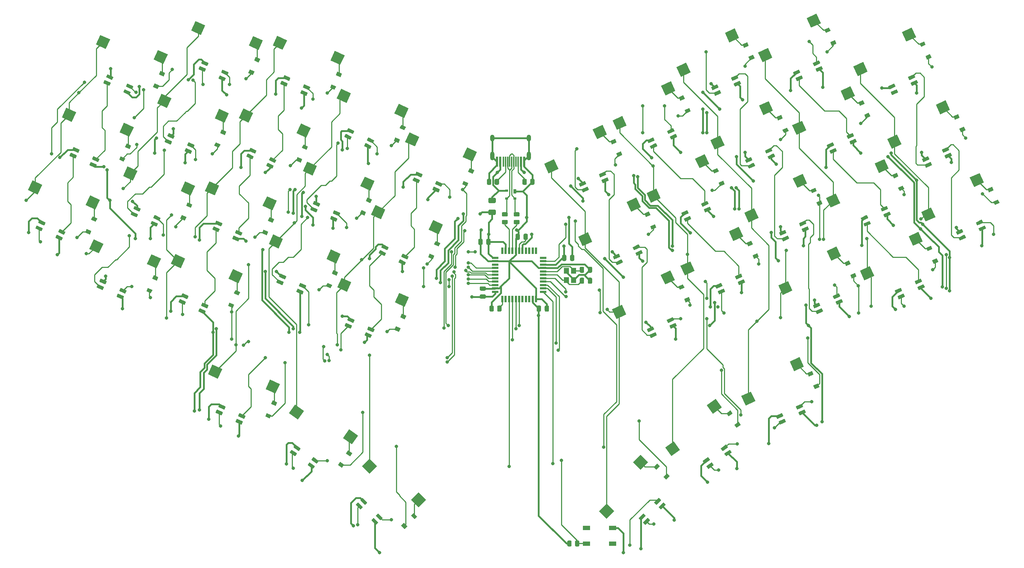
<source format=gbr>
%TF.GenerationSoftware,KiCad,Pcbnew,(5.1.9)-1*%
%TF.CreationDate,2021-07-16T02:30:04-07:00*%
%TF.ProjectId,barobord,6261726f-626f-4726-942e-6b696361645f,rev?*%
%TF.SameCoordinates,Original*%
%TF.FileFunction,Copper,L2,Bot*%
%TF.FilePolarity,Positive*%
%FSLAX46Y46*%
G04 Gerber Fmt 4.6, Leading zero omitted, Abs format (unit mm)*
G04 Created by KiCad (PCBNEW (5.1.9)-1) date 2021-07-16 02:30:04*
%MOMM*%
%LPD*%
G01*
G04 APERTURE LIST*
%TA.AperFunction,SMDPad,CuDef*%
%ADD10C,0.100000*%
%TD*%
%TA.AperFunction,SMDPad,CuDef*%
%ADD11R,1.200000X1.400000*%
%TD*%
%TA.AperFunction,SMDPad,CuDef*%
%ADD12R,0.600000X2.450000*%
%TD*%
%TA.AperFunction,SMDPad,CuDef*%
%ADD13R,0.300000X2.450000*%
%TD*%
%TA.AperFunction,ComponentPad*%
%ADD14O,1.000000X2.100000*%
%TD*%
%TA.AperFunction,ComponentPad*%
%ADD15O,1.000000X1.600000*%
%TD*%
%TA.AperFunction,SMDPad,CuDef*%
%ADD16R,0.700000X1.000000*%
%TD*%
%TA.AperFunction,SMDPad,CuDef*%
%ADD17R,0.700000X0.600000*%
%TD*%
%TA.AperFunction,SMDPad,CuDef*%
%ADD18R,1.500000X0.550000*%
%TD*%
%TA.AperFunction,SMDPad,CuDef*%
%ADD19R,0.550000X1.500000*%
%TD*%
%TA.AperFunction,SMDPad,CuDef*%
%ADD20R,1.800000X1.100000*%
%TD*%
%TA.AperFunction,ViaPad*%
%ADD21C,0.800000*%
%TD*%
%TA.AperFunction,Conductor*%
%ADD22C,0.381000*%
%TD*%
%TA.AperFunction,Conductor*%
%ADD23C,0.254000*%
%TD*%
G04 APERTURE END LIST*
%TO.P,D56,3*%
%TO.N,GND*%
%TA.AperFunction,SMDPad,CuDef*%
G36*
G01*
X119716934Y-83229020D02*
X121018392Y-83835900D01*
G75*
G02*
X121058054Y-83944872I-34655J-74317D01*
G01*
X120780816Y-84539410D01*
G75*
G02*
X120671844Y-84579072I-74317J34655D01*
G01*
X119370386Y-83972192D01*
G75*
G02*
X119330724Y-83863220I34655J74317D01*
G01*
X119607962Y-83268682D01*
G75*
G02*
X119716934Y-83229020I74317J-34655D01*
G01*
G37*
%TD.AperFunction*%
%TO.P,D56,4*%
%TO.N,Net-(D55-Pad2)*%
%TA.AperFunction,SMDPad,CuDef*%
G36*
G01*
X120350862Y-81869558D02*
X121652320Y-82476438D01*
G75*
G02*
X121691982Y-82585410I-34655J-74317D01*
G01*
X121414744Y-83179948D01*
G75*
G02*
X121305772Y-83219610I-74317J34655D01*
G01*
X120004314Y-82612730D01*
G75*
G02*
X119964652Y-82503758I34655J74317D01*
G01*
X120241890Y-81909220D01*
G75*
G02*
X120350862Y-81869558I74317J-34655D01*
G01*
G37*
%TD.AperFunction*%
%TO.P,D56,2*%
%TO.N,Net-(D56-Pad2)*%
%TA.AperFunction,SMDPad,CuDef*%
G36*
G01*
X115004134Y-81031405D02*
X116305592Y-81638285D01*
G75*
G02*
X116345254Y-81747257I-34655J-74317D01*
G01*
X116068016Y-82341795D01*
G75*
G02*
X115959044Y-82381457I-74317J34655D01*
G01*
X114657586Y-81774577D01*
G75*
G02*
X114617924Y-81665605I34655J74317D01*
G01*
X114895162Y-81071067D01*
G75*
G02*
X115004134Y-81031405I74317J-34655D01*
G01*
G37*
%TD.AperFunction*%
%TO.P,D56,1*%
%TO.N,+5V*%
%TA.AperFunction,SMDPad,CuDef*%
G36*
G01*
X115638061Y-79671943D02*
X116939519Y-80278823D01*
G75*
G02*
X116979181Y-80387795I-34655J-74317D01*
G01*
X116701943Y-80982333D01*
G75*
G02*
X116592971Y-81021995I-74317J34655D01*
G01*
X115291513Y-80415115D01*
G75*
G02*
X115251851Y-80306143I34655J74317D01*
G01*
X115529089Y-79711605D01*
G75*
G02*
X115638061Y-79671943I74317J-34655D01*
G01*
G37*
%TD.AperFunction*%
%TD*%
%TO.P,D57,3*%
%TO.N,GND*%
%TA.AperFunction,SMDPad,CuDef*%
G36*
G01*
X111687188Y-100448867D02*
X112988646Y-101055747D01*
G75*
G02*
X113028308Y-101164719I-34655J-74317D01*
G01*
X112751070Y-101759257D01*
G75*
G02*
X112642098Y-101798919I-74317J34655D01*
G01*
X111340640Y-101192039D01*
G75*
G02*
X111300978Y-101083067I34655J74317D01*
G01*
X111578216Y-100488529D01*
G75*
G02*
X111687188Y-100448867I74317J-34655D01*
G01*
G37*
%TD.AperFunction*%
%TO.P,D57,4*%
%TO.N,Net-(D56-Pad2)*%
%TA.AperFunction,SMDPad,CuDef*%
G36*
G01*
X112321116Y-99089405D02*
X113622574Y-99696285D01*
G75*
G02*
X113662236Y-99805257I-34655J-74317D01*
G01*
X113384998Y-100399795D01*
G75*
G02*
X113276026Y-100439457I-74317J34655D01*
G01*
X111974568Y-99832577D01*
G75*
G02*
X111934906Y-99723605I34655J74317D01*
G01*
X112212144Y-99129067D01*
G75*
G02*
X112321116Y-99089405I74317J-34655D01*
G01*
G37*
%TD.AperFunction*%
%TO.P,D57,2*%
%TO.N,Net-(D57-Pad2)*%
%TA.AperFunction,SMDPad,CuDef*%
G36*
G01*
X106974388Y-98251252D02*
X108275846Y-98858132D01*
G75*
G02*
X108315508Y-98967104I-34655J-74317D01*
G01*
X108038270Y-99561642D01*
G75*
G02*
X107929298Y-99601304I-74317J34655D01*
G01*
X106627840Y-98994424D01*
G75*
G02*
X106588178Y-98885452I34655J74317D01*
G01*
X106865416Y-98290914D01*
G75*
G02*
X106974388Y-98251252I74317J-34655D01*
G01*
G37*
%TD.AperFunction*%
%TO.P,D57,1*%
%TO.N,+5V*%
%TA.AperFunction,SMDPad,CuDef*%
G36*
G01*
X107608315Y-96891790D02*
X108909773Y-97498670D01*
G75*
G02*
X108949435Y-97607642I-34655J-74317D01*
G01*
X108672197Y-98202180D01*
G75*
G02*
X108563225Y-98241842I-74317J34655D01*
G01*
X107261767Y-97634962D01*
G75*
G02*
X107222105Y-97525990I34655J74317D01*
G01*
X107499343Y-96931452D01*
G75*
G02*
X107608315Y-96891790I74317J-34655D01*
G01*
G37*
%TD.AperFunction*%
%TD*%
%TO.P,D45,3*%
%TO.N,GND*%
%TA.AperFunction,SMDPad,CuDef*%
G36*
G01*
X61084192Y-74093857D02*
X62385650Y-74700737D01*
G75*
G02*
X62425312Y-74809709I-34655J-74317D01*
G01*
X62148074Y-75404247D01*
G75*
G02*
X62039102Y-75443909I-74317J34655D01*
G01*
X60737644Y-74837029D01*
G75*
G02*
X60697982Y-74728057I34655J74317D01*
G01*
X60975220Y-74133519D01*
G75*
G02*
X61084192Y-74093857I74317J-34655D01*
G01*
G37*
%TD.AperFunction*%
%TO.P,D45,4*%
%TO.N,Net-(D44-Pad2)*%
%TA.AperFunction,SMDPad,CuDef*%
G36*
G01*
X61718120Y-72734395D02*
X63019578Y-73341275D01*
G75*
G02*
X63059240Y-73450247I-34655J-74317D01*
G01*
X62782002Y-74044785D01*
G75*
G02*
X62673030Y-74084447I-74317J34655D01*
G01*
X61371572Y-73477567D01*
G75*
G02*
X61331910Y-73368595I34655J74317D01*
G01*
X61609148Y-72774057D01*
G75*
G02*
X61718120Y-72734395I74317J-34655D01*
G01*
G37*
%TD.AperFunction*%
%TO.P,D45,2*%
%TO.N,Net-(D45-Pad2)*%
%TA.AperFunction,SMDPad,CuDef*%
G36*
G01*
X56371392Y-71896242D02*
X57672850Y-72503122D01*
G75*
G02*
X57712512Y-72612094I-34655J-74317D01*
G01*
X57435274Y-73206632D01*
G75*
G02*
X57326302Y-73246294I-74317J34655D01*
G01*
X56024844Y-72639414D01*
G75*
G02*
X55985182Y-72530442I34655J74317D01*
G01*
X56262420Y-71935904D01*
G75*
G02*
X56371392Y-71896242I74317J-34655D01*
G01*
G37*
%TD.AperFunction*%
%TO.P,D45,1*%
%TO.N,+5V*%
%TA.AperFunction,SMDPad,CuDef*%
G36*
G01*
X57005319Y-70536780D02*
X58306777Y-71143660D01*
G75*
G02*
X58346439Y-71252632I-34655J-74317D01*
G01*
X58069201Y-71847170D01*
G75*
G02*
X57960229Y-71886832I-74317J34655D01*
G01*
X56658771Y-71279952D01*
G75*
G02*
X56619109Y-71170980I34655J74317D01*
G01*
X56896347Y-70576442D01*
G75*
G02*
X57005319Y-70536780I74317J-34655D01*
G01*
G37*
%TD.AperFunction*%
%TD*%
%TO.P,D65,3*%
%TO.N,GND*%
%TA.AperFunction,SMDPad,CuDef*%
G36*
G01*
X175394408Y-81638285D02*
X176695866Y-81031405D01*
G75*
G02*
X176804838Y-81071067I34655J-74317D01*
G01*
X177082076Y-81665605D01*
G75*
G02*
X177042414Y-81774577I-74317J-34655D01*
G01*
X175740956Y-82381457D01*
G75*
G02*
X175631984Y-82341795I-34655J74317D01*
G01*
X175354746Y-81747257D01*
G75*
G02*
X175394408Y-81638285I74317J34655D01*
G01*
G37*
%TD.AperFunction*%
%TO.P,D65,4*%
%TO.N,Net-(D64-Pad2)*%
%TA.AperFunction,SMDPad,CuDef*%
G36*
G01*
X174760481Y-80278823D02*
X176061939Y-79671943D01*
G75*
G02*
X176170911Y-79711605I34655J-74317D01*
G01*
X176448149Y-80306143D01*
G75*
G02*
X176408487Y-80415115I-74317J-34655D01*
G01*
X175107029Y-81021995D01*
G75*
G02*
X174998057Y-80982333I-34655J74317D01*
G01*
X174720819Y-80387795D01*
G75*
G02*
X174760481Y-80278823I74317J34655D01*
G01*
G37*
%TD.AperFunction*%
%TO.P,D65,2*%
%TO.N,Net-(D65-Pad2)*%
%TA.AperFunction,SMDPad,CuDef*%
G36*
G01*
X170681608Y-83835900D02*
X171983066Y-83229020D01*
G75*
G02*
X172092038Y-83268682I34655J-74317D01*
G01*
X172369276Y-83863220D01*
G75*
G02*
X172329614Y-83972192I-74317J-34655D01*
G01*
X171028156Y-84579072D01*
G75*
G02*
X170919184Y-84539410I-34655J74317D01*
G01*
X170641946Y-83944872D01*
G75*
G02*
X170681608Y-83835900I74317J34655D01*
G01*
G37*
%TD.AperFunction*%
%TO.P,D65,1*%
%TO.N,+5V*%
%TA.AperFunction,SMDPad,CuDef*%
G36*
G01*
X170047680Y-82476438D02*
X171349138Y-81869558D01*
G75*
G02*
X171458110Y-81909220I34655J-74317D01*
G01*
X171735348Y-82503758D01*
G75*
G02*
X171695686Y-82612730I-74317J-34655D01*
G01*
X170394228Y-83219610D01*
G75*
G02*
X170285256Y-83179948I-34655J74317D01*
G01*
X170008018Y-82585410D01*
G75*
G02*
X170047680Y-82476438I74317J34655D01*
G01*
G37*
%TD.AperFunction*%
%TD*%
%TO.P,D59,3*%
%TO.N,GND*%
%TA.AperFunction,SMDPad,CuDef*%
G36*
G01*
X98359178Y-131279533D02*
X99535480Y-132103189D01*
G75*
G02*
X99555617Y-132217392I-47033J-67170D01*
G01*
X99179351Y-132754756D01*
G75*
G02*
X99065148Y-132774893I-67170J47033D01*
G01*
X97888846Y-131951237D01*
G75*
G02*
X97868709Y-131837034I47033J67170D01*
G01*
X98244975Y-131299670D01*
G75*
G02*
X98359178Y-131279533I67170J-47033D01*
G01*
G37*
%TD.AperFunction*%
%TO.P,D59,4*%
%TO.N,Net-(D58-Pad2)*%
%TA.AperFunction,SMDPad,CuDef*%
G36*
G01*
X99219543Y-130050805D02*
X100395845Y-130874461D01*
G75*
G02*
X100415982Y-130988664I-47033J-67170D01*
G01*
X100039716Y-131526028D01*
G75*
G02*
X99925513Y-131546165I-67170J47033D01*
G01*
X98749211Y-130722509D01*
G75*
G02*
X98729074Y-130608306I47033J67170D01*
G01*
X99105340Y-130070942D01*
G75*
G02*
X99219543Y-130050805I67170J-47033D01*
G01*
G37*
%TD.AperFunction*%
%TO.P,D59,2*%
%TO.N,Net-(D59-Pad2)*%
%TA.AperFunction,SMDPad,CuDef*%
G36*
G01*
X94099588Y-128296936D02*
X95275890Y-129120592D01*
G75*
G02*
X95296027Y-129234795I-47033J-67170D01*
G01*
X94919761Y-129772159D01*
G75*
G02*
X94805558Y-129792296I-67170J47033D01*
G01*
X93629256Y-128968640D01*
G75*
G02*
X93609119Y-128854437I47033J67170D01*
G01*
X93985385Y-128317073D01*
G75*
G02*
X94099588Y-128296936I67170J-47033D01*
G01*
G37*
%TD.AperFunction*%
%TO.P,D59,1*%
%TO.N,+5V*%
%TA.AperFunction,SMDPad,CuDef*%
G36*
G01*
X94959952Y-127068208D02*
X96136254Y-127891864D01*
G75*
G02*
X96156391Y-128006067I-47033J-67170D01*
G01*
X95780125Y-128543431D01*
G75*
G02*
X95665922Y-128563568I-67170J47033D01*
G01*
X94489620Y-127739912D01*
G75*
G02*
X94469483Y-127625709I47033J67170D01*
G01*
X94845749Y-127088345D01*
G75*
G02*
X94959952Y-127068208I67170J-47033D01*
G01*
G37*
%TD.AperFunction*%
%TD*%
%TO.P,D53,3*%
%TO.N,GND*%
%TA.AperFunction,SMDPad,CuDef*%
G36*
G01*
X103553633Y-72933503D02*
X104855091Y-73540383D01*
G75*
G02*
X104894753Y-73649355I-34655J-74317D01*
G01*
X104617515Y-74243893D01*
G75*
G02*
X104508543Y-74283555I-74317J34655D01*
G01*
X103207085Y-73676675D01*
G75*
G02*
X103167423Y-73567703I34655J74317D01*
G01*
X103444661Y-72973165D01*
G75*
G02*
X103553633Y-72933503I74317J-34655D01*
G01*
G37*
%TD.AperFunction*%
%TO.P,D53,4*%
%TO.N,Net-(D52-Pad2)*%
%TA.AperFunction,SMDPad,CuDef*%
G36*
G01*
X104187561Y-71574041D02*
X105489019Y-72180921D01*
G75*
G02*
X105528681Y-72289893I-34655J-74317D01*
G01*
X105251443Y-72884431D01*
G75*
G02*
X105142471Y-72924093I-74317J34655D01*
G01*
X103841013Y-72317213D01*
G75*
G02*
X103801351Y-72208241I34655J74317D01*
G01*
X104078589Y-71613703D01*
G75*
G02*
X104187561Y-71574041I74317J-34655D01*
G01*
G37*
%TD.AperFunction*%
%TO.P,D53,2*%
%TO.N,Net-(D53-Pad2)*%
%TA.AperFunction,SMDPad,CuDef*%
G36*
G01*
X98840833Y-70735888D02*
X100142291Y-71342768D01*
G75*
G02*
X100181953Y-71451740I-34655J-74317D01*
G01*
X99904715Y-72046278D01*
G75*
G02*
X99795743Y-72085940I-74317J34655D01*
G01*
X98494285Y-71479060D01*
G75*
G02*
X98454623Y-71370088I34655J74317D01*
G01*
X98731861Y-70775550D01*
G75*
G02*
X98840833Y-70735888I74317J-34655D01*
G01*
G37*
%TD.AperFunction*%
%TO.P,D53,1*%
%TO.N,+5V*%
%TA.AperFunction,SMDPad,CuDef*%
G36*
G01*
X99474760Y-69376426D02*
X100776218Y-69983306D01*
G75*
G02*
X100815880Y-70092278I-34655J-74317D01*
G01*
X100538642Y-70686816D01*
G75*
G02*
X100429670Y-70726478I-74317J34655D01*
G01*
X99128212Y-70119598D01*
G75*
G02*
X99088550Y-70010626I34655J74317D01*
G01*
X99365788Y-69416088D01*
G75*
G02*
X99474760Y-69376426I74317J-34655D01*
G01*
G37*
%TD.AperFunction*%
%TD*%
%TO.P,D52,3*%
%TO.N,GND*%
%TA.AperFunction,SMDPad,CuDef*%
G36*
G01*
X95523886Y-90153351D02*
X96825344Y-90760231D01*
G75*
G02*
X96865006Y-90869203I-34655J-74317D01*
G01*
X96587768Y-91463741D01*
G75*
G02*
X96478796Y-91503403I-74317J34655D01*
G01*
X95177338Y-90896523D01*
G75*
G02*
X95137676Y-90787551I34655J74317D01*
G01*
X95414914Y-90193013D01*
G75*
G02*
X95523886Y-90153351I74317J-34655D01*
G01*
G37*
%TD.AperFunction*%
%TO.P,D52,4*%
%TO.N,Net-(D51-Pad2)*%
%TA.AperFunction,SMDPad,CuDef*%
G36*
G01*
X96157814Y-88793889D02*
X97459272Y-89400769D01*
G75*
G02*
X97498934Y-89509741I-34655J-74317D01*
G01*
X97221696Y-90104279D01*
G75*
G02*
X97112724Y-90143941I-74317J34655D01*
G01*
X95811266Y-89537061D01*
G75*
G02*
X95771604Y-89428089I34655J74317D01*
G01*
X96048842Y-88833551D01*
G75*
G02*
X96157814Y-88793889I74317J-34655D01*
G01*
G37*
%TD.AperFunction*%
%TO.P,D52,2*%
%TO.N,Net-(D52-Pad2)*%
%TA.AperFunction,SMDPad,CuDef*%
G36*
G01*
X90811086Y-87955736D02*
X92112544Y-88562616D01*
G75*
G02*
X92152206Y-88671588I-34655J-74317D01*
G01*
X91874968Y-89266126D01*
G75*
G02*
X91765996Y-89305788I-74317J34655D01*
G01*
X90464538Y-88698908D01*
G75*
G02*
X90424876Y-88589936I34655J74317D01*
G01*
X90702114Y-87995398D01*
G75*
G02*
X90811086Y-87955736I74317J-34655D01*
G01*
G37*
%TD.AperFunction*%
%TO.P,D52,1*%
%TO.N,+5V*%
%TA.AperFunction,SMDPad,CuDef*%
G36*
G01*
X91445013Y-86596274D02*
X92746471Y-87203154D01*
G75*
G02*
X92786133Y-87312126I-34655J-74317D01*
G01*
X92508895Y-87906664D01*
G75*
G02*
X92399923Y-87946326I-74317J34655D01*
G01*
X91098465Y-87339446D01*
G75*
G02*
X91058803Y-87230474I34655J74317D01*
G01*
X91336041Y-86635936D01*
G75*
G02*
X91445013Y-86596274I74317J-34655D01*
G01*
G37*
%TD.AperFunction*%
%TD*%
%TO.P,D54,3*%
%TO.N,GND*%
%TA.AperFunction,SMDPad,CuDef*%
G36*
G01*
X111583380Y-55713656D02*
X112884838Y-56320536D01*
G75*
G02*
X112924500Y-56429508I-34655J-74317D01*
G01*
X112647262Y-57024046D01*
G75*
G02*
X112538290Y-57063708I-74317J34655D01*
G01*
X111236832Y-56456828D01*
G75*
G02*
X111197170Y-56347856I34655J74317D01*
G01*
X111474408Y-55753318D01*
G75*
G02*
X111583380Y-55713656I74317J-34655D01*
G01*
G37*
%TD.AperFunction*%
%TO.P,D54,4*%
%TO.N,Net-(D53-Pad2)*%
%TA.AperFunction,SMDPad,CuDef*%
G36*
G01*
X112217308Y-54354194D02*
X113518766Y-54961074D01*
G75*
G02*
X113558428Y-55070046I-34655J-74317D01*
G01*
X113281190Y-55664584D01*
G75*
G02*
X113172218Y-55704246I-74317J34655D01*
G01*
X111870760Y-55097366D01*
G75*
G02*
X111831098Y-54988394I34655J74317D01*
G01*
X112108336Y-54393856D01*
G75*
G02*
X112217308Y-54354194I74317J-34655D01*
G01*
G37*
%TD.AperFunction*%
%TO.P,D54,2*%
%TO.N,Net-(D54-Pad2)*%
%TA.AperFunction,SMDPad,CuDef*%
G36*
G01*
X106870580Y-53516041D02*
X108172038Y-54122921D01*
G75*
G02*
X108211700Y-54231893I-34655J-74317D01*
G01*
X107934462Y-54826431D01*
G75*
G02*
X107825490Y-54866093I-74317J34655D01*
G01*
X106524032Y-54259213D01*
G75*
G02*
X106484370Y-54150241I34655J74317D01*
G01*
X106761608Y-53555703D01*
G75*
G02*
X106870580Y-53516041I74317J-34655D01*
G01*
G37*
%TD.AperFunction*%
%TO.P,D54,1*%
%TO.N,+5V*%
%TA.AperFunction,SMDPad,CuDef*%
G36*
G01*
X107504507Y-52156579D02*
X108805965Y-52763459D01*
G75*
G02*
X108845627Y-52872431I-34655J-74317D01*
G01*
X108568389Y-53466969D01*
G75*
G02*
X108459417Y-53506631I-74317J34655D01*
G01*
X107157959Y-52899751D01*
G75*
G02*
X107118297Y-52790779I34655J74317D01*
G01*
X107395535Y-52196241D01*
G75*
G02*
X107504507Y-52156579I74317J-34655D01*
G01*
G37*
%TD.AperFunction*%
%TD*%
%TA.AperFunction,SMDPad,CuDef*%
D10*
%TO.P,SW24,2*%
%TO.N,col3*%
G36*
X88646754Y-79542826D02*
G01*
X89703299Y-77277057D01*
X92014384Y-78354734D01*
X90957839Y-80620503D01*
X88646754Y-79542826D01*
G37*
%TD.AperFunction*%
%TA.AperFunction,SMDPad,CuDef*%
%TO.P,SW24,1*%
%TO.N,Net-(D24-Pad2)*%
G36*
X102272567Y-83094067D02*
G01*
X103329112Y-80828298D01*
X105640197Y-81905975D01*
X104583652Y-84171744D01*
X102272567Y-83094067D01*
G37*
%TD.AperFunction*%
%TD*%
%TA.AperFunction,SMDPad,CuDef*%
%TO.P,SW4,2*%
%TO.N,col3*%
G36*
X104706248Y-45103131D02*
G01*
X105762793Y-42837362D01*
X108073878Y-43915039D01*
X107017333Y-46180808D01*
X104706248Y-45103131D01*
G37*
%TD.AperFunction*%
%TA.AperFunction,SMDPad,CuDef*%
%TO.P,SW4,1*%
%TO.N,Net-(D4-Pad2)*%
G36*
X118332061Y-48654372D02*
G01*
X119388606Y-46388603D01*
X121699691Y-47466280D01*
X120643146Y-49732049D01*
X118332061Y-48654372D01*
G37*
%TD.AperFunction*%
%TD*%
%TA.AperFunction,SMDPad,CuDef*%
%TO.P,SW14,2*%
%TO.N,col3*%
G36*
X96676501Y-62322978D02*
G01*
X97733046Y-60057209D01*
X100044131Y-61134886D01*
X98987586Y-63400655D01*
X96676501Y-62322978D01*
G37*
%TD.AperFunction*%
%TA.AperFunction,SMDPad,CuDef*%
%TO.P,SW14,1*%
%TO.N,Net-(D14-Pad2)*%
G36*
X110302314Y-65874219D02*
G01*
X111358859Y-63608450D01*
X113669944Y-64686127D01*
X112613399Y-66951896D01*
X110302314Y-65874219D01*
G37*
%TD.AperFunction*%
%TD*%
%TA.AperFunction,SMDPad,CuDef*%
%TO.P,SW34,2*%
%TO.N,col3*%
G36*
X93429024Y-119636005D02*
G01*
X94862965Y-117588125D01*
X96951802Y-119050745D01*
X95517861Y-121098625D01*
X93429024Y-119636005D01*
G37*
%TD.AperFunction*%
%TA.AperFunction,SMDPad,CuDef*%
%TO.P,SW34,1*%
%TO.N,Net-(D34-Pad2)*%
G36*
X106231164Y-125499392D02*
G01*
X107665105Y-123451512D01*
X109753942Y-124914132D01*
X108320001Y-126962012D01*
X106231164Y-125499392D01*
G37*
%TD.AperFunction*%
%TD*%
%TA.AperFunction,SMDPad,CuDef*%
%TO.P,SW7,2*%
%TO.N,col6*%
G36*
X170979294Y-52570796D02*
G01*
X169922749Y-50305027D01*
X172233834Y-49227350D01*
X173290379Y-51493119D01*
X170979294Y-52570796D01*
G37*
%TD.AperFunction*%
%TA.AperFunction,SMDPad,CuDef*%
%TO.P,SW7,1*%
%TO.N,Net-(D7-Pad2)*%
G36*
X182458206Y-44415512D02*
G01*
X181401661Y-42149743D01*
X183712746Y-41072066D01*
X184769291Y-43337835D01*
X182458206Y-44415512D01*
G37*
%TD.AperFunction*%
%TD*%
%TA.AperFunction,SMDPad,CuDef*%
%TO.P,SW40,2*%
%TO.N,col9*%
G36*
X229508229Y-88170844D02*
G01*
X228451684Y-85905075D01*
X230762769Y-84827398D01*
X231819314Y-87093167D01*
X229508229Y-88170844D01*
G37*
%TD.AperFunction*%
%TA.AperFunction,SMDPad,CuDef*%
%TO.P,SW40,1*%
%TO.N,Net-(D40-Pad2)*%
G36*
X240987141Y-80015560D02*
G01*
X239930596Y-77749791D01*
X242241681Y-76672114D01*
X243298226Y-78937883D01*
X240987141Y-80015560D01*
G37*
%TD.AperFunction*%
%TD*%
%TA.AperFunction,SMDPad,CuDef*%
%TO.P,SW39,2*%
%TO.N,col8*%
G36*
X210175291Y-91669052D02*
G01*
X209118746Y-89403283D01*
X211429831Y-88325606D01*
X212486376Y-90591375D01*
X210175291Y-91669052D01*
G37*
%TD.AperFunction*%
%TA.AperFunction,SMDPad,CuDef*%
%TO.P,SW39,1*%
%TO.N,Net-(D39-Pad2)*%
G36*
X221654203Y-83513768D02*
G01*
X220597658Y-81247999D01*
X222908743Y-80170322D01*
X223965288Y-82436091D01*
X221654203Y-83513768D01*
G37*
%TD.AperFunction*%
%TD*%
%TA.AperFunction,SMDPad,CuDef*%
%TO.P,SW38,2*%
%TO.N,col7*%
G36*
X201407808Y-117824955D02*
G01*
X200351263Y-115559186D01*
X202662348Y-114481509D01*
X203718893Y-116747278D01*
X201407808Y-117824955D01*
G37*
%TD.AperFunction*%
%TA.AperFunction,SMDPad,CuDef*%
%TO.P,SW38,1*%
%TO.N,Net-(D38-Pad2)*%
G36*
X212886720Y-109669671D02*
G01*
X211830175Y-107403902D01*
X214141260Y-106326225D01*
X215197805Y-108591994D01*
X212886720Y-109669671D01*
G37*
%TD.AperFunction*%
%TD*%
%TA.AperFunction,SMDPad,CuDef*%
%TO.P,SW37,2*%
%TO.N,col6*%
G36*
X183796560Y-129771101D02*
G01*
X182362619Y-127723221D01*
X184451456Y-126260601D01*
X185885397Y-128308481D01*
X183796560Y-129771101D01*
G37*
%TD.AperFunction*%
%TA.AperFunction,SMDPad,CuDef*%
%TO.P,SW37,1*%
%TO.N,Net-(D37-Pad2)*%
G36*
X193684932Y-119746421D02*
G01*
X192250991Y-117698541D01*
X194339828Y-116235921D01*
X195773769Y-118283801D01*
X193684932Y-119746421D01*
G37*
%TD.AperFunction*%
%TD*%
%TA.AperFunction,SMDPad,CuDef*%
%TO.P,SW36,2*%
%TO.N,col5*%
G36*
X168527294Y-144593920D02*
G01*
X166759527Y-142826153D01*
X168562650Y-141023030D01*
X170330417Y-142790797D01*
X168527294Y-144593920D01*
G37*
%TD.AperFunction*%
%TA.AperFunction,SMDPad,CuDef*%
%TO.P,SW36,1*%
%TO.N,Net-(D36-Pad2)*%
G36*
X176524671Y-133004440D02*
G01*
X174756904Y-131236673D01*
X176560027Y-129433550D01*
X178327794Y-131201317D01*
X176524671Y-133004440D01*
G37*
%TD.AperFunction*%
%TD*%
%TA.AperFunction,SMDPad,CuDef*%
%TO.P,SW35,2*%
%TO.N,col4*%
G36*
X110678129Y-132099343D02*
G01*
X112445896Y-130331576D01*
X114249019Y-132134699D01*
X112481252Y-133902466D01*
X110678129Y-132099343D01*
G37*
%TD.AperFunction*%
%TA.AperFunction,SMDPad,CuDef*%
%TO.P,SW35,1*%
%TO.N,Net-(D35-Pad2)*%
G36*
X122267609Y-140096720D02*
G01*
X124035376Y-138328953D01*
X125838499Y-140132076D01*
X124070732Y-141899843D01*
X122267609Y-140096720D01*
G37*
%TD.AperFunction*%
%TD*%
%TA.AperFunction,SMDPad,CuDef*%
%TO.P,SW33,2*%
%TO.N,col2*%
G36*
X74277734Y-110357290D02*
G01*
X75334279Y-108091521D01*
X77645364Y-109169198D01*
X76588819Y-111434967D01*
X74277734Y-110357290D01*
G37*
%TD.AperFunction*%
%TA.AperFunction,SMDPad,CuDef*%
%TO.P,SW33,1*%
%TO.N,Net-(D33-Pad2)*%
G36*
X87903547Y-113908531D02*
G01*
X88960092Y-111642762D01*
X91271177Y-112720439D01*
X90214632Y-114986208D01*
X87903547Y-113908531D01*
G37*
%TD.AperFunction*%
%TD*%
%TA.AperFunction,SMDPad,CuDef*%
%TO.P,SW32,2*%
%TO.N,col1*%
G36*
X65510251Y-84201387D02*
G01*
X66566796Y-81935618D01*
X68877881Y-83013295D01*
X67821336Y-85279064D01*
X65510251Y-84201387D01*
G37*
%TD.AperFunction*%
%TA.AperFunction,SMDPad,CuDef*%
%TO.P,SW32,1*%
%TO.N,Net-(D32-Pad2)*%
G36*
X79136064Y-87752628D02*
G01*
X80192609Y-85486859D01*
X82503694Y-86564536D01*
X81447149Y-88830305D01*
X79136064Y-87752628D01*
G37*
%TD.AperFunction*%
%TD*%
%TA.AperFunction,SMDPad,CuDef*%
%TO.P,SW31,2*%
%TO.N,col0*%
G36*
X46177313Y-80703179D02*
G01*
X47233858Y-78437410D01*
X49544943Y-79515087D01*
X48488398Y-81780856D01*
X46177313Y-80703179D01*
G37*
%TD.AperFunction*%
%TA.AperFunction,SMDPad,CuDef*%
%TO.P,SW31,1*%
%TO.N,Net-(D31-Pad2)*%
G36*
X59803126Y-84254420D02*
G01*
X60859671Y-81988651D01*
X63170756Y-83066328D01*
X62114211Y-85332097D01*
X59803126Y-84254420D01*
G37*
%TD.AperFunction*%
%TD*%
%TA.AperFunction,SMDPad,CuDef*%
%TO.P,SW30,2*%
%TO.N,col9*%
G36*
X243981057Y-74250097D02*
G01*
X242924512Y-71984328D01*
X245235597Y-70906651D01*
X246292142Y-73172420D01*
X243981057Y-74250097D01*
G37*
%TD.AperFunction*%
%TA.AperFunction,SMDPad,CuDef*%
%TO.P,SW30,1*%
%TO.N,Net-(D30-Pad2)*%
G36*
X255459969Y-66094813D02*
G01*
X254403424Y-63829044D01*
X256714509Y-62751367D01*
X257771054Y-65017136D01*
X255459969Y-66094813D01*
G37*
%TD.AperFunction*%
%TD*%
%TA.AperFunction,SMDPad,CuDef*%
%TO.P,SW29,2*%
%TO.N,col8*%
G36*
X221478482Y-70950997D02*
G01*
X220421937Y-68685228D01*
X222733022Y-67607551D01*
X223789567Y-69873320D01*
X221478482Y-70950997D01*
G37*
%TD.AperFunction*%
%TA.AperFunction,SMDPad,CuDef*%
%TO.P,SW29,1*%
%TO.N,Net-(D29-Pad2)*%
G36*
X232957394Y-62795713D02*
G01*
X231900849Y-60529944D01*
X234211934Y-59452267D01*
X235268479Y-61718036D01*
X232957394Y-62795713D01*
G37*
%TD.AperFunction*%
%TD*%
%TA.AperFunction,SMDPad,CuDef*%
%TO.P,SW28,2*%
%TO.N,col7*%
G36*
X202145544Y-74449205D02*
G01*
X201088999Y-72183436D01*
X203400084Y-71105759D01*
X204456629Y-73371528D01*
X202145544Y-74449205D01*
G37*
%TD.AperFunction*%
%TA.AperFunction,SMDPad,CuDef*%
%TO.P,SW28,1*%
%TO.N,Net-(D28-Pad2)*%
G36*
X213624456Y-66293921D02*
G01*
X212567911Y-64028152D01*
X214878996Y-62950475D01*
X215935541Y-65216244D01*
X213624456Y-66293921D01*
G37*
%TD.AperFunction*%
%TD*%
%TA.AperFunction,SMDPad,CuDef*%
%TO.P,SW27,2*%
%TO.N,col6*%
G36*
X187038788Y-87010491D02*
G01*
X185982243Y-84744722D01*
X188293328Y-83667045D01*
X189349873Y-85932814D01*
X187038788Y-87010491D01*
G37*
%TD.AperFunction*%
%TA.AperFunction,SMDPad,CuDef*%
%TO.P,SW27,1*%
%TO.N,Net-(D27-Pad2)*%
G36*
X198517700Y-78855207D02*
G01*
X197461155Y-76589438D01*
X199772240Y-75511761D01*
X200828785Y-77777530D01*
X198517700Y-78855207D01*
G37*
%TD.AperFunction*%
%TD*%
%TA.AperFunction,SMDPad,CuDef*%
%TO.P,SW26,2*%
%TO.N,col5*%
G36*
X170875486Y-97306007D02*
G01*
X169818941Y-95040238D01*
X172130026Y-93962561D01*
X173186571Y-96228330D01*
X170875486Y-97306007D01*
G37*
%TD.AperFunction*%
%TA.AperFunction,SMDPad,CuDef*%
%TO.P,SW26,1*%
%TO.N,Net-(D26-Pad2)*%
G36*
X182354398Y-89150723D02*
G01*
X181297853Y-86884954D01*
X183608938Y-85807277D01*
X184665483Y-88073046D01*
X182354398Y-89150723D01*
G37*
%TD.AperFunction*%
%TD*%
%TA.AperFunction,SMDPad,CuDef*%
%TO.P,SW25,2*%
%TO.N,col4*%
G36*
X104810056Y-89838342D02*
G01*
X105866601Y-87572573D01*
X108177686Y-88650250D01*
X107121141Y-90916019D01*
X104810056Y-89838342D01*
G37*
%TD.AperFunction*%
%TA.AperFunction,SMDPad,CuDef*%
%TO.P,SW25,1*%
%TO.N,Net-(D25-Pad2)*%
G36*
X118435869Y-93389583D02*
G01*
X119492414Y-91123814D01*
X121803499Y-92201491D01*
X120746954Y-94467260D01*
X118435869Y-93389583D01*
G37*
%TD.AperFunction*%
%TD*%
%TA.AperFunction,SMDPad,CuDef*%
%TO.P,SW23,2*%
%TO.N,col2*%
G36*
X73539998Y-66981540D02*
G01*
X74596543Y-64715771D01*
X76907628Y-65793448D01*
X75851083Y-68059217D01*
X73539998Y-66981540D01*
G37*
%TD.AperFunction*%
%TA.AperFunction,SMDPad,CuDef*%
%TO.P,SW23,1*%
%TO.N,Net-(D23-Pad2)*%
G36*
X87165811Y-70532781D02*
G01*
X88222356Y-68267012D01*
X90533441Y-69344689D01*
X89476896Y-71610458D01*
X87165811Y-70532781D01*
G37*
%TD.AperFunction*%
%TD*%
%TA.AperFunction,SMDPad,CuDef*%
%TO.P,SW22,2*%
%TO.N,col1*%
G36*
X54207060Y-63483332D02*
G01*
X55263605Y-61217563D01*
X57574690Y-62295240D01*
X56518145Y-64561009D01*
X54207060Y-63483332D01*
G37*
%TD.AperFunction*%
%TA.AperFunction,SMDPad,CuDef*%
%TO.P,SW22,1*%
%TO.N,Net-(D22-Pad2)*%
G36*
X67832873Y-67034573D02*
G01*
X68889418Y-64768804D01*
X71200503Y-65846481D01*
X70143958Y-68112250D01*
X67832873Y-67034573D01*
G37*
%TD.AperFunction*%
%TD*%
%TA.AperFunction,SMDPad,CuDef*%
%TO.P,SW21,2*%
%TO.N,col0*%
G36*
X31704485Y-66782432D02*
G01*
X32761030Y-64516663D01*
X35072115Y-65594340D01*
X34015570Y-67860109D01*
X31704485Y-66782432D01*
G37*
%TD.AperFunction*%
%TA.AperFunction,SMDPad,CuDef*%
%TO.P,SW21,1*%
%TO.N,Net-(D21-Pad2)*%
G36*
X45330298Y-70333673D02*
G01*
X46386843Y-68067904D01*
X48697928Y-69145581D01*
X47641383Y-71411350D01*
X45330298Y-70333673D01*
G37*
%TD.AperFunction*%
%TD*%
%TA.AperFunction,SMDPad,CuDef*%
%TO.P,SW20,2*%
%TO.N,col9*%
G36*
X235951310Y-57030250D02*
G01*
X234894765Y-54764481D01*
X237205850Y-53686804D01*
X238262395Y-55952573D01*
X235951310Y-57030250D01*
G37*
%TD.AperFunction*%
%TA.AperFunction,SMDPad,CuDef*%
%TO.P,SW20,1*%
%TO.N,Net-(D20-Pad2)*%
G36*
X247430222Y-48874966D02*
G01*
X246373677Y-46609197D01*
X248684762Y-45531520D01*
X249741307Y-47797289D01*
X247430222Y-48874966D01*
G37*
%TD.AperFunction*%
%TD*%
%TA.AperFunction,SMDPad,CuDef*%
%TO.P,SW19,2*%
%TO.N,col8*%
G36*
X213448735Y-53731150D02*
G01*
X212392190Y-51465381D01*
X214703275Y-50387704D01*
X215759820Y-52653473D01*
X213448735Y-53731150D01*
G37*
%TD.AperFunction*%
%TA.AperFunction,SMDPad,CuDef*%
%TO.P,SW19,1*%
%TO.N,Net-(D19-Pad2)*%
G36*
X224927647Y-45575866D02*
G01*
X223871102Y-43310097D01*
X226182187Y-42232420D01*
X227238732Y-44498189D01*
X224927647Y-45575866D01*
G37*
%TD.AperFunction*%
%TD*%
%TA.AperFunction,SMDPad,CuDef*%
%TO.P,SW18,2*%
%TO.N,col7*%
G36*
X194115797Y-57229358D02*
G01*
X193059252Y-54963589D01*
X195370337Y-53885912D01*
X196426882Y-56151681D01*
X194115797Y-57229358D01*
G37*
%TD.AperFunction*%
%TA.AperFunction,SMDPad,CuDef*%
%TO.P,SW18,1*%
%TO.N,Net-(D18-Pad2)*%
G36*
X205594709Y-49074074D02*
G01*
X204538164Y-46808305D01*
X206849249Y-45730628D01*
X207905794Y-47996397D01*
X205594709Y-49074074D01*
G37*
%TD.AperFunction*%
%TD*%
%TA.AperFunction,SMDPad,CuDef*%
%TO.P,SW17,2*%
%TO.N,col6*%
G36*
X179009041Y-69790643D02*
G01*
X177952496Y-67524874D01*
X180263581Y-66447197D01*
X181320126Y-68712966D01*
X179009041Y-69790643D01*
G37*
%TD.AperFunction*%
%TA.AperFunction,SMDPad,CuDef*%
%TO.P,SW17,1*%
%TO.N,Net-(D17-Pad2)*%
G36*
X190487953Y-61635359D02*
G01*
X189431408Y-59369590D01*
X191742493Y-58291913D01*
X192799038Y-60557682D01*
X190487953Y-61635359D01*
G37*
%TD.AperFunction*%
%TD*%
%TA.AperFunction,SMDPad,CuDef*%
%TO.P,SW16,2*%
%TO.N,col5*%
G36*
X162845740Y-80086160D02*
G01*
X161789195Y-77820391D01*
X164100280Y-76742714D01*
X165156825Y-79008483D01*
X162845740Y-80086160D01*
G37*
%TD.AperFunction*%
%TA.AperFunction,SMDPad,CuDef*%
%TO.P,SW16,1*%
%TO.N,Net-(D16-Pad2)*%
G36*
X174324652Y-71930876D02*
G01*
X173268107Y-69665107D01*
X175579192Y-68587430D01*
X176635737Y-70853199D01*
X174324652Y-71930876D01*
G37*
%TD.AperFunction*%
%TD*%
%TA.AperFunction,SMDPad,CuDef*%
%TO.P,SW15,2*%
%TO.N,col4*%
G36*
X112839802Y-72618495D02*
G01*
X113896347Y-70352726D01*
X116207432Y-71430403D01*
X115150887Y-73696172D01*
X112839802Y-72618495D01*
G37*
%TD.AperFunction*%
%TA.AperFunction,SMDPad,CuDef*%
%TO.P,SW15,1*%
%TO.N,Net-(D15-Pad2)*%
G36*
X126465615Y-76169736D02*
G01*
X127522160Y-73903967D01*
X129833245Y-74981644D01*
X128776700Y-77247413D01*
X126465615Y-76169736D01*
G37*
%TD.AperFunction*%
%TD*%
%TA.AperFunction,SMDPad,CuDef*%
%TO.P,SW13,2*%
%TO.N,col2*%
G36*
X81569745Y-49761693D02*
G01*
X82626290Y-47495924D01*
X84937375Y-48573601D01*
X83880830Y-50839370D01*
X81569745Y-49761693D01*
G37*
%TD.AperFunction*%
%TA.AperFunction,SMDPad,CuDef*%
%TO.P,SW13,1*%
%TO.N,Net-(D13-Pad2)*%
G36*
X95195558Y-53312934D02*
G01*
X96252103Y-51047165D01*
X98563188Y-52124842D01*
X97506643Y-54390611D01*
X95195558Y-53312934D01*
G37*
%TD.AperFunction*%
%TD*%
%TA.AperFunction,SMDPad,CuDef*%
%TO.P,SW12,2*%
%TO.N,col1*%
G36*
X62236807Y-46263485D02*
G01*
X63293352Y-43997716D01*
X65604437Y-45075393D01*
X64547892Y-47341162D01*
X62236807Y-46263485D01*
G37*
%TD.AperFunction*%
%TA.AperFunction,SMDPad,CuDef*%
%TO.P,SW12,1*%
%TO.N,Net-(D12-Pad2)*%
G36*
X75862620Y-49814726D02*
G01*
X76919165Y-47548957D01*
X79230250Y-48626634D01*
X78173705Y-50892403D01*
X75862620Y-49814726D01*
G37*
%TD.AperFunction*%
%TD*%
%TA.AperFunction,SMDPad,CuDef*%
%TO.P,SW11,2*%
%TO.N,col0*%
G36*
X39734232Y-49562585D02*
G01*
X40790777Y-47296816D01*
X43101862Y-48374493D01*
X42045317Y-50640262D01*
X39734232Y-49562585D01*
G37*
%TD.AperFunction*%
%TA.AperFunction,SMDPad,CuDef*%
%TO.P,SW11,1*%
%TO.N,Net-(D11-Pad2)*%
G36*
X53360045Y-53113826D02*
G01*
X54416590Y-50848057D01*
X56727675Y-51925734D01*
X55671130Y-54191503D01*
X53360045Y-53113826D01*
G37*
%TD.AperFunction*%
%TD*%
%TA.AperFunction,SMDPad,CuDef*%
%TO.P,SW10,2*%
%TO.N,col9*%
G36*
X227921563Y-39810403D02*
G01*
X226865018Y-37544634D01*
X229176103Y-36466957D01*
X230232648Y-38732726D01*
X227921563Y-39810403D01*
G37*
%TD.AperFunction*%
%TA.AperFunction,SMDPad,CuDef*%
%TO.P,SW10,1*%
%TO.N,Net-(D10-Pad2)*%
G36*
X239400475Y-31655119D02*
G01*
X238343930Y-29389350D01*
X240655015Y-28311673D01*
X241711560Y-30577442D01*
X239400475Y-31655119D01*
G37*
%TD.AperFunction*%
%TD*%
%TA.AperFunction,SMDPad,CuDef*%
%TO.P,SW9,2*%
%TO.N,col8*%
G36*
X205418988Y-36511303D02*
G01*
X204362443Y-34245534D01*
X206673528Y-33167857D01*
X207730073Y-35433626D01*
X205418988Y-36511303D01*
G37*
%TD.AperFunction*%
%TA.AperFunction,SMDPad,CuDef*%
%TO.P,SW9,1*%
%TO.N,Net-(D9-Pad2)*%
G36*
X216897900Y-28356019D02*
G01*
X215841355Y-26090250D01*
X218152440Y-25012573D01*
X219208985Y-27278342D01*
X216897900Y-28356019D01*
G37*
%TD.AperFunction*%
%TD*%
%TA.AperFunction,SMDPad,CuDef*%
%TO.P,SW8,2*%
%TO.N,col7*%
G36*
X186086050Y-40009511D02*
G01*
X185029505Y-37743742D01*
X187340590Y-36666065D01*
X188397135Y-38931834D01*
X186086050Y-40009511D01*
G37*
%TD.AperFunction*%
%TA.AperFunction,SMDPad,CuDef*%
%TO.P,SW8,1*%
%TO.N,Net-(D8-Pad2)*%
G36*
X197564962Y-31854227D02*
G01*
X196508417Y-29588458D01*
X198819502Y-28510781D01*
X199876047Y-30776550D01*
X197564962Y-31854227D01*
G37*
%TD.AperFunction*%
%TD*%
%TA.AperFunction,SMDPad,CuDef*%
%TO.P,SW6,2*%
%TO.N,col5*%
G36*
X154815993Y-62866313D02*
G01*
X153759448Y-60600544D01*
X156070533Y-59522867D01*
X157127078Y-61788636D01*
X154815993Y-62866313D01*
G37*
%TD.AperFunction*%
%TA.AperFunction,SMDPad,CuDef*%
%TO.P,SW6,1*%
%TO.N,Net-(D6-Pad2)*%
G36*
X166294905Y-54711029D02*
G01*
X165238360Y-52445260D01*
X167549445Y-51367583D01*
X168605990Y-53633352D01*
X166294905Y-54711029D01*
G37*
%TD.AperFunction*%
%TD*%
%TA.AperFunction,SMDPad,CuDef*%
%TO.P,SW5,2*%
%TO.N,col4*%
G36*
X120869549Y-55398648D02*
G01*
X121926094Y-53132879D01*
X124237179Y-54210556D01*
X123180634Y-56476325D01*
X120869549Y-55398648D01*
G37*
%TD.AperFunction*%
%TA.AperFunction,SMDPad,CuDef*%
%TO.P,SW5,1*%
%TO.N,Net-(D5-Pad2)*%
G36*
X134495362Y-58949889D02*
G01*
X135551907Y-56684120D01*
X137862992Y-57761797D01*
X136806447Y-60027566D01*
X134495362Y-58949889D01*
G37*
%TD.AperFunction*%
%TD*%
%TA.AperFunction,SMDPad,CuDef*%
%TO.P,SW3,2*%
%TO.N,col2*%
G36*
X89599492Y-32541846D02*
G01*
X90656037Y-30276077D01*
X92967122Y-31353754D01*
X91910577Y-33619523D01*
X89599492Y-32541846D01*
G37*
%TD.AperFunction*%
%TA.AperFunction,SMDPad,CuDef*%
%TO.P,SW3,1*%
%TO.N,Net-(D3-Pad2)*%
G36*
X103225305Y-36093087D02*
G01*
X104281850Y-33827318D01*
X106592935Y-34904995D01*
X105536390Y-37170764D01*
X103225305Y-36093087D01*
G37*
%TD.AperFunction*%
%TD*%
%TA.AperFunction,SMDPad,CuDef*%
%TO.P,SW2,2*%
%TO.N,col1*%
G36*
X70266554Y-29043638D02*
G01*
X71323099Y-26777869D01*
X73634184Y-27855546D01*
X72577639Y-30121315D01*
X70266554Y-29043638D01*
G37*
%TD.AperFunction*%
%TA.AperFunction,SMDPad,CuDef*%
%TO.P,SW2,1*%
%TO.N,Net-(D2-Pad2)*%
G36*
X83892367Y-32594879D02*
G01*
X84948912Y-30329110D01*
X87259997Y-31406787D01*
X86203452Y-33672556D01*
X83892367Y-32594879D01*
G37*
%TD.AperFunction*%
%TD*%
%TA.AperFunction,SMDPad,CuDef*%
%TO.P,SW1,2*%
%TO.N,col0*%
G36*
X47763979Y-32342738D02*
G01*
X48820524Y-30076969D01*
X51131609Y-31154646D01*
X50075064Y-33420415D01*
X47763979Y-32342738D01*
G37*
%TD.AperFunction*%
%TA.AperFunction,SMDPad,CuDef*%
%TO.P,SW1,1*%
%TO.N,Net-(D1-Pad2)*%
G36*
X61389792Y-35893979D02*
G01*
X62446337Y-33628210D01*
X64757422Y-34705887D01*
X63700877Y-36971656D01*
X61389792Y-35893979D01*
G37*
%TD.AperFunction*%
%TD*%
D11*
%TO.P,Y1,4*%
%TO.N,GND*%
X160752593Y-88108404D03*
%TO.P,Y1,3*%
%TO.N,XTAL2*%
X160752593Y-85908404D03*
%TO.P,Y1,2*%
%TO.N,GND*%
X159052593Y-85908404D03*
%TO.P,Y1,1*%
%TO.N,XTAL1*%
X159052593Y-88108404D03*
%TD*%
D12*
%TO.P,USB1,12*%
%TO.N,GND*%
X149077593Y-60103404D03*
%TO.P,USB1,1*%
X142627593Y-60103404D03*
%TO.P,USB1,11*%
%TO.N,VCC*%
X148302593Y-60103404D03*
%TO.P,USB1,2*%
X143402593Y-60103404D03*
D13*
%TO.P,USB1,3*%
%TO.N,Net-(USB1-Pad3)*%
X144102593Y-60103404D03*
%TO.P,USB1,10*%
%TO.N,Net-(R5-Pad1)*%
X147602593Y-60103404D03*
%TO.P,USB1,4*%
%TO.N,Net-(R6-Pad1)*%
X144602593Y-60103404D03*
%TO.P,USB1,9*%
%TO.N,Net-(USB1-Pad9)*%
X147102593Y-60103404D03*
%TO.P,USB1,5*%
%TO.N,DN*%
X145102593Y-60103404D03*
%TO.P,USB1,8*%
%TO.N,DP*%
X146602593Y-60103404D03*
%TO.P,USB1,7*%
%TO.N,DN*%
X146102593Y-60103404D03*
%TO.P,USB1,6*%
%TO.N,DP*%
X145602593Y-60103404D03*
D14*
%TO.P,USB1,13*%
%TO.N,GND*%
X141532593Y-58688404D03*
X150172593Y-58688404D03*
D15*
X141532593Y-54508404D03*
X150172593Y-54508404D03*
%TD*%
D16*
%TO.P,U2,1*%
%TO.N,GND*%
X146852593Y-67108404D03*
D17*
%TO.P,U2,4*%
%TO.N,VCC*%
X144852593Y-66908404D03*
%TO.P,U2,2*%
%TO.N,DP*%
X146852593Y-68808404D03*
%TO.P,U2,3*%
%TO.N,DN*%
X144852593Y-68808404D03*
%TD*%
D18*
%TO.P,U1,44*%
%TO.N,+5V*%
X142152593Y-82858404D03*
%TO.P,U1,43*%
%TO.N,GND*%
X142152593Y-83658404D03*
%TO.P,U1,42*%
%TO.N,Net-(U1-Pad42)*%
X142152593Y-84458404D03*
%TO.P,U1,41*%
%TO.N,led*%
X142152593Y-85258404D03*
%TO.P,U1,40*%
%TO.N,col0*%
X142152593Y-86058404D03*
%TO.P,U1,39*%
%TO.N,col1*%
X142152593Y-86858404D03*
%TO.P,U1,38*%
%TO.N,col2*%
X142152593Y-87658404D03*
%TO.P,U1,37*%
%TO.N,col3*%
X142152593Y-88458404D03*
%TO.P,U1,36*%
%TO.N,col4*%
X142152593Y-89258404D03*
%TO.P,U1,35*%
%TO.N,GND*%
X142152593Y-90058404D03*
%TO.P,U1,34*%
%TO.N,+5V*%
X142152593Y-90858404D03*
D19*
%TO.P,U1,33*%
%TO.N,Net-(R1-Pad2)*%
X143852593Y-92558404D03*
%TO.P,U1,32*%
%TO.N,Net-(U1-Pad32)*%
X144652593Y-92558404D03*
%TO.P,U1,31*%
%TO.N,row3*%
X145452593Y-92558404D03*
%TO.P,U1,30*%
%TO.N,row2*%
X146252593Y-92558404D03*
%TO.P,U1,29*%
%TO.N,row1*%
X147052593Y-92558404D03*
%TO.P,U1,28*%
%TO.N,row0*%
X147852593Y-92558404D03*
%TO.P,U1,27*%
%TO.N,Net-(U1-Pad27)*%
X148652593Y-92558404D03*
%TO.P,U1,26*%
%TO.N,Net-(U1-Pad26)*%
X149452593Y-92558404D03*
%TO.P,U1,25*%
%TO.N,Net-(U1-Pad25)*%
X150252593Y-92558404D03*
%TO.P,U1,24*%
%TO.N,+5V*%
X151052593Y-92558404D03*
%TO.P,U1,23*%
%TO.N,GND*%
X151852593Y-92558404D03*
D18*
%TO.P,U1,22*%
%TO.N,col9*%
X153552593Y-90858404D03*
%TO.P,U1,21*%
%TO.N,col8*%
X153552593Y-90058404D03*
%TO.P,U1,20*%
%TO.N,col7*%
X153552593Y-89258404D03*
%TO.P,U1,19*%
%TO.N,col6*%
X153552593Y-88458404D03*
%TO.P,U1,18*%
%TO.N,col5*%
X153552593Y-87658404D03*
%TO.P,U1,17*%
%TO.N,XTAL1*%
X153552593Y-86858404D03*
%TO.P,U1,16*%
%TO.N,XTAL2*%
X153552593Y-86058404D03*
%TO.P,U1,15*%
%TO.N,GND*%
X153552593Y-85258404D03*
%TO.P,U1,14*%
%TO.N,+5V*%
X153552593Y-84458404D03*
%TO.P,U1,13*%
%TO.N,RESET*%
X153552593Y-83658404D03*
%TO.P,U1,12*%
%TO.N,Net-(U1-Pad12)*%
X153552593Y-82858404D03*
D19*
%TO.P,U1,11*%
%TO.N,Net-(U1-Pad11)*%
X151852593Y-81158404D03*
%TO.P,U1,10*%
%TO.N,Net-(U1-Pad10)*%
X151052593Y-81158404D03*
%TO.P,U1,9*%
%TO.N,Net-(U1-Pad9)*%
X150252593Y-81158404D03*
%TO.P,U1,8*%
%TO.N,Net-(U1-Pad8)*%
X149452593Y-81158404D03*
%TO.P,U1,7*%
%TO.N,+5V*%
X148652593Y-81158404D03*
%TO.P,U1,6*%
%TO.N,Net-(C1-Pad1)*%
X147852593Y-81158404D03*
%TO.P,U1,5*%
%TO.N,GND*%
X147052593Y-81158404D03*
%TO.P,U1,4*%
%TO.N,D+*%
X146252593Y-81158404D03*
%TO.P,U1,3*%
%TO.N,D-*%
X145452593Y-81158404D03*
%TO.P,U1,2*%
%TO.N,+5V*%
X144652593Y-81158404D03*
%TO.P,U1,1*%
%TO.N,Net-(U1-Pad1)*%
X143852593Y-81158404D03*
%TD*%
D20*
%TO.P,SW41,4*%
%TO.N,N/C*%
X163752593Y-146808404D03*
%TO.P,SW41,3*%
X169952593Y-150508404D03*
%TO.P,SW41,2*%
%TO.N,RESET*%
X163752593Y-150508404D03*
%TO.P,SW41,1*%
%TO.N,GND*%
X169952593Y-146808404D03*
%TD*%
%TO.P,R6,2*%
%TO.N,GND*%
%TA.AperFunction,SMDPad,CuDef*%
G36*
G01*
X141252593Y-64408402D02*
X141252593Y-65308406D01*
G75*
G02*
X141002595Y-65558404I-249998J0D01*
G01*
X140477591Y-65558404D01*
G75*
G02*
X140227593Y-65308406I0J249998D01*
G01*
X140227593Y-64408402D01*
G75*
G02*
X140477591Y-64158404I249998J0D01*
G01*
X141002595Y-64158404D01*
G75*
G02*
X141252593Y-64408402I0J-249998D01*
G01*
G37*
%TD.AperFunction*%
%TO.P,R6,1*%
%TO.N,Net-(R6-Pad1)*%
%TA.AperFunction,SMDPad,CuDef*%
G36*
G01*
X143077593Y-64408402D02*
X143077593Y-65308406D01*
G75*
G02*
X142827595Y-65558404I-249998J0D01*
G01*
X142302591Y-65558404D01*
G75*
G02*
X142052593Y-65308406I0J249998D01*
G01*
X142052593Y-64408402D01*
G75*
G02*
X142302591Y-64158404I249998J0D01*
G01*
X142827595Y-64158404D01*
G75*
G02*
X143077593Y-64408402I0J-249998D01*
G01*
G37*
%TD.AperFunction*%
%TD*%
%TO.P,R5,2*%
%TO.N,GND*%
%TA.AperFunction,SMDPad,CuDef*%
G36*
G01*
X150452593Y-65308406D02*
X150452593Y-64408402D01*
G75*
G02*
X150702591Y-64158404I249998J0D01*
G01*
X151227595Y-64158404D01*
G75*
G02*
X151477593Y-64408402I0J-249998D01*
G01*
X151477593Y-65308406D01*
G75*
G02*
X151227595Y-65558404I-249998J0D01*
G01*
X150702591Y-65558404D01*
G75*
G02*
X150452593Y-65308406I0J249998D01*
G01*
G37*
%TD.AperFunction*%
%TO.P,R5,1*%
%TO.N,Net-(R5-Pad1)*%
%TA.AperFunction,SMDPad,CuDef*%
G36*
G01*
X148627593Y-65308406D02*
X148627593Y-64408402D01*
G75*
G02*
X148877591Y-64158404I249998J0D01*
G01*
X149402595Y-64158404D01*
G75*
G02*
X149652593Y-64408402I0J-249998D01*
G01*
X149652593Y-65308406D01*
G75*
G02*
X149402595Y-65558404I-249998J0D01*
G01*
X148877591Y-65558404D01*
G75*
G02*
X148627593Y-65308406I0J249998D01*
G01*
G37*
%TD.AperFunction*%
%TD*%
%TO.P,R4,2*%
%TO.N,RESET*%
%TA.AperFunction,SMDPad,CuDef*%
G36*
G01*
X161052593Y-150908406D02*
X161052593Y-150008402D01*
G75*
G02*
X161302591Y-149758404I249998J0D01*
G01*
X161827595Y-149758404D01*
G75*
G02*
X162077593Y-150008402I0J-249998D01*
G01*
X162077593Y-150908406D01*
G75*
G02*
X161827595Y-151158404I-249998J0D01*
G01*
X161302591Y-151158404D01*
G75*
G02*
X161052593Y-150908406I0J249998D01*
G01*
G37*
%TD.AperFunction*%
%TO.P,R4,1*%
%TO.N,+5V*%
%TA.AperFunction,SMDPad,CuDef*%
G36*
G01*
X159227593Y-150908406D02*
X159227593Y-150008402D01*
G75*
G02*
X159477591Y-149758404I249998J0D01*
G01*
X160002595Y-149758404D01*
G75*
G02*
X160252593Y-150008402I0J-249998D01*
G01*
X160252593Y-150908406D01*
G75*
G02*
X160002595Y-151158404I-249998J0D01*
G01*
X159477591Y-151158404D01*
G75*
G02*
X159227593Y-150908406I0J249998D01*
G01*
G37*
%TD.AperFunction*%
%TD*%
%TO.P,R3,2*%
%TO.N,D+*%
%TA.AperFunction,SMDPad,CuDef*%
G36*
G01*
X146802591Y-73858404D02*
X147702595Y-73858404D01*
G75*
G02*
X147952593Y-74108402I0J-249998D01*
G01*
X147952593Y-74633406D01*
G75*
G02*
X147702595Y-74883404I-249998J0D01*
G01*
X146802591Y-74883404D01*
G75*
G02*
X146552593Y-74633406I0J249998D01*
G01*
X146552593Y-74108402D01*
G75*
G02*
X146802591Y-73858404I249998J0D01*
G01*
G37*
%TD.AperFunction*%
%TO.P,R3,1*%
%TO.N,DP*%
%TA.AperFunction,SMDPad,CuDef*%
G36*
G01*
X146802591Y-72033404D02*
X147702595Y-72033404D01*
G75*
G02*
X147952593Y-72283402I0J-249998D01*
G01*
X147952593Y-72808406D01*
G75*
G02*
X147702595Y-73058404I-249998J0D01*
G01*
X146802591Y-73058404D01*
G75*
G02*
X146552593Y-72808406I0J249998D01*
G01*
X146552593Y-72283402D01*
G75*
G02*
X146802591Y-72033404I249998J0D01*
G01*
G37*
%TD.AperFunction*%
%TD*%
%TO.P,R2,2*%
%TO.N,DN*%
%TA.AperFunction,SMDPad,CuDef*%
G36*
G01*
X144902595Y-73058404D02*
X144002591Y-73058404D01*
G75*
G02*
X143752593Y-72808406I0J249998D01*
G01*
X143752593Y-72283402D01*
G75*
G02*
X144002591Y-72033404I249998J0D01*
G01*
X144902595Y-72033404D01*
G75*
G02*
X145152593Y-72283402I0J-249998D01*
G01*
X145152593Y-72808406D01*
G75*
G02*
X144902595Y-73058404I-249998J0D01*
G01*
G37*
%TD.AperFunction*%
%TO.P,R2,1*%
%TO.N,D-*%
%TA.AperFunction,SMDPad,CuDef*%
G36*
G01*
X144902595Y-74883404D02*
X144002591Y-74883404D01*
G75*
G02*
X143752593Y-74633406I0J249998D01*
G01*
X143752593Y-74108402D01*
G75*
G02*
X144002591Y-73858404I249998J0D01*
G01*
X144902595Y-73858404D01*
G75*
G02*
X145152593Y-74108402I0J-249998D01*
G01*
X145152593Y-74633406D01*
G75*
G02*
X144902595Y-74883404I-249998J0D01*
G01*
G37*
%TD.AperFunction*%
%TD*%
%TO.P,R1,2*%
%TO.N,Net-(R1-Pad2)*%
%TA.AperFunction,SMDPad,CuDef*%
G36*
G01*
X142652593Y-95308406D02*
X142652593Y-94408402D01*
G75*
G02*
X142902591Y-94158404I249998J0D01*
G01*
X143427595Y-94158404D01*
G75*
G02*
X143677593Y-94408402I0J-249998D01*
G01*
X143677593Y-95308406D01*
G75*
G02*
X143427595Y-95558404I-249998J0D01*
G01*
X142902591Y-95558404D01*
G75*
G02*
X142652593Y-95308406I0J249998D01*
G01*
G37*
%TD.AperFunction*%
%TO.P,R1,1*%
%TO.N,GND*%
%TA.AperFunction,SMDPad,CuDef*%
G36*
G01*
X140827593Y-95308406D02*
X140827593Y-94408402D01*
G75*
G02*
X141077591Y-94158404I249998J0D01*
G01*
X141602595Y-94158404D01*
G75*
G02*
X141852593Y-94408402I0J-249998D01*
G01*
X141852593Y-95308406D01*
G75*
G02*
X141602595Y-95558404I-249998J0D01*
G01*
X141077591Y-95558404D01*
G75*
G02*
X140827593Y-95308406I0J249998D01*
G01*
G37*
%TD.AperFunction*%
%TD*%
%TO.P,F1,2*%
%TO.N,VCC*%
%TA.AperFunction,SMDPad,CuDef*%
G36*
G01*
X142077593Y-69883404D02*
X140827593Y-69883404D01*
G75*
G02*
X140577593Y-69633404I0J250000D01*
G01*
X140577593Y-68883404D01*
G75*
G02*
X140827593Y-68633404I250000J0D01*
G01*
X142077593Y-68633404D01*
G75*
G02*
X142327593Y-68883404I0J-250000D01*
G01*
X142327593Y-69633404D01*
G75*
G02*
X142077593Y-69883404I-250000J0D01*
G01*
G37*
%TD.AperFunction*%
%TO.P,F1,1*%
%TO.N,+5V*%
%TA.AperFunction,SMDPad,CuDef*%
G36*
G01*
X142077593Y-72683404D02*
X140827593Y-72683404D01*
G75*
G02*
X140577593Y-72433404I0J250000D01*
G01*
X140577593Y-71683404D01*
G75*
G02*
X140827593Y-71433404I250000J0D01*
G01*
X142077593Y-71433404D01*
G75*
G02*
X142327593Y-71683404I0J-250000D01*
G01*
X142327593Y-72433404D01*
G75*
G02*
X142077593Y-72683404I-250000J0D01*
G01*
G37*
%TD.AperFunction*%
%TD*%
%TO.P,D77,3*%
%TO.N,GND*%
%TA.AperFunction,SMDPad,CuDef*%
G36*
G01*
X242056897Y-89722969D02*
X243358355Y-89116089D01*
G75*
G02*
X243467327Y-89155751I34655J-74317D01*
G01*
X243744565Y-89750289D01*
G75*
G02*
X243704903Y-89859261I-74317J-34655D01*
G01*
X242403445Y-90466141D01*
G75*
G02*
X242294473Y-90426479I-34655J74317D01*
G01*
X242017235Y-89831941D01*
G75*
G02*
X242056897Y-89722969I74317J34655D01*
G01*
G37*
%TD.AperFunction*%
%TO.P,D77,4*%
%TO.N,Net-(D76-Pad2)*%
%TA.AperFunction,SMDPad,CuDef*%
G36*
G01*
X241422970Y-88363507D02*
X242724428Y-87756627D01*
G75*
G02*
X242833400Y-87796289I34655J-74317D01*
G01*
X243110638Y-88390827D01*
G75*
G02*
X243070976Y-88499799I-74317J-34655D01*
G01*
X241769518Y-89106679D01*
G75*
G02*
X241660546Y-89067017I-34655J74317D01*
G01*
X241383308Y-88472479D01*
G75*
G02*
X241422970Y-88363507I74317J34655D01*
G01*
G37*
%TD.AperFunction*%
%TO.P,D77,2*%
%TO.N,Net-(D77-Pad2)*%
%TA.AperFunction,SMDPad,CuDef*%
G36*
G01*
X237344097Y-91920584D02*
X238645555Y-91313704D01*
G75*
G02*
X238754527Y-91353366I34655J-74317D01*
G01*
X239031765Y-91947904D01*
G75*
G02*
X238992103Y-92056876I-74317J-34655D01*
G01*
X237690645Y-92663756D01*
G75*
G02*
X237581673Y-92624094I-34655J74317D01*
G01*
X237304435Y-92029556D01*
G75*
G02*
X237344097Y-91920584I74317J34655D01*
G01*
G37*
%TD.AperFunction*%
%TO.P,D77,1*%
%TO.N,+5V*%
%TA.AperFunction,SMDPad,CuDef*%
G36*
G01*
X236710169Y-90561122D02*
X238011627Y-89954242D01*
G75*
G02*
X238120599Y-89993904I34655J-74317D01*
G01*
X238397837Y-90588442D01*
G75*
G02*
X238358175Y-90697414I-74317J-34655D01*
G01*
X237056717Y-91304294D01*
G75*
G02*
X236947745Y-91264632I-34655J74317D01*
G01*
X236670507Y-90670094D01*
G75*
G02*
X236710169Y-90561122I74317J34655D01*
G01*
G37*
%TD.AperFunction*%
%TD*%
%TO.P,D70,3*%
%TO.N,GND*%
%TA.AperFunction,SMDPad,CuDef*%
G36*
G01*
X222723959Y-93221177D02*
X224025417Y-92614297D01*
G75*
G02*
X224134389Y-92653959I34655J-74317D01*
G01*
X224411627Y-93248497D01*
G75*
G02*
X224371965Y-93357469I-74317J-34655D01*
G01*
X223070507Y-93964349D01*
G75*
G02*
X222961535Y-93924687I-34655J74317D01*
G01*
X222684297Y-93330149D01*
G75*
G02*
X222723959Y-93221177I74317J34655D01*
G01*
G37*
%TD.AperFunction*%
%TO.P,D70,4*%
%TO.N,Net-(D69-Pad2)*%
%TA.AperFunction,SMDPad,CuDef*%
G36*
G01*
X222090032Y-91861715D02*
X223391490Y-91254835D01*
G75*
G02*
X223500462Y-91294497I34655J-74317D01*
G01*
X223777700Y-91889035D01*
G75*
G02*
X223738038Y-91998007I-74317J-34655D01*
G01*
X222436580Y-92604887D01*
G75*
G02*
X222327608Y-92565225I-34655J74317D01*
G01*
X222050370Y-91970687D01*
G75*
G02*
X222090032Y-91861715I74317J34655D01*
G01*
G37*
%TD.AperFunction*%
%TO.P,D70,2*%
%TO.N,Net-(D70-Pad2)*%
%TA.AperFunction,SMDPad,CuDef*%
G36*
G01*
X218011159Y-95418792D02*
X219312617Y-94811912D01*
G75*
G02*
X219421589Y-94851574I34655J-74317D01*
G01*
X219698827Y-95446112D01*
G75*
G02*
X219659165Y-95555084I-74317J-34655D01*
G01*
X218357707Y-96161964D01*
G75*
G02*
X218248735Y-96122302I-34655J74317D01*
G01*
X217971497Y-95527764D01*
G75*
G02*
X218011159Y-95418792I74317J34655D01*
G01*
G37*
%TD.AperFunction*%
%TO.P,D70,1*%
%TO.N,+5V*%
%TA.AperFunction,SMDPad,CuDef*%
G36*
G01*
X217377231Y-94059330D02*
X218678689Y-93452450D01*
G75*
G02*
X218787661Y-93492112I34655J-74317D01*
G01*
X219064899Y-94086650D01*
G75*
G02*
X219025237Y-94195622I-74317J-34655D01*
G01*
X217723779Y-94802502D01*
G75*
G02*
X217614807Y-94762840I-34655J74317D01*
G01*
X217337569Y-94168302D01*
G75*
G02*
X217377231Y-94059330I74317J34655D01*
G01*
G37*
%TD.AperFunction*%
%TD*%
%TO.P,D63,3*%
%TO.N,GND*%
%TA.AperFunction,SMDPad,CuDef*%
G36*
G01*
X213956476Y-119377080D02*
X215257934Y-118770200D01*
G75*
G02*
X215366906Y-118809862I34655J-74317D01*
G01*
X215644144Y-119404400D01*
G75*
G02*
X215604482Y-119513372I-74317J-34655D01*
G01*
X214303024Y-120120252D01*
G75*
G02*
X214194052Y-120080590I-34655J74317D01*
G01*
X213916814Y-119486052D01*
G75*
G02*
X213956476Y-119377080I74317J34655D01*
G01*
G37*
%TD.AperFunction*%
%TO.P,D63,4*%
%TO.N,Net-(D62-Pad2)*%
%TA.AperFunction,SMDPad,CuDef*%
G36*
G01*
X213322549Y-118017618D02*
X214624007Y-117410738D01*
G75*
G02*
X214732979Y-117450400I34655J-74317D01*
G01*
X215010217Y-118044938D01*
G75*
G02*
X214970555Y-118153910I-74317J-34655D01*
G01*
X213669097Y-118760790D01*
G75*
G02*
X213560125Y-118721128I-34655J74317D01*
G01*
X213282887Y-118126590D01*
G75*
G02*
X213322549Y-118017618I74317J34655D01*
G01*
G37*
%TD.AperFunction*%
%TO.P,D63,2*%
%TO.N,Net-(D63-Pad2)*%
%TA.AperFunction,SMDPad,CuDef*%
G36*
G01*
X209243676Y-121574695D02*
X210545134Y-120967815D01*
G75*
G02*
X210654106Y-121007477I34655J-74317D01*
G01*
X210931344Y-121602015D01*
G75*
G02*
X210891682Y-121710987I-74317J-34655D01*
G01*
X209590224Y-122317867D01*
G75*
G02*
X209481252Y-122278205I-34655J74317D01*
G01*
X209204014Y-121683667D01*
G75*
G02*
X209243676Y-121574695I74317J34655D01*
G01*
G37*
%TD.AperFunction*%
%TO.P,D63,1*%
%TO.N,+5V*%
%TA.AperFunction,SMDPad,CuDef*%
G36*
G01*
X208609748Y-120215233D02*
X209911206Y-119608353D01*
G75*
G02*
X210020178Y-119648015I34655J-74317D01*
G01*
X210297416Y-120242553D01*
G75*
G02*
X210257754Y-120351525I-74317J-34655D01*
G01*
X208956296Y-120958405D01*
G75*
G02*
X208847324Y-120918743I-34655J74317D01*
G01*
X208570086Y-120324205D01*
G75*
G02*
X208609748Y-120215233I74317J34655D01*
G01*
G37*
%TD.AperFunction*%
%TD*%
%TO.P,D62,3*%
%TO.N,GND*%
%TA.AperFunction,SMDPad,CuDef*%
G36*
G01*
X196424110Y-129120592D02*
X197600412Y-128296936D01*
G75*
G02*
X197714615Y-128317073I47033J-67170D01*
G01*
X198090881Y-128854437D01*
G75*
G02*
X198070744Y-128968640I-67170J-47033D01*
G01*
X196894442Y-129792296D01*
G75*
G02*
X196780239Y-129772159I-47033J67170D01*
G01*
X196403973Y-129234795D01*
G75*
G02*
X196424110Y-129120592I67170J47033D01*
G01*
G37*
%TD.AperFunction*%
%TO.P,D62,4*%
%TO.N,Net-(D61-Pad2)*%
%TA.AperFunction,SMDPad,CuDef*%
G36*
G01*
X195563746Y-127891864D02*
X196740048Y-127068208D01*
G75*
G02*
X196854251Y-127088345I47033J-67170D01*
G01*
X197230517Y-127625709D01*
G75*
G02*
X197210380Y-127739912I-67170J-47033D01*
G01*
X196034078Y-128563568D01*
G75*
G02*
X195919875Y-128543431I-47033J67170D01*
G01*
X195543609Y-128006067D01*
G75*
G02*
X195563746Y-127891864I67170J47033D01*
G01*
G37*
%TD.AperFunction*%
%TO.P,D62,2*%
%TO.N,Net-(D62-Pad2)*%
%TA.AperFunction,SMDPad,CuDef*%
G36*
G01*
X192164520Y-132103189D02*
X193340822Y-131279533D01*
G75*
G02*
X193455025Y-131299670I47033J-67170D01*
G01*
X193831291Y-131837034D01*
G75*
G02*
X193811154Y-131951237I-67170J-47033D01*
G01*
X192634852Y-132774893D01*
G75*
G02*
X192520649Y-132754756I-47033J67170D01*
G01*
X192144383Y-132217392D01*
G75*
G02*
X192164520Y-132103189I67170J47033D01*
G01*
G37*
%TD.AperFunction*%
%TO.P,D62,1*%
%TO.N,+5V*%
%TA.AperFunction,SMDPad,CuDef*%
G36*
G01*
X191304155Y-130874461D02*
X192480457Y-130050805D01*
G75*
G02*
X192594660Y-130070942I47033J-67170D01*
G01*
X192970926Y-130608306D01*
G75*
G02*
X192950789Y-130722509I-67170J-47033D01*
G01*
X191774487Y-131546165D01*
G75*
G02*
X191660284Y-131526028I-47033J67170D01*
G01*
X191284018Y-130988664D01*
G75*
G02*
X191304155Y-130874461I67170J47033D01*
G01*
G37*
%TD.AperFunction*%
%TD*%
%TO.P,D61,3*%
%TO.N,GND*%
%TA.AperFunction,SMDPad,CuDef*%
G36*
G01*
X180850042Y-141760542D02*
X181865448Y-140745136D01*
G75*
G02*
X181981414Y-140745136I57983J-57983D01*
G01*
X182445276Y-141208998D01*
G75*
G02*
X182445276Y-141324964I-57983J-57983D01*
G01*
X181429870Y-142340370D01*
G75*
G02*
X181313904Y-142340370I-57983J57983D01*
G01*
X180850042Y-141876508D01*
G75*
G02*
X180850042Y-141760542I57983J57983D01*
G01*
G37*
%TD.AperFunction*%
%TO.P,D61,4*%
%TO.N,Net-(D60-Pad2)*%
%TA.AperFunction,SMDPad,CuDef*%
G36*
G01*
X179789382Y-140699882D02*
X180804788Y-139684476D01*
G75*
G02*
X180920754Y-139684476I57983J-57983D01*
G01*
X181384616Y-140148338D01*
G75*
G02*
X181384616Y-140264304I-57983J-57983D01*
G01*
X180369210Y-141279710D01*
G75*
G02*
X180253244Y-141279710I-57983J57983D01*
G01*
X179789382Y-140815848D01*
G75*
G02*
X179789382Y-140699882I57983J57983D01*
G01*
G37*
%TD.AperFunction*%
%TO.P,D61,2*%
%TO.N,Net-(D61-Pad2)*%
%TA.AperFunction,SMDPad,CuDef*%
G36*
G01*
X177173087Y-145437497D02*
X178188493Y-144422091D01*
G75*
G02*
X178304459Y-144422091I57983J-57983D01*
G01*
X178768321Y-144885953D01*
G75*
G02*
X178768321Y-145001919I-57983J-57983D01*
G01*
X177752915Y-146017325D01*
G75*
G02*
X177636949Y-146017325I-57983J57983D01*
G01*
X177173087Y-145553463D01*
G75*
G02*
X177173087Y-145437497I57983J57983D01*
G01*
G37*
%TD.AperFunction*%
%TO.P,D61,1*%
%TO.N,+5V*%
%TA.AperFunction,SMDPad,CuDef*%
G36*
G01*
X176112427Y-144376837D02*
X177127833Y-143361431D01*
G75*
G02*
X177243799Y-143361431I57983J-57983D01*
G01*
X177707661Y-143825293D01*
G75*
G02*
X177707661Y-143941259I-57983J-57983D01*
G01*
X176692255Y-144956665D01*
G75*
G02*
X176576289Y-144956665I-57983J57983D01*
G01*
X176112427Y-144492803D01*
G75*
G02*
X176112427Y-144376837I57983J57983D01*
G01*
G37*
%TD.AperFunction*%
%TD*%
%TO.P,D60,3*%
%TO.N,GND*%
%TA.AperFunction,SMDPad,CuDef*%
G36*
G01*
X113511507Y-144422091D02*
X114526913Y-145437497D01*
G75*
G02*
X114526913Y-145553463I-57983J-57983D01*
G01*
X114063051Y-146017325D01*
G75*
G02*
X113947085Y-146017325I-57983J57983D01*
G01*
X112931679Y-145001919D01*
G75*
G02*
X112931679Y-144885953I57983J57983D01*
G01*
X113395541Y-144422091D01*
G75*
G02*
X113511507Y-144422091I57983J-57983D01*
G01*
G37*
%TD.AperFunction*%
%TO.P,D60,4*%
%TO.N,Net-(D59-Pad2)*%
%TA.AperFunction,SMDPad,CuDef*%
G36*
G01*
X114572167Y-143361431D02*
X115587573Y-144376837D01*
G75*
G02*
X115587573Y-144492803I-57983J-57983D01*
G01*
X115123711Y-144956665D01*
G75*
G02*
X115007745Y-144956665I-57983J57983D01*
G01*
X113992339Y-143941259D01*
G75*
G02*
X113992339Y-143825293I57983J57983D01*
G01*
X114456201Y-143361431D01*
G75*
G02*
X114572167Y-143361431I57983J-57983D01*
G01*
G37*
%TD.AperFunction*%
%TO.P,D60,2*%
%TO.N,Net-(D60-Pad2)*%
%TA.AperFunction,SMDPad,CuDef*%
G36*
G01*
X109834552Y-140745136D02*
X110849958Y-141760542D01*
G75*
G02*
X110849958Y-141876508I-57983J-57983D01*
G01*
X110386096Y-142340370D01*
G75*
G02*
X110270130Y-142340370I-57983J57983D01*
G01*
X109254724Y-141324964D01*
G75*
G02*
X109254724Y-141208998I57983J57983D01*
G01*
X109718586Y-140745136D01*
G75*
G02*
X109834552Y-140745136I57983J-57983D01*
G01*
G37*
%TD.AperFunction*%
%TO.P,D60,1*%
%TO.N,+5V*%
%TA.AperFunction,SMDPad,CuDef*%
G36*
G01*
X110895212Y-139684476D02*
X111910618Y-140699882D01*
G75*
G02*
X111910618Y-140815848I-57983J-57983D01*
G01*
X111446756Y-141279710D01*
G75*
G02*
X111330790Y-141279710I-57983J57983D01*
G01*
X110315384Y-140264304D01*
G75*
G02*
X110315384Y-140148338I57983J57983D01*
G01*
X110779246Y-139684476D01*
G75*
G02*
X110895212Y-139684476I57983J-57983D01*
G01*
G37*
%TD.AperFunction*%
%TD*%
%TO.P,D58,3*%
%TO.N,GND*%
%TA.AperFunction,SMDPad,CuDef*%
G36*
G01*
X81154866Y-120967815D02*
X82456324Y-121574695D01*
G75*
G02*
X82495986Y-121683667I-34655J-74317D01*
G01*
X82218748Y-122278205D01*
G75*
G02*
X82109776Y-122317867I-74317J34655D01*
G01*
X80808318Y-121710987D01*
G75*
G02*
X80768656Y-121602015I34655J74317D01*
G01*
X81045894Y-121007477D01*
G75*
G02*
X81154866Y-120967815I74317J-34655D01*
G01*
G37*
%TD.AperFunction*%
%TO.P,D58,4*%
%TO.N,Net-(D57-Pad2)*%
%TA.AperFunction,SMDPad,CuDef*%
G36*
G01*
X81788794Y-119608353D02*
X83090252Y-120215233D01*
G75*
G02*
X83129914Y-120324205I-34655J-74317D01*
G01*
X82852676Y-120918743D01*
G75*
G02*
X82743704Y-120958405I-74317J34655D01*
G01*
X81442246Y-120351525D01*
G75*
G02*
X81402584Y-120242553I34655J74317D01*
G01*
X81679822Y-119648015D01*
G75*
G02*
X81788794Y-119608353I74317J-34655D01*
G01*
G37*
%TD.AperFunction*%
%TO.P,D58,2*%
%TO.N,Net-(D58-Pad2)*%
%TA.AperFunction,SMDPad,CuDef*%
G36*
G01*
X76442066Y-118770200D02*
X77743524Y-119377080D01*
G75*
G02*
X77783186Y-119486052I-34655J-74317D01*
G01*
X77505948Y-120080590D01*
G75*
G02*
X77396976Y-120120252I-74317J34655D01*
G01*
X76095518Y-119513372D01*
G75*
G02*
X76055856Y-119404400I34655J74317D01*
G01*
X76333094Y-118809862D01*
G75*
G02*
X76442066Y-118770200I74317J-34655D01*
G01*
G37*
%TD.AperFunction*%
%TO.P,D58,1*%
%TO.N,+5V*%
%TA.AperFunction,SMDPad,CuDef*%
G36*
G01*
X77075993Y-117410738D02*
X78377451Y-118017618D01*
G75*
G02*
X78417113Y-118126590I-34655J-74317D01*
G01*
X78139875Y-118721128D01*
G75*
G02*
X78030903Y-118760790I-74317J34655D01*
G01*
X76729445Y-118153910D01*
G75*
G02*
X76689783Y-118044938I34655J74317D01*
G01*
X76967021Y-117450400D01*
G75*
G02*
X77075993Y-117410738I74317J-34655D01*
G01*
G37*
%TD.AperFunction*%
%TD*%
%TO.P,D51,3*%
%TO.N,GND*%
%TA.AperFunction,SMDPad,CuDef*%
G36*
G01*
X72387383Y-94811912D02*
X73688841Y-95418792D01*
G75*
G02*
X73728503Y-95527764I-34655J-74317D01*
G01*
X73451265Y-96122302D01*
G75*
G02*
X73342293Y-96161964I-74317J34655D01*
G01*
X72040835Y-95555084D01*
G75*
G02*
X72001173Y-95446112I34655J74317D01*
G01*
X72278411Y-94851574D01*
G75*
G02*
X72387383Y-94811912I74317J-34655D01*
G01*
G37*
%TD.AperFunction*%
%TO.P,D51,4*%
%TO.N,Net-(D50-Pad2)*%
%TA.AperFunction,SMDPad,CuDef*%
G36*
G01*
X73021311Y-93452450D02*
X74322769Y-94059330D01*
G75*
G02*
X74362431Y-94168302I-34655J-74317D01*
G01*
X74085193Y-94762840D01*
G75*
G02*
X73976221Y-94802502I-74317J34655D01*
G01*
X72674763Y-94195622D01*
G75*
G02*
X72635101Y-94086650I34655J74317D01*
G01*
X72912339Y-93492112D01*
G75*
G02*
X73021311Y-93452450I74317J-34655D01*
G01*
G37*
%TD.AperFunction*%
%TO.P,D51,2*%
%TO.N,Net-(D51-Pad2)*%
%TA.AperFunction,SMDPad,CuDef*%
G36*
G01*
X67674583Y-92614297D02*
X68976041Y-93221177D01*
G75*
G02*
X69015703Y-93330149I-34655J-74317D01*
G01*
X68738465Y-93924687D01*
G75*
G02*
X68629493Y-93964349I-74317J34655D01*
G01*
X67328035Y-93357469D01*
G75*
G02*
X67288373Y-93248497I34655J74317D01*
G01*
X67565611Y-92653959D01*
G75*
G02*
X67674583Y-92614297I74317J-34655D01*
G01*
G37*
%TD.AperFunction*%
%TO.P,D51,1*%
%TO.N,+5V*%
%TA.AperFunction,SMDPad,CuDef*%
G36*
G01*
X68308510Y-91254835D02*
X69609968Y-91861715D01*
G75*
G02*
X69649630Y-91970687I-34655J-74317D01*
G01*
X69372392Y-92565225D01*
G75*
G02*
X69263420Y-92604887I-74317J34655D01*
G01*
X67961962Y-91998007D01*
G75*
G02*
X67922300Y-91889035I34655J74317D01*
G01*
X68199538Y-91294497D01*
G75*
G02*
X68308510Y-91254835I74317J-34655D01*
G01*
G37*
%TD.AperFunction*%
%TD*%
%TO.P,D44,3*%
%TO.N,GND*%
%TA.AperFunction,SMDPad,CuDef*%
G36*
G01*
X53054445Y-91313704D02*
X54355903Y-91920584D01*
G75*
G02*
X54395565Y-92029556I-34655J-74317D01*
G01*
X54118327Y-92624094D01*
G75*
G02*
X54009355Y-92663756I-74317J34655D01*
G01*
X52707897Y-92056876D01*
G75*
G02*
X52668235Y-91947904I34655J74317D01*
G01*
X52945473Y-91353366D01*
G75*
G02*
X53054445Y-91313704I74317J-34655D01*
G01*
G37*
%TD.AperFunction*%
%TO.P,D44,4*%
%TO.N,Net-(D43-Pad2)*%
%TA.AperFunction,SMDPad,CuDef*%
G36*
G01*
X53688373Y-89954242D02*
X54989831Y-90561122D01*
G75*
G02*
X55029493Y-90670094I-34655J-74317D01*
G01*
X54752255Y-91264632D01*
G75*
G02*
X54643283Y-91304294I-74317J34655D01*
G01*
X53341825Y-90697414D01*
G75*
G02*
X53302163Y-90588442I34655J74317D01*
G01*
X53579401Y-89993904D01*
G75*
G02*
X53688373Y-89954242I74317J-34655D01*
G01*
G37*
%TD.AperFunction*%
%TO.P,D44,2*%
%TO.N,Net-(D44-Pad2)*%
%TA.AperFunction,SMDPad,CuDef*%
G36*
G01*
X48341645Y-89116089D02*
X49643103Y-89722969D01*
G75*
G02*
X49682765Y-89831941I-34655J-74317D01*
G01*
X49405527Y-90426479D01*
G75*
G02*
X49296555Y-90466141I-74317J34655D01*
G01*
X47995097Y-89859261D01*
G75*
G02*
X47955435Y-89750289I34655J74317D01*
G01*
X48232673Y-89155751D01*
G75*
G02*
X48341645Y-89116089I74317J-34655D01*
G01*
G37*
%TD.AperFunction*%
%TO.P,D44,1*%
%TO.N,+5V*%
%TA.AperFunction,SMDPad,CuDef*%
G36*
G01*
X48975572Y-87756627D02*
X50277030Y-88363507D01*
G75*
G02*
X50316692Y-88472479I-34655J-74317D01*
G01*
X50039454Y-89067017D01*
G75*
G02*
X49930482Y-89106679I-74317J34655D01*
G01*
X48629024Y-88499799D01*
G75*
G02*
X48589362Y-88390827I34655J74317D01*
G01*
X48866600Y-87796289D01*
G75*
G02*
X48975572Y-87756627I74317J-34655D01*
G01*
G37*
%TD.AperFunction*%
%TD*%
%TO.P,D78,3*%
%TO.N,GND*%
%TA.AperFunction,SMDPad,CuDef*%
G36*
G01*
X256529725Y-75802222D02*
X257831183Y-75195342D01*
G75*
G02*
X257940155Y-75235004I34655J-74317D01*
G01*
X258217393Y-75829542D01*
G75*
G02*
X258177731Y-75938514I-74317J-34655D01*
G01*
X256876273Y-76545394D01*
G75*
G02*
X256767301Y-76505732I-34655J74317D01*
G01*
X256490063Y-75911194D01*
G75*
G02*
X256529725Y-75802222I74317J34655D01*
G01*
G37*
%TD.AperFunction*%
%TO.P,D78,4*%
%TO.N,Net-(D77-Pad2)*%
%TA.AperFunction,SMDPad,CuDef*%
G36*
G01*
X255895798Y-74442760D02*
X257197256Y-73835880D01*
G75*
G02*
X257306228Y-73875542I34655J-74317D01*
G01*
X257583466Y-74470080D01*
G75*
G02*
X257543804Y-74579052I-74317J-34655D01*
G01*
X256242346Y-75185932D01*
G75*
G02*
X256133374Y-75146270I-34655J74317D01*
G01*
X255856136Y-74551732D01*
G75*
G02*
X255895798Y-74442760I74317J34655D01*
G01*
G37*
%TD.AperFunction*%
%TO.P,D78,2*%
%TO.N,Net-(D78-Pad2)*%
%TA.AperFunction,SMDPad,CuDef*%
G36*
G01*
X251816925Y-77999837D02*
X253118383Y-77392957D01*
G75*
G02*
X253227355Y-77432619I34655J-74317D01*
G01*
X253504593Y-78027157D01*
G75*
G02*
X253464931Y-78136129I-74317J-34655D01*
G01*
X252163473Y-78743009D01*
G75*
G02*
X252054501Y-78703347I-34655J74317D01*
G01*
X251777263Y-78108809D01*
G75*
G02*
X251816925Y-77999837I74317J34655D01*
G01*
G37*
%TD.AperFunction*%
%TO.P,D78,1*%
%TO.N,+5V*%
%TA.AperFunction,SMDPad,CuDef*%
G36*
G01*
X251182997Y-76640375D02*
X252484455Y-76033495D01*
G75*
G02*
X252593427Y-76073157I34655J-74317D01*
G01*
X252870665Y-76667695D01*
G75*
G02*
X252831003Y-76776667I-74317J-34655D01*
G01*
X251529545Y-77383547D01*
G75*
G02*
X251420573Y-77343885I-34655J74317D01*
G01*
X251143335Y-76749347D01*
G75*
G02*
X251182997Y-76640375I74317J34655D01*
G01*
G37*
%TD.AperFunction*%
%TD*%
%TO.P,D76,3*%
%TO.N,GND*%
%TA.AperFunction,SMDPad,CuDef*%
G36*
G01*
X234027150Y-72503122D02*
X235328608Y-71896242D01*
G75*
G02*
X235437580Y-71935904I34655J-74317D01*
G01*
X235714818Y-72530442D01*
G75*
G02*
X235675156Y-72639414I-74317J-34655D01*
G01*
X234373698Y-73246294D01*
G75*
G02*
X234264726Y-73206632I-34655J74317D01*
G01*
X233987488Y-72612094D01*
G75*
G02*
X234027150Y-72503122I74317J34655D01*
G01*
G37*
%TD.AperFunction*%
%TO.P,D76,4*%
%TO.N,Net-(D75-Pad2)*%
%TA.AperFunction,SMDPad,CuDef*%
G36*
G01*
X233393223Y-71143660D02*
X234694681Y-70536780D01*
G75*
G02*
X234803653Y-70576442I34655J-74317D01*
G01*
X235080891Y-71170980D01*
G75*
G02*
X235041229Y-71279952I-74317J-34655D01*
G01*
X233739771Y-71886832D01*
G75*
G02*
X233630799Y-71847170I-34655J74317D01*
G01*
X233353561Y-71252632D01*
G75*
G02*
X233393223Y-71143660I74317J34655D01*
G01*
G37*
%TD.AperFunction*%
%TO.P,D76,2*%
%TO.N,Net-(D76-Pad2)*%
%TA.AperFunction,SMDPad,CuDef*%
G36*
G01*
X229314350Y-74700737D02*
X230615808Y-74093857D01*
G75*
G02*
X230724780Y-74133519I34655J-74317D01*
G01*
X231002018Y-74728057D01*
G75*
G02*
X230962356Y-74837029I-74317J-34655D01*
G01*
X229660898Y-75443909D01*
G75*
G02*
X229551926Y-75404247I-34655J74317D01*
G01*
X229274688Y-74809709D01*
G75*
G02*
X229314350Y-74700737I74317J34655D01*
G01*
G37*
%TD.AperFunction*%
%TO.P,D76,1*%
%TO.N,+5V*%
%TA.AperFunction,SMDPad,CuDef*%
G36*
G01*
X228680422Y-73341275D02*
X229981880Y-72734395D01*
G75*
G02*
X230090852Y-72774057I34655J-74317D01*
G01*
X230368090Y-73368595D01*
G75*
G02*
X230328428Y-73477567I-74317J-34655D01*
G01*
X229026970Y-74084447D01*
G75*
G02*
X228917998Y-74044785I-34655J74317D01*
G01*
X228640760Y-73450247D01*
G75*
G02*
X228680422Y-73341275I74317J34655D01*
G01*
G37*
%TD.AperFunction*%
%TD*%
%TO.P,D71,3*%
%TO.N,GND*%
%TA.AperFunction,SMDPad,CuDef*%
G36*
G01*
X214694212Y-76001330D02*
X215995670Y-75394450D01*
G75*
G02*
X216104642Y-75434112I34655J-74317D01*
G01*
X216381880Y-76028650D01*
G75*
G02*
X216342218Y-76137622I-74317J-34655D01*
G01*
X215040760Y-76744502D01*
G75*
G02*
X214931788Y-76704840I-34655J74317D01*
G01*
X214654550Y-76110302D01*
G75*
G02*
X214694212Y-76001330I74317J34655D01*
G01*
G37*
%TD.AperFunction*%
%TO.P,D71,4*%
%TO.N,Net-(D70-Pad2)*%
%TA.AperFunction,SMDPad,CuDef*%
G36*
G01*
X214060285Y-74641868D02*
X215361743Y-74034988D01*
G75*
G02*
X215470715Y-74074650I34655J-74317D01*
G01*
X215747953Y-74669188D01*
G75*
G02*
X215708291Y-74778160I-74317J-34655D01*
G01*
X214406833Y-75385040D01*
G75*
G02*
X214297861Y-75345378I-34655J74317D01*
G01*
X214020623Y-74750840D01*
G75*
G02*
X214060285Y-74641868I74317J34655D01*
G01*
G37*
%TD.AperFunction*%
%TO.P,D71,2*%
%TO.N,Net-(D71-Pad2)*%
%TA.AperFunction,SMDPad,CuDef*%
G36*
G01*
X209981412Y-78198945D02*
X211282870Y-77592065D01*
G75*
G02*
X211391842Y-77631727I34655J-74317D01*
G01*
X211669080Y-78226265D01*
G75*
G02*
X211629418Y-78335237I-74317J-34655D01*
G01*
X210327960Y-78942117D01*
G75*
G02*
X210218988Y-78902455I-34655J74317D01*
G01*
X209941750Y-78307917D01*
G75*
G02*
X209981412Y-78198945I74317J34655D01*
G01*
G37*
%TD.AperFunction*%
%TO.P,D71,1*%
%TO.N,+5V*%
%TA.AperFunction,SMDPad,CuDef*%
G36*
G01*
X209347484Y-76839483D02*
X210648942Y-76232603D01*
G75*
G02*
X210757914Y-76272265I34655J-74317D01*
G01*
X211035152Y-76866803D01*
G75*
G02*
X210995490Y-76975775I-74317J-34655D01*
G01*
X209694032Y-77582655D01*
G75*
G02*
X209585060Y-77542993I-34655J74317D01*
G01*
X209307822Y-76948455D01*
G75*
G02*
X209347484Y-76839483I74317J34655D01*
G01*
G37*
%TD.AperFunction*%
%TD*%
%TO.P,D69,3*%
%TO.N,GND*%
%TA.AperFunction,SMDPad,CuDef*%
G36*
G01*
X199587456Y-88562616D02*
X200888914Y-87955736D01*
G75*
G02*
X200997886Y-87995398I34655J-74317D01*
G01*
X201275124Y-88589936D01*
G75*
G02*
X201235462Y-88698908I-74317J-34655D01*
G01*
X199934004Y-89305788D01*
G75*
G02*
X199825032Y-89266126I-34655J74317D01*
G01*
X199547794Y-88671588D01*
G75*
G02*
X199587456Y-88562616I74317J34655D01*
G01*
G37*
%TD.AperFunction*%
%TO.P,D69,4*%
%TO.N,Net-(D68-Pad2)*%
%TA.AperFunction,SMDPad,CuDef*%
G36*
G01*
X198953529Y-87203154D02*
X200254987Y-86596274D01*
G75*
G02*
X200363959Y-86635936I34655J-74317D01*
G01*
X200641197Y-87230474D01*
G75*
G02*
X200601535Y-87339446I-74317J-34655D01*
G01*
X199300077Y-87946326D01*
G75*
G02*
X199191105Y-87906664I-34655J74317D01*
G01*
X198913867Y-87312126D01*
G75*
G02*
X198953529Y-87203154I74317J34655D01*
G01*
G37*
%TD.AperFunction*%
%TO.P,D69,2*%
%TO.N,Net-(D69-Pad2)*%
%TA.AperFunction,SMDPad,CuDef*%
G36*
G01*
X194874656Y-90760231D02*
X196176114Y-90153351D01*
G75*
G02*
X196285086Y-90193013I34655J-74317D01*
G01*
X196562324Y-90787551D01*
G75*
G02*
X196522662Y-90896523I-74317J-34655D01*
G01*
X195221204Y-91503403D01*
G75*
G02*
X195112232Y-91463741I-34655J74317D01*
G01*
X194834994Y-90869203D01*
G75*
G02*
X194874656Y-90760231I74317J34655D01*
G01*
G37*
%TD.AperFunction*%
%TO.P,D69,1*%
%TO.N,+5V*%
%TA.AperFunction,SMDPad,CuDef*%
G36*
G01*
X194240728Y-89400769D02*
X195542186Y-88793889D01*
G75*
G02*
X195651158Y-88833551I34655J-74317D01*
G01*
X195928396Y-89428089D01*
G75*
G02*
X195888734Y-89537061I-74317J-34655D01*
G01*
X194587276Y-90143941D01*
G75*
G02*
X194478304Y-90104279I-34655J74317D01*
G01*
X194201066Y-89509741D01*
G75*
G02*
X194240728Y-89400769I74317J34655D01*
G01*
G37*
%TD.AperFunction*%
%TD*%
%TO.P,D64,3*%
%TO.N,GND*%
%TA.AperFunction,SMDPad,CuDef*%
G36*
G01*
X183424154Y-98858132D02*
X184725612Y-98251252D01*
G75*
G02*
X184834584Y-98290914I34655J-74317D01*
G01*
X185111822Y-98885452D01*
G75*
G02*
X185072160Y-98994424I-74317J-34655D01*
G01*
X183770702Y-99601304D01*
G75*
G02*
X183661730Y-99561642I-34655J74317D01*
G01*
X183384492Y-98967104D01*
G75*
G02*
X183424154Y-98858132I74317J34655D01*
G01*
G37*
%TD.AperFunction*%
%TO.P,D64,4*%
%TO.N,Net-(D63-Pad2)*%
%TA.AperFunction,SMDPad,CuDef*%
G36*
G01*
X182790227Y-97498670D02*
X184091685Y-96891790D01*
G75*
G02*
X184200657Y-96931452I34655J-74317D01*
G01*
X184477895Y-97525990D01*
G75*
G02*
X184438233Y-97634962I-74317J-34655D01*
G01*
X183136775Y-98241842D01*
G75*
G02*
X183027803Y-98202180I-34655J74317D01*
G01*
X182750565Y-97607642D01*
G75*
G02*
X182790227Y-97498670I74317J34655D01*
G01*
G37*
%TD.AperFunction*%
%TO.P,D64,2*%
%TO.N,Net-(D64-Pad2)*%
%TA.AperFunction,SMDPad,CuDef*%
G36*
G01*
X178711354Y-101055747D02*
X180012812Y-100448867D01*
G75*
G02*
X180121784Y-100488529I34655J-74317D01*
G01*
X180399022Y-101083067D01*
G75*
G02*
X180359360Y-101192039I-74317J-34655D01*
G01*
X179057902Y-101798919D01*
G75*
G02*
X178948930Y-101759257I-34655J74317D01*
G01*
X178671692Y-101164719D01*
G75*
G02*
X178711354Y-101055747I74317J34655D01*
G01*
G37*
%TD.AperFunction*%
%TO.P,D64,1*%
%TO.N,+5V*%
%TA.AperFunction,SMDPad,CuDef*%
G36*
G01*
X178077426Y-99696285D02*
X179378884Y-99089405D01*
G75*
G02*
X179487856Y-99129067I34655J-74317D01*
G01*
X179765094Y-99723605D01*
G75*
G02*
X179725432Y-99832577I-74317J-34655D01*
G01*
X178423974Y-100439457D01*
G75*
G02*
X178315002Y-100399795I-34655J74317D01*
G01*
X178037764Y-99805257D01*
G75*
G02*
X178077426Y-99696285I74317J34655D01*
G01*
G37*
%TD.AperFunction*%
%TD*%
%TO.P,D50,3*%
%TO.N,GND*%
%TA.AperFunction,SMDPad,CuDef*%
G36*
G01*
X80417130Y-77592065D02*
X81718588Y-78198945D01*
G75*
G02*
X81758250Y-78307917I-34655J-74317D01*
G01*
X81481012Y-78902455D01*
G75*
G02*
X81372040Y-78942117I-74317J34655D01*
G01*
X80070582Y-78335237D01*
G75*
G02*
X80030920Y-78226265I34655J74317D01*
G01*
X80308158Y-77631727D01*
G75*
G02*
X80417130Y-77592065I74317J-34655D01*
G01*
G37*
%TD.AperFunction*%
%TO.P,D50,4*%
%TO.N,Net-(D49-Pad2)*%
%TA.AperFunction,SMDPad,CuDef*%
G36*
G01*
X81051058Y-76232603D02*
X82352516Y-76839483D01*
G75*
G02*
X82392178Y-76948455I-34655J-74317D01*
G01*
X82114940Y-77542993D01*
G75*
G02*
X82005968Y-77582655I-74317J34655D01*
G01*
X80704510Y-76975775D01*
G75*
G02*
X80664848Y-76866803I34655J74317D01*
G01*
X80942086Y-76272265D01*
G75*
G02*
X81051058Y-76232603I74317J-34655D01*
G01*
G37*
%TD.AperFunction*%
%TO.P,D50,2*%
%TO.N,Net-(D50-Pad2)*%
%TA.AperFunction,SMDPad,CuDef*%
G36*
G01*
X75704330Y-75394450D02*
X77005788Y-76001330D01*
G75*
G02*
X77045450Y-76110302I-34655J-74317D01*
G01*
X76768212Y-76704840D01*
G75*
G02*
X76659240Y-76744502I-74317J34655D01*
G01*
X75357782Y-76137622D01*
G75*
G02*
X75318120Y-76028650I34655J74317D01*
G01*
X75595358Y-75434112D01*
G75*
G02*
X75704330Y-75394450I74317J-34655D01*
G01*
G37*
%TD.AperFunction*%
%TO.P,D50,1*%
%TO.N,+5V*%
%TA.AperFunction,SMDPad,CuDef*%
G36*
G01*
X76338257Y-74034988D02*
X77639715Y-74641868D01*
G75*
G02*
X77679377Y-74750840I-34655J-74317D01*
G01*
X77402139Y-75345378D01*
G75*
G02*
X77293167Y-75385040I-74317J34655D01*
G01*
X75991709Y-74778160D01*
G75*
G02*
X75952047Y-74669188I34655J74317D01*
G01*
X76229285Y-74074650D01*
G75*
G02*
X76338257Y-74034988I74317J-34655D01*
G01*
G37*
%TD.AperFunction*%
%TD*%
%TO.P,D43,3*%
%TO.N,GND*%
%TA.AperFunction,SMDPad,CuDef*%
G36*
G01*
X38581617Y-77392957D02*
X39883075Y-77999837D01*
G75*
G02*
X39922737Y-78108809I-34655J-74317D01*
G01*
X39645499Y-78703347D01*
G75*
G02*
X39536527Y-78743009I-74317J34655D01*
G01*
X38235069Y-78136129D01*
G75*
G02*
X38195407Y-78027157I34655J74317D01*
G01*
X38472645Y-77432619D01*
G75*
G02*
X38581617Y-77392957I74317J-34655D01*
G01*
G37*
%TD.AperFunction*%
%TO.P,D43,4*%
%TO.N,Net-(D42-Pad2)*%
%TA.AperFunction,SMDPad,CuDef*%
G36*
G01*
X39215545Y-76033495D02*
X40517003Y-76640375D01*
G75*
G02*
X40556665Y-76749347I-34655J-74317D01*
G01*
X40279427Y-77343885D01*
G75*
G02*
X40170455Y-77383547I-74317J34655D01*
G01*
X38868997Y-76776667D01*
G75*
G02*
X38829335Y-76667695I34655J74317D01*
G01*
X39106573Y-76073157D01*
G75*
G02*
X39215545Y-76033495I74317J-34655D01*
G01*
G37*
%TD.AperFunction*%
%TO.P,D43,2*%
%TO.N,Net-(D43-Pad2)*%
%TA.AperFunction,SMDPad,CuDef*%
G36*
G01*
X33868817Y-75195342D02*
X35170275Y-75802222D01*
G75*
G02*
X35209937Y-75911194I-34655J-74317D01*
G01*
X34932699Y-76505732D01*
G75*
G02*
X34823727Y-76545394I-74317J34655D01*
G01*
X33522269Y-75938514D01*
G75*
G02*
X33482607Y-75829542I34655J74317D01*
G01*
X33759845Y-75235004D01*
G75*
G02*
X33868817Y-75195342I74317J-34655D01*
G01*
G37*
%TD.AperFunction*%
%TO.P,D43,1*%
%TO.N,+5V*%
%TA.AperFunction,SMDPad,CuDef*%
G36*
G01*
X34502744Y-73835880D02*
X35804202Y-74442760D01*
G75*
G02*
X35843864Y-74551732I-34655J-74317D01*
G01*
X35566626Y-75146270D01*
G75*
G02*
X35457654Y-75185932I-74317J34655D01*
G01*
X34156196Y-74579052D01*
G75*
G02*
X34116534Y-74470080I34655J74317D01*
G01*
X34393772Y-73875542D01*
G75*
G02*
X34502744Y-73835880I74317J-34655D01*
G01*
G37*
%TD.AperFunction*%
%TD*%
%TO.P,D79,3*%
%TO.N,GND*%
%TA.AperFunction,SMDPad,CuDef*%
G36*
G01*
X248499978Y-58582375D02*
X249801436Y-57975495D01*
G75*
G02*
X249910408Y-58015157I34655J-74317D01*
G01*
X250187646Y-58609695D01*
G75*
G02*
X250147984Y-58718667I-74317J-34655D01*
G01*
X248846526Y-59325547D01*
G75*
G02*
X248737554Y-59285885I-34655J74317D01*
G01*
X248460316Y-58691347D01*
G75*
G02*
X248499978Y-58582375I74317J34655D01*
G01*
G37*
%TD.AperFunction*%
%TO.P,D79,4*%
%TO.N,Net-(D78-Pad2)*%
%TA.AperFunction,SMDPad,CuDef*%
G36*
G01*
X247866051Y-57222913D02*
X249167509Y-56616033D01*
G75*
G02*
X249276481Y-56655695I34655J-74317D01*
G01*
X249553719Y-57250233D01*
G75*
G02*
X249514057Y-57359205I-74317J-34655D01*
G01*
X248212599Y-57966085D01*
G75*
G02*
X248103627Y-57926423I-34655J74317D01*
G01*
X247826389Y-57331885D01*
G75*
G02*
X247866051Y-57222913I74317J34655D01*
G01*
G37*
%TD.AperFunction*%
%TO.P,D79,2*%
%TO.N,Net-(D79-Pad2)*%
%TA.AperFunction,SMDPad,CuDef*%
G36*
G01*
X243787178Y-60779990D02*
X245088636Y-60173110D01*
G75*
G02*
X245197608Y-60212772I34655J-74317D01*
G01*
X245474846Y-60807310D01*
G75*
G02*
X245435184Y-60916282I-74317J-34655D01*
G01*
X244133726Y-61523162D01*
G75*
G02*
X244024754Y-61483500I-34655J74317D01*
G01*
X243747516Y-60888962D01*
G75*
G02*
X243787178Y-60779990I74317J34655D01*
G01*
G37*
%TD.AperFunction*%
%TO.P,D79,1*%
%TO.N,+5V*%
%TA.AperFunction,SMDPad,CuDef*%
G36*
G01*
X243153250Y-59420528D02*
X244454708Y-58813648D01*
G75*
G02*
X244563680Y-58853310I34655J-74317D01*
G01*
X244840918Y-59447848D01*
G75*
G02*
X244801256Y-59556820I-74317J-34655D01*
G01*
X243499798Y-60163700D01*
G75*
G02*
X243390826Y-60124038I-34655J74317D01*
G01*
X243113588Y-59529500D01*
G75*
G02*
X243153250Y-59420528I74317J34655D01*
G01*
G37*
%TD.AperFunction*%
%TD*%
%TO.P,D75,3*%
%TO.N,GND*%
%TA.AperFunction,SMDPad,CuDef*%
G36*
G01*
X225997403Y-55283275D02*
X227298861Y-54676395D01*
G75*
G02*
X227407833Y-54716057I34655J-74317D01*
G01*
X227685071Y-55310595D01*
G75*
G02*
X227645409Y-55419567I-74317J-34655D01*
G01*
X226343951Y-56026447D01*
G75*
G02*
X226234979Y-55986785I-34655J74317D01*
G01*
X225957741Y-55392247D01*
G75*
G02*
X225997403Y-55283275I74317J34655D01*
G01*
G37*
%TD.AperFunction*%
%TO.P,D75,4*%
%TO.N,Net-(D74-Pad2)*%
%TA.AperFunction,SMDPad,CuDef*%
G36*
G01*
X225363476Y-53923813D02*
X226664934Y-53316933D01*
G75*
G02*
X226773906Y-53356595I34655J-74317D01*
G01*
X227051144Y-53951133D01*
G75*
G02*
X227011482Y-54060105I-74317J-34655D01*
G01*
X225710024Y-54666985D01*
G75*
G02*
X225601052Y-54627323I-34655J74317D01*
G01*
X225323814Y-54032785D01*
G75*
G02*
X225363476Y-53923813I74317J34655D01*
G01*
G37*
%TD.AperFunction*%
%TO.P,D75,2*%
%TO.N,Net-(D75-Pad2)*%
%TA.AperFunction,SMDPad,CuDef*%
G36*
G01*
X221284603Y-57480890D02*
X222586061Y-56874010D01*
G75*
G02*
X222695033Y-56913672I34655J-74317D01*
G01*
X222972271Y-57508210D01*
G75*
G02*
X222932609Y-57617182I-74317J-34655D01*
G01*
X221631151Y-58224062D01*
G75*
G02*
X221522179Y-58184400I-34655J74317D01*
G01*
X221244941Y-57589862D01*
G75*
G02*
X221284603Y-57480890I74317J34655D01*
G01*
G37*
%TD.AperFunction*%
%TO.P,D75,1*%
%TO.N,+5V*%
%TA.AperFunction,SMDPad,CuDef*%
G36*
G01*
X220650675Y-56121428D02*
X221952133Y-55514548D01*
G75*
G02*
X222061105Y-55554210I34655J-74317D01*
G01*
X222338343Y-56148748D01*
G75*
G02*
X222298681Y-56257720I-74317J-34655D01*
G01*
X220997223Y-56864600D01*
G75*
G02*
X220888251Y-56824938I-34655J74317D01*
G01*
X220611013Y-56230400D01*
G75*
G02*
X220650675Y-56121428I74317J34655D01*
G01*
G37*
%TD.AperFunction*%
%TD*%
%TO.P,D72,3*%
%TO.N,GND*%
%TA.AperFunction,SMDPad,CuDef*%
G36*
G01*
X206664465Y-58781483D02*
X207965923Y-58174603D01*
G75*
G02*
X208074895Y-58214265I34655J-74317D01*
G01*
X208352133Y-58808803D01*
G75*
G02*
X208312471Y-58917775I-74317J-34655D01*
G01*
X207011013Y-59524655D01*
G75*
G02*
X206902041Y-59484993I-34655J74317D01*
G01*
X206624803Y-58890455D01*
G75*
G02*
X206664465Y-58781483I74317J34655D01*
G01*
G37*
%TD.AperFunction*%
%TO.P,D72,4*%
%TO.N,Net-(D71-Pad2)*%
%TA.AperFunction,SMDPad,CuDef*%
G36*
G01*
X206030538Y-57422021D02*
X207331996Y-56815141D01*
G75*
G02*
X207440968Y-56854803I34655J-74317D01*
G01*
X207718206Y-57449341D01*
G75*
G02*
X207678544Y-57558313I-74317J-34655D01*
G01*
X206377086Y-58165193D01*
G75*
G02*
X206268114Y-58125531I-34655J74317D01*
G01*
X205990876Y-57530993D01*
G75*
G02*
X206030538Y-57422021I74317J34655D01*
G01*
G37*
%TD.AperFunction*%
%TO.P,D72,2*%
%TO.N,Net-(D72-Pad2)*%
%TA.AperFunction,SMDPad,CuDef*%
G36*
G01*
X201951665Y-60979098D02*
X203253123Y-60372218D01*
G75*
G02*
X203362095Y-60411880I34655J-74317D01*
G01*
X203639333Y-61006418D01*
G75*
G02*
X203599671Y-61115390I-74317J-34655D01*
G01*
X202298213Y-61722270D01*
G75*
G02*
X202189241Y-61682608I-34655J74317D01*
G01*
X201912003Y-61088070D01*
G75*
G02*
X201951665Y-60979098I74317J34655D01*
G01*
G37*
%TD.AperFunction*%
%TO.P,D72,1*%
%TO.N,+5V*%
%TA.AperFunction,SMDPad,CuDef*%
G36*
G01*
X201317737Y-59619636D02*
X202619195Y-59012756D01*
G75*
G02*
X202728167Y-59052418I34655J-74317D01*
G01*
X203005405Y-59646956D01*
G75*
G02*
X202965743Y-59755928I-74317J-34655D01*
G01*
X201664285Y-60362808D01*
G75*
G02*
X201555313Y-60323146I-34655J74317D01*
G01*
X201278075Y-59728608D01*
G75*
G02*
X201317737Y-59619636I74317J34655D01*
G01*
G37*
%TD.AperFunction*%
%TD*%
%TO.P,D68,3*%
%TO.N,GND*%
%TA.AperFunction,SMDPad,CuDef*%
G36*
G01*
X191557709Y-71342768D02*
X192859167Y-70735888D01*
G75*
G02*
X192968139Y-70775550I34655J-74317D01*
G01*
X193245377Y-71370088D01*
G75*
G02*
X193205715Y-71479060I-74317J-34655D01*
G01*
X191904257Y-72085940D01*
G75*
G02*
X191795285Y-72046278I-34655J74317D01*
G01*
X191518047Y-71451740D01*
G75*
G02*
X191557709Y-71342768I74317J34655D01*
G01*
G37*
%TD.AperFunction*%
%TO.P,D68,4*%
%TO.N,Net-(D67-Pad2)*%
%TA.AperFunction,SMDPad,CuDef*%
G36*
G01*
X190923782Y-69983306D02*
X192225240Y-69376426D01*
G75*
G02*
X192334212Y-69416088I34655J-74317D01*
G01*
X192611450Y-70010626D01*
G75*
G02*
X192571788Y-70119598I-74317J-34655D01*
G01*
X191270330Y-70726478D01*
G75*
G02*
X191161358Y-70686816I-34655J74317D01*
G01*
X190884120Y-70092278D01*
G75*
G02*
X190923782Y-69983306I74317J34655D01*
G01*
G37*
%TD.AperFunction*%
%TO.P,D68,2*%
%TO.N,Net-(D68-Pad2)*%
%TA.AperFunction,SMDPad,CuDef*%
G36*
G01*
X186844909Y-73540383D02*
X188146367Y-72933503D01*
G75*
G02*
X188255339Y-72973165I34655J-74317D01*
G01*
X188532577Y-73567703D01*
G75*
G02*
X188492915Y-73676675I-74317J-34655D01*
G01*
X187191457Y-74283555D01*
G75*
G02*
X187082485Y-74243893I-34655J74317D01*
G01*
X186805247Y-73649355D01*
G75*
G02*
X186844909Y-73540383I74317J34655D01*
G01*
G37*
%TD.AperFunction*%
%TO.P,D68,1*%
%TO.N,+5V*%
%TA.AperFunction,SMDPad,CuDef*%
G36*
G01*
X186210981Y-72180921D02*
X187512439Y-71574041D01*
G75*
G02*
X187621411Y-71613703I34655J-74317D01*
G01*
X187898649Y-72208241D01*
G75*
G02*
X187858987Y-72317213I-74317J-34655D01*
G01*
X186557529Y-72924093D01*
G75*
G02*
X186448557Y-72884431I-34655J74317D01*
G01*
X186171319Y-72289893D01*
G75*
G02*
X186210981Y-72180921I74317J34655D01*
G01*
G37*
%TD.AperFunction*%
%TD*%
%TO.P,D49,3*%
%TO.N,GND*%
%TA.AperFunction,SMDPad,CuDef*%
G36*
G01*
X88446877Y-60372218D02*
X89748335Y-60979098D01*
G75*
G02*
X89787997Y-61088070I-34655J-74317D01*
G01*
X89510759Y-61682608D01*
G75*
G02*
X89401787Y-61722270I-74317J34655D01*
G01*
X88100329Y-61115390D01*
G75*
G02*
X88060667Y-61006418I34655J74317D01*
G01*
X88337905Y-60411880D01*
G75*
G02*
X88446877Y-60372218I74317J-34655D01*
G01*
G37*
%TD.AperFunction*%
%TO.P,D49,4*%
%TO.N,Net-(D48-Pad2)*%
%TA.AperFunction,SMDPad,CuDef*%
G36*
G01*
X89080805Y-59012756D02*
X90382263Y-59619636D01*
G75*
G02*
X90421925Y-59728608I-34655J-74317D01*
G01*
X90144687Y-60323146D01*
G75*
G02*
X90035715Y-60362808I-74317J34655D01*
G01*
X88734257Y-59755928D01*
G75*
G02*
X88694595Y-59646956I34655J74317D01*
G01*
X88971833Y-59052418D01*
G75*
G02*
X89080805Y-59012756I74317J-34655D01*
G01*
G37*
%TD.AperFunction*%
%TO.P,D49,2*%
%TO.N,Net-(D49-Pad2)*%
%TA.AperFunction,SMDPad,CuDef*%
G36*
G01*
X83734077Y-58174603D02*
X85035535Y-58781483D01*
G75*
G02*
X85075197Y-58890455I-34655J-74317D01*
G01*
X84797959Y-59484993D01*
G75*
G02*
X84688987Y-59524655I-74317J34655D01*
G01*
X83387529Y-58917775D01*
G75*
G02*
X83347867Y-58808803I34655J74317D01*
G01*
X83625105Y-58214265D01*
G75*
G02*
X83734077Y-58174603I74317J-34655D01*
G01*
G37*
%TD.AperFunction*%
%TO.P,D49,1*%
%TO.N,+5V*%
%TA.AperFunction,SMDPad,CuDef*%
G36*
G01*
X84368004Y-56815141D02*
X85669462Y-57422021D01*
G75*
G02*
X85709124Y-57530993I-34655J-74317D01*
G01*
X85431886Y-58125531D01*
G75*
G02*
X85322914Y-58165193I-74317J34655D01*
G01*
X84021456Y-57558313D01*
G75*
G02*
X83981794Y-57449341I34655J74317D01*
G01*
X84259032Y-56854803D01*
G75*
G02*
X84368004Y-56815141I74317J-34655D01*
G01*
G37*
%TD.AperFunction*%
%TD*%
%TO.P,D46,3*%
%TO.N,GND*%
%TA.AperFunction,SMDPad,CuDef*%
G36*
G01*
X69113939Y-56874010D02*
X70415397Y-57480890D01*
G75*
G02*
X70455059Y-57589862I-34655J-74317D01*
G01*
X70177821Y-58184400D01*
G75*
G02*
X70068849Y-58224062I-74317J34655D01*
G01*
X68767391Y-57617182D01*
G75*
G02*
X68727729Y-57508210I34655J74317D01*
G01*
X69004967Y-56913672D01*
G75*
G02*
X69113939Y-56874010I74317J-34655D01*
G01*
G37*
%TD.AperFunction*%
%TO.P,D46,4*%
%TO.N,Net-(D45-Pad2)*%
%TA.AperFunction,SMDPad,CuDef*%
G36*
G01*
X69747867Y-55514548D02*
X71049325Y-56121428D01*
G75*
G02*
X71088987Y-56230400I-34655J-74317D01*
G01*
X70811749Y-56824938D01*
G75*
G02*
X70702777Y-56864600I-74317J34655D01*
G01*
X69401319Y-56257720D01*
G75*
G02*
X69361657Y-56148748I34655J74317D01*
G01*
X69638895Y-55554210D01*
G75*
G02*
X69747867Y-55514548I74317J-34655D01*
G01*
G37*
%TD.AperFunction*%
%TO.P,D46,2*%
%TO.N,Net-(D46-Pad2)*%
%TA.AperFunction,SMDPad,CuDef*%
G36*
G01*
X64401139Y-54676395D02*
X65702597Y-55283275D01*
G75*
G02*
X65742259Y-55392247I-34655J-74317D01*
G01*
X65465021Y-55986785D01*
G75*
G02*
X65356049Y-56026447I-74317J34655D01*
G01*
X64054591Y-55419567D01*
G75*
G02*
X64014929Y-55310595I34655J74317D01*
G01*
X64292167Y-54716057D01*
G75*
G02*
X64401139Y-54676395I74317J-34655D01*
G01*
G37*
%TD.AperFunction*%
%TO.P,D46,1*%
%TO.N,+5V*%
%TA.AperFunction,SMDPad,CuDef*%
G36*
G01*
X65035066Y-53316933D02*
X66336524Y-53923813D01*
G75*
G02*
X66376186Y-54032785I-34655J-74317D01*
G01*
X66098948Y-54627323D01*
G75*
G02*
X65989976Y-54666985I-74317J34655D01*
G01*
X64688518Y-54060105D01*
G75*
G02*
X64648856Y-53951133I34655J74317D01*
G01*
X64926094Y-53356595D01*
G75*
G02*
X65035066Y-53316933I74317J-34655D01*
G01*
G37*
%TD.AperFunction*%
%TD*%
%TO.P,D42,3*%
%TO.N,GND*%
%TA.AperFunction,SMDPad,CuDef*%
G36*
G01*
X46611364Y-60173110D02*
X47912822Y-60779990D01*
G75*
G02*
X47952484Y-60888962I-34655J-74317D01*
G01*
X47675246Y-61483500D01*
G75*
G02*
X47566274Y-61523162I-74317J34655D01*
G01*
X46264816Y-60916282D01*
G75*
G02*
X46225154Y-60807310I34655J74317D01*
G01*
X46502392Y-60212772D01*
G75*
G02*
X46611364Y-60173110I74317J-34655D01*
G01*
G37*
%TD.AperFunction*%
%TO.P,D42,4*%
%TO.N,Net-(D41-Pad2)*%
%TA.AperFunction,SMDPad,CuDef*%
G36*
G01*
X47245292Y-58813648D02*
X48546750Y-59420528D01*
G75*
G02*
X48586412Y-59529500I-34655J-74317D01*
G01*
X48309174Y-60124038D01*
G75*
G02*
X48200202Y-60163700I-74317J34655D01*
G01*
X46898744Y-59556820D01*
G75*
G02*
X46859082Y-59447848I34655J74317D01*
G01*
X47136320Y-58853310D01*
G75*
G02*
X47245292Y-58813648I74317J-34655D01*
G01*
G37*
%TD.AperFunction*%
%TO.P,D42,2*%
%TO.N,Net-(D42-Pad2)*%
%TA.AperFunction,SMDPad,CuDef*%
G36*
G01*
X41898564Y-57975495D02*
X43200022Y-58582375D01*
G75*
G02*
X43239684Y-58691347I-34655J-74317D01*
G01*
X42962446Y-59285885D01*
G75*
G02*
X42853474Y-59325547I-74317J34655D01*
G01*
X41552016Y-58718667D01*
G75*
G02*
X41512354Y-58609695I34655J74317D01*
G01*
X41789592Y-58015157D01*
G75*
G02*
X41898564Y-57975495I74317J-34655D01*
G01*
G37*
%TD.AperFunction*%
%TO.P,D42,1*%
%TO.N,+5V*%
%TA.AperFunction,SMDPad,CuDef*%
G36*
G01*
X42532491Y-56616033D02*
X43833949Y-57222913D01*
G75*
G02*
X43873611Y-57331885I-34655J-74317D01*
G01*
X43596373Y-57926423D01*
G75*
G02*
X43487401Y-57966085I-74317J34655D01*
G01*
X42185943Y-57359205D01*
G75*
G02*
X42146281Y-57250233I34655J74317D01*
G01*
X42423519Y-56655695D01*
G75*
G02*
X42532491Y-56616033I74317J-34655D01*
G01*
G37*
%TD.AperFunction*%
%TD*%
%TO.P,D80,3*%
%TO.N,GND*%
%TA.AperFunction,SMDPad,CuDef*%
G36*
G01*
X240470231Y-41362528D02*
X241771689Y-40755648D01*
G75*
G02*
X241880661Y-40795310I34655J-74317D01*
G01*
X242157899Y-41389848D01*
G75*
G02*
X242118237Y-41498820I-74317J-34655D01*
G01*
X240816779Y-42105700D01*
G75*
G02*
X240707807Y-42066038I-34655J74317D01*
G01*
X240430569Y-41471500D01*
G75*
G02*
X240470231Y-41362528I74317J34655D01*
G01*
G37*
%TD.AperFunction*%
%TO.P,D80,4*%
%TO.N,Net-(D79-Pad2)*%
%TA.AperFunction,SMDPad,CuDef*%
G36*
G01*
X239836304Y-40003066D02*
X241137762Y-39396186D01*
G75*
G02*
X241246734Y-39435848I34655J-74317D01*
G01*
X241523972Y-40030386D01*
G75*
G02*
X241484310Y-40139358I-74317J-34655D01*
G01*
X240182852Y-40746238D01*
G75*
G02*
X240073880Y-40706576I-34655J74317D01*
G01*
X239796642Y-40112038D01*
G75*
G02*
X239836304Y-40003066I74317J34655D01*
G01*
G37*
%TD.AperFunction*%
%TO.P,D80,2*%
%TO.N,Net-(D80-Pad2)*%
%TA.AperFunction,SMDPad,CuDef*%
G36*
G01*
X235757431Y-43560143D02*
X237058889Y-42953263D01*
G75*
G02*
X237167861Y-42992925I34655J-74317D01*
G01*
X237445099Y-43587463D01*
G75*
G02*
X237405437Y-43696435I-74317J-34655D01*
G01*
X236103979Y-44303315D01*
G75*
G02*
X235995007Y-44263653I-34655J74317D01*
G01*
X235717769Y-43669115D01*
G75*
G02*
X235757431Y-43560143I74317J34655D01*
G01*
G37*
%TD.AperFunction*%
%TO.P,D80,1*%
%TO.N,+5V*%
%TA.AperFunction,SMDPad,CuDef*%
G36*
G01*
X235123503Y-42200681D02*
X236424961Y-41593801D01*
G75*
G02*
X236533933Y-41633463I34655J-74317D01*
G01*
X236811171Y-42228001D01*
G75*
G02*
X236771509Y-42336973I-74317J-34655D01*
G01*
X235470051Y-42943853D01*
G75*
G02*
X235361079Y-42904191I-34655J74317D01*
G01*
X235083841Y-42309653D01*
G75*
G02*
X235123503Y-42200681I74317J34655D01*
G01*
G37*
%TD.AperFunction*%
%TD*%
%TO.P,D74,3*%
%TO.N,GND*%
%TA.AperFunction,SMDPad,CuDef*%
G36*
G01*
X217967656Y-38063428D02*
X219269114Y-37456548D01*
G75*
G02*
X219378086Y-37496210I34655J-74317D01*
G01*
X219655324Y-38090748D01*
G75*
G02*
X219615662Y-38199720I-74317J-34655D01*
G01*
X218314204Y-38806600D01*
G75*
G02*
X218205232Y-38766938I-34655J74317D01*
G01*
X217927994Y-38172400D01*
G75*
G02*
X217967656Y-38063428I74317J34655D01*
G01*
G37*
%TD.AperFunction*%
%TO.P,D74,4*%
%TO.N,Net-(D73-Pad2)*%
%TA.AperFunction,SMDPad,CuDef*%
G36*
G01*
X217333729Y-36703966D02*
X218635187Y-36097086D01*
G75*
G02*
X218744159Y-36136748I34655J-74317D01*
G01*
X219021397Y-36731286D01*
G75*
G02*
X218981735Y-36840258I-74317J-34655D01*
G01*
X217680277Y-37447138D01*
G75*
G02*
X217571305Y-37407476I-34655J74317D01*
G01*
X217294067Y-36812938D01*
G75*
G02*
X217333729Y-36703966I74317J34655D01*
G01*
G37*
%TD.AperFunction*%
%TO.P,D74,2*%
%TO.N,Net-(D74-Pad2)*%
%TA.AperFunction,SMDPad,CuDef*%
G36*
G01*
X213254856Y-40261043D02*
X214556314Y-39654163D01*
G75*
G02*
X214665286Y-39693825I34655J-74317D01*
G01*
X214942524Y-40288363D01*
G75*
G02*
X214902862Y-40397335I-74317J-34655D01*
G01*
X213601404Y-41004215D01*
G75*
G02*
X213492432Y-40964553I-34655J74317D01*
G01*
X213215194Y-40370015D01*
G75*
G02*
X213254856Y-40261043I74317J34655D01*
G01*
G37*
%TD.AperFunction*%
%TO.P,D74,1*%
%TO.N,+5V*%
%TA.AperFunction,SMDPad,CuDef*%
G36*
G01*
X212620928Y-38901581D02*
X213922386Y-38294701D01*
G75*
G02*
X214031358Y-38334363I34655J-74317D01*
G01*
X214308596Y-38928901D01*
G75*
G02*
X214268934Y-39037873I-74317J-34655D01*
G01*
X212967476Y-39644753D01*
G75*
G02*
X212858504Y-39605091I-34655J74317D01*
G01*
X212581266Y-39010553D01*
G75*
G02*
X212620928Y-38901581I74317J34655D01*
G01*
G37*
%TD.AperFunction*%
%TD*%
%TO.P,D73,3*%
%TO.N,GND*%
%TA.AperFunction,SMDPad,CuDef*%
G36*
G01*
X198634718Y-41561636D02*
X199936176Y-40954756D01*
G75*
G02*
X200045148Y-40994418I34655J-74317D01*
G01*
X200322386Y-41588956D01*
G75*
G02*
X200282724Y-41697928I-74317J-34655D01*
G01*
X198981266Y-42304808D01*
G75*
G02*
X198872294Y-42265146I-34655J74317D01*
G01*
X198595056Y-41670608D01*
G75*
G02*
X198634718Y-41561636I74317J34655D01*
G01*
G37*
%TD.AperFunction*%
%TO.P,D73,4*%
%TO.N,Net-(D72-Pad2)*%
%TA.AperFunction,SMDPad,CuDef*%
G36*
G01*
X198000791Y-40202174D02*
X199302249Y-39595294D01*
G75*
G02*
X199411221Y-39634956I34655J-74317D01*
G01*
X199688459Y-40229494D01*
G75*
G02*
X199648797Y-40338466I-74317J-34655D01*
G01*
X198347339Y-40945346D01*
G75*
G02*
X198238367Y-40905684I-34655J74317D01*
G01*
X197961129Y-40311146D01*
G75*
G02*
X198000791Y-40202174I74317J34655D01*
G01*
G37*
%TD.AperFunction*%
%TO.P,D73,2*%
%TO.N,Net-(D73-Pad2)*%
%TA.AperFunction,SMDPad,CuDef*%
G36*
G01*
X193921918Y-43759251D02*
X195223376Y-43152371D01*
G75*
G02*
X195332348Y-43192033I34655J-74317D01*
G01*
X195609586Y-43786571D01*
G75*
G02*
X195569924Y-43895543I-74317J-34655D01*
G01*
X194268466Y-44502423D01*
G75*
G02*
X194159494Y-44462761I-34655J74317D01*
G01*
X193882256Y-43868223D01*
G75*
G02*
X193921918Y-43759251I74317J34655D01*
G01*
G37*
%TD.AperFunction*%
%TO.P,D73,1*%
%TO.N,+5V*%
%TA.AperFunction,SMDPad,CuDef*%
G36*
G01*
X193287990Y-42399789D02*
X194589448Y-41792909D01*
G75*
G02*
X194698420Y-41832571I34655J-74317D01*
G01*
X194975658Y-42427109D01*
G75*
G02*
X194935996Y-42536081I-74317J-34655D01*
G01*
X193634538Y-43142961D01*
G75*
G02*
X193525566Y-43103299I-34655J74317D01*
G01*
X193248328Y-42508761D01*
G75*
G02*
X193287990Y-42399789I74317J34655D01*
G01*
G37*
%TD.AperFunction*%
%TD*%
%TO.P,D67,3*%
%TO.N,GND*%
%TA.AperFunction,SMDPad,CuDef*%
G36*
G01*
X183527962Y-54122921D02*
X184829420Y-53516041D01*
G75*
G02*
X184938392Y-53555703I34655J-74317D01*
G01*
X185215630Y-54150241D01*
G75*
G02*
X185175968Y-54259213I-74317J-34655D01*
G01*
X183874510Y-54866093D01*
G75*
G02*
X183765538Y-54826431I-34655J74317D01*
G01*
X183488300Y-54231893D01*
G75*
G02*
X183527962Y-54122921I74317J34655D01*
G01*
G37*
%TD.AperFunction*%
%TO.P,D67,4*%
%TO.N,Net-(D66-Pad2)*%
%TA.AperFunction,SMDPad,CuDef*%
G36*
G01*
X182894035Y-52763459D02*
X184195493Y-52156579D01*
G75*
G02*
X184304465Y-52196241I34655J-74317D01*
G01*
X184581703Y-52790779D01*
G75*
G02*
X184542041Y-52899751I-74317J-34655D01*
G01*
X183240583Y-53506631D01*
G75*
G02*
X183131611Y-53466969I-34655J74317D01*
G01*
X182854373Y-52872431D01*
G75*
G02*
X182894035Y-52763459I74317J34655D01*
G01*
G37*
%TD.AperFunction*%
%TO.P,D67,2*%
%TO.N,Net-(D67-Pad2)*%
%TA.AperFunction,SMDPad,CuDef*%
G36*
G01*
X178815162Y-56320536D02*
X180116620Y-55713656D01*
G75*
G02*
X180225592Y-55753318I34655J-74317D01*
G01*
X180502830Y-56347856D01*
G75*
G02*
X180463168Y-56456828I-74317J-34655D01*
G01*
X179161710Y-57063708D01*
G75*
G02*
X179052738Y-57024046I-34655J74317D01*
G01*
X178775500Y-56429508D01*
G75*
G02*
X178815162Y-56320536I74317J34655D01*
G01*
G37*
%TD.AperFunction*%
%TO.P,D67,1*%
%TO.N,+5V*%
%TA.AperFunction,SMDPad,CuDef*%
G36*
G01*
X178181234Y-54961074D02*
X179482692Y-54354194D01*
G75*
G02*
X179591664Y-54393856I34655J-74317D01*
G01*
X179868902Y-54988394D01*
G75*
G02*
X179829240Y-55097366I-74317J-34655D01*
G01*
X178527782Y-55704246D01*
G75*
G02*
X178418810Y-55664584I-34655J74317D01*
G01*
X178141572Y-55070046D01*
G75*
G02*
X178181234Y-54961074I74317J34655D01*
G01*
G37*
%TD.AperFunction*%
%TD*%
%TO.P,D66,3*%
%TO.N,GND*%
%TA.AperFunction,SMDPad,CuDef*%
G36*
G01*
X167364661Y-64418438D02*
X168666119Y-63811558D01*
G75*
G02*
X168775091Y-63851220I34655J-74317D01*
G01*
X169052329Y-64445758D01*
G75*
G02*
X169012667Y-64554730I-74317J-34655D01*
G01*
X167711209Y-65161610D01*
G75*
G02*
X167602237Y-65121948I-34655J74317D01*
G01*
X167324999Y-64527410D01*
G75*
G02*
X167364661Y-64418438I74317J34655D01*
G01*
G37*
%TD.AperFunction*%
%TO.P,D66,4*%
%TO.N,Net-(D65-Pad2)*%
%TA.AperFunction,SMDPad,CuDef*%
G36*
G01*
X166730734Y-63058976D02*
X168032192Y-62452096D01*
G75*
G02*
X168141164Y-62491758I34655J-74317D01*
G01*
X168418402Y-63086296D01*
G75*
G02*
X168378740Y-63195268I-74317J-34655D01*
G01*
X167077282Y-63802148D01*
G75*
G02*
X166968310Y-63762486I-34655J74317D01*
G01*
X166691072Y-63167948D01*
G75*
G02*
X166730734Y-63058976I74317J34655D01*
G01*
G37*
%TD.AperFunction*%
%TO.P,D66,2*%
%TO.N,Net-(D66-Pad2)*%
%TA.AperFunction,SMDPad,CuDef*%
G36*
G01*
X162651861Y-66616053D02*
X163953319Y-66009173D01*
G75*
G02*
X164062291Y-66048835I34655J-74317D01*
G01*
X164339529Y-66643373D01*
G75*
G02*
X164299867Y-66752345I-74317J-34655D01*
G01*
X162998409Y-67359225D01*
G75*
G02*
X162889437Y-67319563I-34655J74317D01*
G01*
X162612199Y-66725025D01*
G75*
G02*
X162651861Y-66616053I74317J34655D01*
G01*
G37*
%TD.AperFunction*%
%TO.P,D66,1*%
%TO.N,+5V*%
%TA.AperFunction,SMDPad,CuDef*%
G36*
G01*
X162017933Y-65256591D02*
X163319391Y-64649711D01*
G75*
G02*
X163428363Y-64689373I34655J-74317D01*
G01*
X163705601Y-65283911D01*
G75*
G02*
X163665939Y-65392883I-74317J-34655D01*
G01*
X162364481Y-65999763D01*
G75*
G02*
X162255509Y-65960101I-34655J74317D01*
G01*
X161978271Y-65365563D01*
G75*
G02*
X162017933Y-65256591I74317J34655D01*
G01*
G37*
%TD.AperFunction*%
%TD*%
%TO.P,D55,3*%
%TO.N,GND*%
%TA.AperFunction,SMDPad,CuDef*%
G36*
G01*
X127746681Y-66009173D02*
X129048139Y-66616053D01*
G75*
G02*
X129087801Y-66725025I-34655J-74317D01*
G01*
X128810563Y-67319563D01*
G75*
G02*
X128701591Y-67359225I-74317J34655D01*
G01*
X127400133Y-66752345D01*
G75*
G02*
X127360471Y-66643373I34655J74317D01*
G01*
X127637709Y-66048835D01*
G75*
G02*
X127746681Y-66009173I74317J-34655D01*
G01*
G37*
%TD.AperFunction*%
%TO.P,D55,4*%
%TO.N,Net-(D54-Pad2)*%
%TA.AperFunction,SMDPad,CuDef*%
G36*
G01*
X128380609Y-64649711D02*
X129682067Y-65256591D01*
G75*
G02*
X129721729Y-65365563I-34655J-74317D01*
G01*
X129444491Y-65960101D01*
G75*
G02*
X129335519Y-65999763I-74317J34655D01*
G01*
X128034061Y-65392883D01*
G75*
G02*
X127994399Y-65283911I34655J74317D01*
G01*
X128271637Y-64689373D01*
G75*
G02*
X128380609Y-64649711I74317J-34655D01*
G01*
G37*
%TD.AperFunction*%
%TO.P,D55,2*%
%TO.N,Net-(D55-Pad2)*%
%TA.AperFunction,SMDPad,CuDef*%
G36*
G01*
X123033881Y-63811558D02*
X124335339Y-64418438D01*
G75*
G02*
X124375001Y-64527410I-34655J-74317D01*
G01*
X124097763Y-65121948D01*
G75*
G02*
X123988791Y-65161610I-74317J34655D01*
G01*
X122687333Y-64554730D01*
G75*
G02*
X122647671Y-64445758I34655J74317D01*
G01*
X122924909Y-63851220D01*
G75*
G02*
X123033881Y-63811558I74317J-34655D01*
G01*
G37*
%TD.AperFunction*%
%TO.P,D55,1*%
%TO.N,+5V*%
%TA.AperFunction,SMDPad,CuDef*%
G36*
G01*
X123667808Y-62452096D02*
X124969266Y-63058976D01*
G75*
G02*
X125008928Y-63167948I-34655J-74317D01*
G01*
X124731690Y-63762486D01*
G75*
G02*
X124622718Y-63802148I-74317J34655D01*
G01*
X123321260Y-63195268D01*
G75*
G02*
X123281598Y-63086296I34655J74317D01*
G01*
X123558836Y-62491758D01*
G75*
G02*
X123667808Y-62452096I74317J-34655D01*
G01*
G37*
%TD.AperFunction*%
%TD*%
%TO.P,D48,3*%
%TO.N,GND*%
%TA.AperFunction,SMDPad,CuDef*%
G36*
G01*
X96476624Y-43152371D02*
X97778082Y-43759251D01*
G75*
G02*
X97817744Y-43868223I-34655J-74317D01*
G01*
X97540506Y-44462761D01*
G75*
G02*
X97431534Y-44502423I-74317J34655D01*
G01*
X96130076Y-43895543D01*
G75*
G02*
X96090414Y-43786571I34655J74317D01*
G01*
X96367652Y-43192033D01*
G75*
G02*
X96476624Y-43152371I74317J-34655D01*
G01*
G37*
%TD.AperFunction*%
%TO.P,D48,4*%
%TO.N,Net-(D47-Pad2)*%
%TA.AperFunction,SMDPad,CuDef*%
G36*
G01*
X97110552Y-41792909D02*
X98412010Y-42399789D01*
G75*
G02*
X98451672Y-42508761I-34655J-74317D01*
G01*
X98174434Y-43103299D01*
G75*
G02*
X98065462Y-43142961I-74317J34655D01*
G01*
X96764004Y-42536081D01*
G75*
G02*
X96724342Y-42427109I34655J74317D01*
G01*
X97001580Y-41832571D01*
G75*
G02*
X97110552Y-41792909I74317J-34655D01*
G01*
G37*
%TD.AperFunction*%
%TO.P,D48,2*%
%TO.N,Net-(D48-Pad2)*%
%TA.AperFunction,SMDPad,CuDef*%
G36*
G01*
X91763824Y-40954756D02*
X93065282Y-41561636D01*
G75*
G02*
X93104944Y-41670608I-34655J-74317D01*
G01*
X92827706Y-42265146D01*
G75*
G02*
X92718734Y-42304808I-74317J34655D01*
G01*
X91417276Y-41697928D01*
G75*
G02*
X91377614Y-41588956I34655J74317D01*
G01*
X91654852Y-40994418D01*
G75*
G02*
X91763824Y-40954756I74317J-34655D01*
G01*
G37*
%TD.AperFunction*%
%TO.P,D48,1*%
%TO.N,+5V*%
%TA.AperFunction,SMDPad,CuDef*%
G36*
G01*
X92397751Y-39595294D02*
X93699209Y-40202174D01*
G75*
G02*
X93738871Y-40311146I-34655J-74317D01*
G01*
X93461633Y-40905684D01*
G75*
G02*
X93352661Y-40945346I-74317J34655D01*
G01*
X92051203Y-40338466D01*
G75*
G02*
X92011541Y-40229494I34655J74317D01*
G01*
X92288779Y-39634956D01*
G75*
G02*
X92397751Y-39595294I74317J-34655D01*
G01*
G37*
%TD.AperFunction*%
%TD*%
%TO.P,D47,3*%
%TO.N,GND*%
%TA.AperFunction,SMDPad,CuDef*%
G36*
G01*
X77143686Y-39654163D02*
X78445144Y-40261043D01*
G75*
G02*
X78484806Y-40370015I-34655J-74317D01*
G01*
X78207568Y-40964553D01*
G75*
G02*
X78098596Y-41004215I-74317J34655D01*
G01*
X76797138Y-40397335D01*
G75*
G02*
X76757476Y-40288363I34655J74317D01*
G01*
X77034714Y-39693825D01*
G75*
G02*
X77143686Y-39654163I74317J-34655D01*
G01*
G37*
%TD.AperFunction*%
%TO.P,D47,4*%
%TO.N,Net-(D46-Pad2)*%
%TA.AperFunction,SMDPad,CuDef*%
G36*
G01*
X77777614Y-38294701D02*
X79079072Y-38901581D01*
G75*
G02*
X79118734Y-39010553I-34655J-74317D01*
G01*
X78841496Y-39605091D01*
G75*
G02*
X78732524Y-39644753I-74317J34655D01*
G01*
X77431066Y-39037873D01*
G75*
G02*
X77391404Y-38928901I34655J74317D01*
G01*
X77668642Y-38334363D01*
G75*
G02*
X77777614Y-38294701I74317J-34655D01*
G01*
G37*
%TD.AperFunction*%
%TO.P,D47,2*%
%TO.N,Net-(D47-Pad2)*%
%TA.AperFunction,SMDPad,CuDef*%
G36*
G01*
X72430886Y-37456548D02*
X73732344Y-38063428D01*
G75*
G02*
X73772006Y-38172400I-34655J-74317D01*
G01*
X73494768Y-38766938D01*
G75*
G02*
X73385796Y-38806600I-74317J34655D01*
G01*
X72084338Y-38199720D01*
G75*
G02*
X72044676Y-38090748I34655J74317D01*
G01*
X72321914Y-37496210D01*
G75*
G02*
X72430886Y-37456548I74317J-34655D01*
G01*
G37*
%TD.AperFunction*%
%TO.P,D47,1*%
%TO.N,+5V*%
%TA.AperFunction,SMDPad,CuDef*%
G36*
G01*
X73064813Y-36097086D02*
X74366271Y-36703966D01*
G75*
G02*
X74405933Y-36812938I-34655J-74317D01*
G01*
X74128695Y-37407476D01*
G75*
G02*
X74019723Y-37447138I-74317J34655D01*
G01*
X72718265Y-36840258D01*
G75*
G02*
X72678603Y-36731286I34655J74317D01*
G01*
X72955841Y-36136748D01*
G75*
G02*
X73064813Y-36097086I74317J-34655D01*
G01*
G37*
%TD.AperFunction*%
%TD*%
%TO.P,D41,3*%
%TO.N,GND*%
%TA.AperFunction,SMDPad,CuDef*%
G36*
G01*
X54641111Y-42953263D02*
X55942569Y-43560143D01*
G75*
G02*
X55982231Y-43669115I-34655J-74317D01*
G01*
X55704993Y-44263653D01*
G75*
G02*
X55596021Y-44303315I-74317J34655D01*
G01*
X54294563Y-43696435D01*
G75*
G02*
X54254901Y-43587463I34655J74317D01*
G01*
X54532139Y-42992925D01*
G75*
G02*
X54641111Y-42953263I74317J-34655D01*
G01*
G37*
%TD.AperFunction*%
%TO.P,D41,4*%
%TO.N,led*%
%TA.AperFunction,SMDPad,CuDef*%
G36*
G01*
X55275039Y-41593801D02*
X56576497Y-42200681D01*
G75*
G02*
X56616159Y-42309653I-34655J-74317D01*
G01*
X56338921Y-42904191D01*
G75*
G02*
X56229949Y-42943853I-74317J34655D01*
G01*
X54928491Y-42336973D01*
G75*
G02*
X54888829Y-42228001I34655J74317D01*
G01*
X55166067Y-41633463D01*
G75*
G02*
X55275039Y-41593801I74317J-34655D01*
G01*
G37*
%TD.AperFunction*%
%TO.P,D41,2*%
%TO.N,Net-(D41-Pad2)*%
%TA.AperFunction,SMDPad,CuDef*%
G36*
G01*
X49928311Y-40755648D02*
X51229769Y-41362528D01*
G75*
G02*
X51269431Y-41471500I-34655J-74317D01*
G01*
X50992193Y-42066038D01*
G75*
G02*
X50883221Y-42105700I-74317J34655D01*
G01*
X49581763Y-41498820D01*
G75*
G02*
X49542101Y-41389848I34655J74317D01*
G01*
X49819339Y-40795310D01*
G75*
G02*
X49928311Y-40755648I74317J-34655D01*
G01*
G37*
%TD.AperFunction*%
%TO.P,D41,1*%
%TO.N,+5V*%
%TA.AperFunction,SMDPad,CuDef*%
G36*
G01*
X50562238Y-39396186D02*
X51863696Y-40003066D01*
G75*
G02*
X51903358Y-40112038I-34655J-74317D01*
G01*
X51626120Y-40706576D01*
G75*
G02*
X51517148Y-40746238I-74317J34655D01*
G01*
X50215690Y-40139358D01*
G75*
G02*
X50176028Y-40030386I34655J74317D01*
G01*
X50453266Y-39435848D01*
G75*
G02*
X50562238Y-39396186I74317J-34655D01*
G01*
G37*
%TD.AperFunction*%
%TD*%
%TA.AperFunction,SMDPad,CuDef*%
D10*
%TO.P,D40,2*%
%TO.N,Net-(D40-Pad2)*%
G36*
X245574318Y-80778409D02*
G01*
X244486749Y-81285550D01*
X244106392Y-80469873D01*
X245193961Y-79962732D01*
X245574318Y-80778409D01*
G37*
%TD.AperFunction*%
%TA.AperFunction,SMDPad,CuDef*%
%TO.P,D40,1*%
%TO.N,row3*%
G36*
X246968958Y-83769225D02*
G01*
X245881389Y-84276366D01*
X245501032Y-83460689D01*
X246588601Y-82953548D01*
X246968958Y-83769225D01*
G37*
%TD.AperFunction*%
%TD*%
%TA.AperFunction,SMDPad,CuDef*%
%TO.P,D39,2*%
%TO.N,Net-(D39-Pad2)*%
G36*
X226241379Y-84276617D02*
G01*
X225153810Y-84783758D01*
X224773453Y-83968081D01*
X225861022Y-83460940D01*
X226241379Y-84276617D01*
G37*
%TD.AperFunction*%
%TA.AperFunction,SMDPad,CuDef*%
%TO.P,D39,1*%
%TO.N,row3*%
G36*
X227636019Y-87267433D02*
G01*
X226548450Y-87774574D01*
X226168093Y-86958897D01*
X227255662Y-86451756D01*
X227636019Y-87267433D01*
G37*
%TD.AperFunction*%
%TD*%
%TA.AperFunction,SMDPad,CuDef*%
%TO.P,D38,2*%
%TO.N,Net-(D38-Pad2)*%
G36*
X217473897Y-110432520D02*
G01*
X216386328Y-110939661D01*
X216005971Y-110123984D01*
X217093540Y-109616843D01*
X217473897Y-110432520D01*
G37*
%TD.AperFunction*%
%TA.AperFunction,SMDPad,CuDef*%
%TO.P,D38,1*%
%TO.N,row3*%
G36*
X218868537Y-113423336D02*
G01*
X217780968Y-113930477D01*
X217400611Y-113114800D01*
X218488180Y-112607659D01*
X218868537Y-113423336D01*
G37*
%TD.AperFunction*%
%TD*%
%TA.AperFunction,SMDPad,CuDef*%
%TO.P,D37,2*%
%TO.N,Net-(D37-Pad2)*%
G36*
X198334885Y-119701126D02*
G01*
X197351902Y-120389417D01*
X196835683Y-119652180D01*
X197818666Y-118963889D01*
X198334885Y-119701126D01*
G37*
%TD.AperFunction*%
%TA.AperFunction,SMDPad,CuDef*%
%TO.P,D37,1*%
%TO.N,row3*%
G36*
X200227687Y-122404328D02*
G01*
X199244704Y-123092619D01*
X198728485Y-122355382D01*
X199711468Y-121667091D01*
X200227687Y-122404328D01*
G37*
%TD.AperFunction*%
%TD*%
%TA.AperFunction,SMDPad,CuDef*%
%TO.P,D36,2*%
%TO.N,Net-(D36-Pad2)*%
G36*
X181096116Y-132152376D02*
G01*
X180247588Y-133000904D01*
X179611192Y-132364508D01*
X180459720Y-131515980D01*
X181096116Y-132152376D01*
G37*
%TD.AperFunction*%
%TA.AperFunction,SMDPad,CuDef*%
%TO.P,D36,1*%
%TO.N,row3*%
G36*
X183429568Y-134485828D02*
G01*
X182581040Y-135334356D01*
X181944644Y-134697960D01*
X182793172Y-133849432D01*
X183429568Y-134485828D01*
G37*
%TD.AperFunction*%
%TD*%
%TA.AperFunction,SMDPad,CuDef*%
%TO.P,D35,2*%
%TO.N,Net-(D35-Pad2)*%
G36*
X123119673Y-144668165D02*
G01*
X122271145Y-143819637D01*
X122907541Y-143183241D01*
X123756069Y-144031769D01*
X123119673Y-144668165D01*
G37*
%TD.AperFunction*%
%TA.AperFunction,SMDPad,CuDef*%
%TO.P,D35,1*%
%TO.N,row3*%
G36*
X120786221Y-147001617D02*
G01*
X119937693Y-146153089D01*
X120574089Y-145516693D01*
X121422617Y-146365221D01*
X120786221Y-147001617D01*
G37*
%TD.AperFunction*%
%TD*%
%TA.AperFunction,SMDPad,CuDef*%
%TO.P,D34,2*%
%TO.N,Net-(D34-Pad2)*%
G36*
X107864104Y-129853427D02*
G01*
X106881121Y-129165136D01*
X107397340Y-128427899D01*
X108380323Y-129116190D01*
X107864104Y-129853427D01*
G37*
%TD.AperFunction*%
%TA.AperFunction,SMDPad,CuDef*%
%TO.P,D34,1*%
%TO.N,row3*%
G36*
X105971302Y-132556629D02*
G01*
X104988319Y-131868338D01*
X105504538Y-131131101D01*
X106487521Y-131819392D01*
X105971302Y-132556629D01*
G37*
%TD.AperFunction*%
%TD*%
%TA.AperFunction,SMDPad,CuDef*%
%TO.P,D33,2*%
%TO.N,Net-(D33-Pad2)*%
G36*
X90267750Y-117912861D02*
G01*
X89180181Y-117405720D01*
X89560538Y-116590043D01*
X90648107Y-117097184D01*
X90267750Y-117912861D01*
G37*
%TD.AperFunction*%
%TA.AperFunction,SMDPad,CuDef*%
%TO.P,D33,1*%
%TO.N,row3*%
G36*
X88873110Y-120903677D02*
G01*
X87785541Y-120396536D01*
X88165898Y-119580859D01*
X89253467Y-120088000D01*
X88873110Y-120903677D01*
G37*
%TD.AperFunction*%
%TD*%
%TA.AperFunction,SMDPad,CuDef*%
%TO.P,D32,2*%
%TO.N,Net-(D32-Pad2)*%
G36*
X81500267Y-91756958D02*
G01*
X80412698Y-91249817D01*
X80793055Y-90434140D01*
X81880624Y-90941281D01*
X81500267Y-91756958D01*
G37*
%TD.AperFunction*%
%TA.AperFunction,SMDPad,CuDef*%
%TO.P,D32,1*%
%TO.N,row3*%
G36*
X80105627Y-94747774D02*
G01*
X79018058Y-94240633D01*
X79398415Y-93424956D01*
X80485984Y-93932097D01*
X80105627Y-94747774D01*
G37*
%TD.AperFunction*%
%TD*%
%TA.AperFunction,SMDPad,CuDef*%
%TO.P,D31,2*%
%TO.N,Net-(D31-Pad2)*%
G36*
X62167329Y-88258750D02*
G01*
X61079760Y-87751609D01*
X61460117Y-86935932D01*
X62547686Y-87443073D01*
X62167329Y-88258750D01*
G37*
%TD.AperFunction*%
%TA.AperFunction,SMDPad,CuDef*%
%TO.P,D31,1*%
%TO.N,row3*%
G36*
X60772689Y-91249566D02*
G01*
X59685120Y-90742425D01*
X60065477Y-89926748D01*
X61153046Y-90433889D01*
X60772689Y-91249566D01*
G37*
%TD.AperFunction*%
%TD*%
%TA.AperFunction,SMDPad,CuDef*%
%TO.P,D30,2*%
%TO.N,Net-(D30-Pad2)*%
G36*
X260047146Y-66857662D02*
G01*
X258959577Y-67364803D01*
X258579220Y-66549126D01*
X259666789Y-66041985D01*
X260047146Y-66857662D01*
G37*
%TD.AperFunction*%
%TA.AperFunction,SMDPad,CuDef*%
%TO.P,D30,1*%
%TO.N,row2*%
G36*
X261441786Y-69848478D02*
G01*
X260354217Y-70355619D01*
X259973860Y-69539942D01*
X261061429Y-69032801D01*
X261441786Y-69848478D01*
G37*
%TD.AperFunction*%
%TD*%
%TA.AperFunction,SMDPad,CuDef*%
%TO.P,D29,2*%
%TO.N,Net-(D29-Pad2)*%
G36*
X237544571Y-63558562D02*
G01*
X236457002Y-64065703D01*
X236076645Y-63250026D01*
X237164214Y-62742885D01*
X237544571Y-63558562D01*
G37*
%TD.AperFunction*%
%TA.AperFunction,SMDPad,CuDef*%
%TO.P,D29,1*%
%TO.N,row2*%
G36*
X238939211Y-66549378D02*
G01*
X237851642Y-67056519D01*
X237471285Y-66240842D01*
X238558854Y-65733701D01*
X238939211Y-66549378D01*
G37*
%TD.AperFunction*%
%TD*%
%TA.AperFunction,SMDPad,CuDef*%
%TO.P,D28,2*%
%TO.N,Net-(D28-Pad2)*%
G36*
X218211633Y-67056770D02*
G01*
X217124064Y-67563911D01*
X216743707Y-66748234D01*
X217831276Y-66241093D01*
X218211633Y-67056770D01*
G37*
%TD.AperFunction*%
%TA.AperFunction,SMDPad,CuDef*%
%TO.P,D28,1*%
%TO.N,row2*%
G36*
X219606273Y-70047586D02*
G01*
X218518704Y-70554727D01*
X218138347Y-69739050D01*
X219225916Y-69231909D01*
X219606273Y-70047586D01*
G37*
%TD.AperFunction*%
%TD*%
%TA.AperFunction,SMDPad,CuDef*%
%TO.P,D27,2*%
%TO.N,Net-(D27-Pad2)*%
G36*
X203104877Y-79618055D02*
G01*
X202017308Y-80125196D01*
X201636951Y-79309519D01*
X202724520Y-78802378D01*
X203104877Y-79618055D01*
G37*
%TD.AperFunction*%
%TA.AperFunction,SMDPad,CuDef*%
%TO.P,D27,1*%
%TO.N,row2*%
G36*
X204499517Y-82608871D02*
G01*
X203411948Y-83116012D01*
X203031591Y-82300335D01*
X204119160Y-81793194D01*
X204499517Y-82608871D01*
G37*
%TD.AperFunction*%
%TD*%
%TA.AperFunction,SMDPad,CuDef*%
%TO.P,D26,2*%
%TO.N,Net-(D26-Pad2)*%
G36*
X186941575Y-89913572D02*
G01*
X185854006Y-90420713D01*
X185473649Y-89605036D01*
X186561218Y-89097895D01*
X186941575Y-89913572D01*
G37*
%TD.AperFunction*%
%TA.AperFunction,SMDPad,CuDef*%
%TO.P,D26,1*%
%TO.N,row2*%
G36*
X188336215Y-92904388D02*
G01*
X187248646Y-93411529D01*
X186868289Y-92595852D01*
X187955858Y-92088711D01*
X188336215Y-92904388D01*
G37*
%TD.AperFunction*%
%TD*%
%TA.AperFunction,SMDPad,CuDef*%
%TO.P,D25,2*%
%TO.N,Net-(D25-Pad2)*%
G36*
X120800071Y-97393913D02*
G01*
X119712502Y-96886772D01*
X120092859Y-96071095D01*
X121180428Y-96578236D01*
X120800071Y-97393913D01*
G37*
%TD.AperFunction*%
%TA.AperFunction,SMDPad,CuDef*%
%TO.P,D25,1*%
%TO.N,row2*%
G36*
X119405431Y-100384729D02*
G01*
X118317862Y-99877588D01*
X118698219Y-99061911D01*
X119785788Y-99569052D01*
X119405431Y-100384729D01*
G37*
%TD.AperFunction*%
%TD*%
%TA.AperFunction,SMDPad,CuDef*%
%TO.P,D24,2*%
%TO.N,Net-(D24-Pad2)*%
G36*
X104636770Y-87098397D02*
G01*
X103549201Y-86591256D01*
X103929558Y-85775579D01*
X105017127Y-86282720D01*
X104636770Y-87098397D01*
G37*
%TD.AperFunction*%
%TA.AperFunction,SMDPad,CuDef*%
%TO.P,D24,1*%
%TO.N,row2*%
G36*
X103242130Y-90089213D02*
G01*
X102154561Y-89582072D01*
X102534918Y-88766395D01*
X103622487Y-89273536D01*
X103242130Y-90089213D01*
G37*
%TD.AperFunction*%
%TD*%
%TA.AperFunction,SMDPad,CuDef*%
%TO.P,D23,2*%
%TO.N,Net-(D23-Pad2)*%
G36*
X89530014Y-74537111D02*
G01*
X88442445Y-74029970D01*
X88822802Y-73214293D01*
X89910371Y-73721434D01*
X89530014Y-74537111D01*
G37*
%TD.AperFunction*%
%TA.AperFunction,SMDPad,CuDef*%
%TO.P,D23,1*%
%TO.N,row2*%
G36*
X88135374Y-77527927D02*
G01*
X87047805Y-77020786D01*
X87428162Y-76205109D01*
X88515731Y-76712250D01*
X88135374Y-77527927D01*
G37*
%TD.AperFunction*%
%TD*%
%TA.AperFunction,SMDPad,CuDef*%
%TO.P,D22,2*%
%TO.N,Net-(D22-Pad2)*%
G36*
X70197076Y-71038903D02*
G01*
X69109507Y-70531762D01*
X69489864Y-69716085D01*
X70577433Y-70223226D01*
X70197076Y-71038903D01*
G37*
%TD.AperFunction*%
%TA.AperFunction,SMDPad,CuDef*%
%TO.P,D22,1*%
%TO.N,row2*%
G36*
X68802436Y-74029719D02*
G01*
X67714867Y-73522578D01*
X68095224Y-72706901D01*
X69182793Y-73214042D01*
X68802436Y-74029719D01*
G37*
%TD.AperFunction*%
%TD*%
%TA.AperFunction,SMDPad,CuDef*%
%TO.P,D21,2*%
%TO.N,Net-(D21-Pad2)*%
G36*
X47694501Y-74338003D02*
G01*
X46606932Y-73830862D01*
X46987289Y-73015185D01*
X48074858Y-73522326D01*
X47694501Y-74338003D01*
G37*
%TD.AperFunction*%
%TA.AperFunction,SMDPad,CuDef*%
%TO.P,D21,1*%
%TO.N,row2*%
G36*
X46299861Y-77328819D02*
G01*
X45212292Y-76821678D01*
X45592649Y-76006001D01*
X46680218Y-76513142D01*
X46299861Y-77328819D01*
G37*
%TD.AperFunction*%
%TD*%
%TA.AperFunction,SMDPad,CuDef*%
%TO.P,D20,2*%
%TO.N,Net-(D20-Pad2)*%
G36*
X252017399Y-49637815D02*
G01*
X250929830Y-50144956D01*
X250549473Y-49329279D01*
X251637042Y-48822138D01*
X252017399Y-49637815D01*
G37*
%TD.AperFunction*%
%TA.AperFunction,SMDPad,CuDef*%
%TO.P,D20,1*%
%TO.N,row1*%
G36*
X253412039Y-52628631D02*
G01*
X252324470Y-53135772D01*
X251944113Y-52320095D01*
X253031682Y-51812954D01*
X253412039Y-52628631D01*
G37*
%TD.AperFunction*%
%TD*%
%TA.AperFunction,SMDPad,CuDef*%
%TO.P,D19,2*%
%TO.N,Net-(D19-Pad2)*%
G36*
X229514824Y-46338715D02*
G01*
X228427255Y-46845856D01*
X228046898Y-46030179D01*
X229134467Y-45523038D01*
X229514824Y-46338715D01*
G37*
%TD.AperFunction*%
%TA.AperFunction,SMDPad,CuDef*%
%TO.P,D19,1*%
%TO.N,row1*%
G36*
X230909464Y-49329531D02*
G01*
X229821895Y-49836672D01*
X229441538Y-49020995D01*
X230529107Y-48513854D01*
X230909464Y-49329531D01*
G37*
%TD.AperFunction*%
%TD*%
%TA.AperFunction,SMDPad,CuDef*%
%TO.P,D18,2*%
%TO.N,Net-(D18-Pad2)*%
G36*
X210181886Y-49836923D02*
G01*
X209094317Y-50344064D01*
X208713960Y-49528387D01*
X209801529Y-49021246D01*
X210181886Y-49836923D01*
G37*
%TD.AperFunction*%
%TA.AperFunction,SMDPad,CuDef*%
%TO.P,D18,1*%
%TO.N,row1*%
G36*
X211576526Y-52827739D02*
G01*
X210488957Y-53334880D01*
X210108600Y-52519203D01*
X211196169Y-52012062D01*
X211576526Y-52827739D01*
G37*
%TD.AperFunction*%
%TD*%
%TA.AperFunction,SMDPad,CuDef*%
%TO.P,D17,2*%
%TO.N,Net-(D17-Pad2)*%
G36*
X195075130Y-62398208D02*
G01*
X193987561Y-62905349D01*
X193607204Y-62089672D01*
X194694773Y-61582531D01*
X195075130Y-62398208D01*
G37*
%TD.AperFunction*%
%TA.AperFunction,SMDPad,CuDef*%
%TO.P,D17,1*%
%TO.N,row1*%
G36*
X196469770Y-65389024D02*
G01*
X195382201Y-65896165D01*
X195001844Y-65080488D01*
X196089413Y-64573347D01*
X196469770Y-65389024D01*
G37*
%TD.AperFunction*%
%TD*%
%TA.AperFunction,SMDPad,CuDef*%
%TO.P,D16,2*%
%TO.N,Net-(D16-Pad2)*%
G36*
X178911828Y-72693725D02*
G01*
X177824259Y-73200866D01*
X177443902Y-72385189D01*
X178531471Y-71878048D01*
X178911828Y-72693725D01*
G37*
%TD.AperFunction*%
%TA.AperFunction,SMDPad,CuDef*%
%TO.P,D16,1*%
%TO.N,row1*%
G36*
X180306468Y-75684541D02*
G01*
X179218899Y-76191682D01*
X178838542Y-75376005D01*
X179926111Y-74868864D01*
X180306468Y-75684541D01*
G37*
%TD.AperFunction*%
%TD*%
%TA.AperFunction,SMDPad,CuDef*%
%TO.P,D15,2*%
%TO.N,Net-(D15-Pad2)*%
G36*
X128829818Y-80174066D02*
G01*
X127742249Y-79666925D01*
X128122606Y-78851248D01*
X129210175Y-79358389D01*
X128829818Y-80174066D01*
G37*
%TD.AperFunction*%
%TA.AperFunction,SMDPad,CuDef*%
%TO.P,D15,1*%
%TO.N,row1*%
G36*
X127435178Y-83164882D02*
G01*
X126347609Y-82657741D01*
X126727966Y-81842064D01*
X127815535Y-82349205D01*
X127435178Y-83164882D01*
G37*
%TD.AperFunction*%
%TD*%
%TA.AperFunction,SMDPad,CuDef*%
%TO.P,D14,2*%
%TO.N,Net-(D14-Pad2)*%
G36*
X112666517Y-69878550D02*
G01*
X111578948Y-69371409D01*
X111959305Y-68555732D01*
X113046874Y-69062873D01*
X112666517Y-69878550D01*
G37*
%TD.AperFunction*%
%TA.AperFunction,SMDPad,CuDef*%
%TO.P,D14,1*%
%TO.N,row1*%
G36*
X111271877Y-72869366D02*
G01*
X110184308Y-72362225D01*
X110564665Y-71546548D01*
X111652234Y-72053689D01*
X111271877Y-72869366D01*
G37*
%TD.AperFunction*%
%TD*%
%TA.AperFunction,SMDPad,CuDef*%
%TO.P,D13,2*%
%TO.N,Net-(D13-Pad2)*%
G36*
X97559761Y-57317264D02*
G01*
X96472192Y-56810123D01*
X96852549Y-55994446D01*
X97940118Y-56501587D01*
X97559761Y-57317264D01*
G37*
%TD.AperFunction*%
%TA.AperFunction,SMDPad,CuDef*%
%TO.P,D13,1*%
%TO.N,row1*%
G36*
X96165121Y-60308080D02*
G01*
X95077552Y-59800939D01*
X95457909Y-58985262D01*
X96545478Y-59492403D01*
X96165121Y-60308080D01*
G37*
%TD.AperFunction*%
%TD*%
%TA.AperFunction,SMDPad,CuDef*%
%TO.P,D12,2*%
%TO.N,Net-(D12-Pad2)*%
G36*
X78226823Y-53819056D02*
G01*
X77139254Y-53311915D01*
X77519611Y-52496238D01*
X78607180Y-53003379D01*
X78226823Y-53819056D01*
G37*
%TD.AperFunction*%
%TA.AperFunction,SMDPad,CuDef*%
%TO.P,D12,1*%
%TO.N,row1*%
G36*
X76832183Y-56809872D02*
G01*
X75744614Y-56302731D01*
X76124971Y-55487054D01*
X77212540Y-55994195D01*
X76832183Y-56809872D01*
G37*
%TD.AperFunction*%
%TD*%
%TA.AperFunction,SMDPad,CuDef*%
%TO.P,D11,2*%
%TO.N,Net-(D11-Pad2)*%
G36*
X55724248Y-57118156D02*
G01*
X54636679Y-56611015D01*
X55017036Y-55795338D01*
X56104605Y-56302479D01*
X55724248Y-57118156D01*
G37*
%TD.AperFunction*%
%TA.AperFunction,SMDPad,CuDef*%
%TO.P,D11,1*%
%TO.N,row1*%
G36*
X54329608Y-60108972D02*
G01*
X53242039Y-59601831D01*
X53622396Y-58786154D01*
X54709965Y-59293295D01*
X54329608Y-60108972D01*
G37*
%TD.AperFunction*%
%TD*%
%TA.AperFunction,SMDPad,CuDef*%
%TO.P,D10,2*%
%TO.N,Net-(D10-Pad2)*%
G36*
X243987652Y-32417967D02*
G01*
X242900083Y-32925108D01*
X242519726Y-32109431D01*
X243607295Y-31602290D01*
X243987652Y-32417967D01*
G37*
%TD.AperFunction*%
%TA.AperFunction,SMDPad,CuDef*%
%TO.P,D10,1*%
%TO.N,row0*%
G36*
X245382292Y-35408783D02*
G01*
X244294723Y-35915924D01*
X243914366Y-35100247D01*
X245001935Y-34593106D01*
X245382292Y-35408783D01*
G37*
%TD.AperFunction*%
%TD*%
%TA.AperFunction,SMDPad,CuDef*%
%TO.P,D9,2*%
%TO.N,Net-(D9-Pad2)*%
G36*
X221485077Y-29118868D02*
G01*
X220397508Y-29626009D01*
X220017151Y-28810332D01*
X221104720Y-28303191D01*
X221485077Y-29118868D01*
G37*
%TD.AperFunction*%
%TA.AperFunction,SMDPad,CuDef*%
%TO.P,D9,1*%
%TO.N,row0*%
G36*
X222879717Y-32109684D02*
G01*
X221792148Y-32616825D01*
X221411791Y-31801148D01*
X222499360Y-31294007D01*
X222879717Y-32109684D01*
G37*
%TD.AperFunction*%
%TD*%
%TA.AperFunction,SMDPad,CuDef*%
%TO.P,D8,2*%
%TO.N,Net-(D8-Pad2)*%
G36*
X202152139Y-32617076D02*
G01*
X201064570Y-33124217D01*
X200684213Y-32308540D01*
X201771782Y-31801399D01*
X202152139Y-32617076D01*
G37*
%TD.AperFunction*%
%TA.AperFunction,SMDPad,CuDef*%
%TO.P,D8,1*%
%TO.N,row0*%
G36*
X203546779Y-35607892D02*
G01*
X202459210Y-36115033D01*
X202078853Y-35299356D01*
X203166422Y-34792215D01*
X203546779Y-35607892D01*
G37*
%TD.AperFunction*%
%TD*%
%TA.AperFunction,SMDPad,CuDef*%
%TO.P,D7,2*%
%TO.N,Net-(D7-Pad2)*%
G36*
X187045383Y-45178361D02*
G01*
X185957814Y-45685502D01*
X185577457Y-44869825D01*
X186665026Y-44362684D01*
X187045383Y-45178361D01*
G37*
%TD.AperFunction*%
%TA.AperFunction,SMDPad,CuDef*%
%TO.P,D7,1*%
%TO.N,row0*%
G36*
X188440023Y-48169177D02*
G01*
X187352454Y-48676318D01*
X186972097Y-47860641D01*
X188059666Y-47353500D01*
X188440023Y-48169177D01*
G37*
%TD.AperFunction*%
%TD*%
%TA.AperFunction,SMDPad,CuDef*%
%TO.P,D6,2*%
%TO.N,Net-(D6-Pad2)*%
G36*
X170882081Y-55473877D02*
G01*
X169794512Y-55981018D01*
X169414155Y-55165341D01*
X170501724Y-54658200D01*
X170882081Y-55473877D01*
G37*
%TD.AperFunction*%
%TA.AperFunction,SMDPad,CuDef*%
%TO.P,D6,1*%
%TO.N,row0*%
G36*
X172276721Y-58464693D02*
G01*
X171189152Y-58971834D01*
X170808795Y-58156157D01*
X171896364Y-57649016D01*
X172276721Y-58464693D01*
G37*
%TD.AperFunction*%
%TD*%
%TA.AperFunction,SMDPad,CuDef*%
%TO.P,D5,2*%
%TO.N,Net-(D5-Pad2)*%
G36*
X136859565Y-62954219D02*
G01*
X135771996Y-62447078D01*
X136152353Y-61631401D01*
X137239922Y-62138542D01*
X136859565Y-62954219D01*
G37*
%TD.AperFunction*%
%TA.AperFunction,SMDPad,CuDef*%
%TO.P,D5,1*%
%TO.N,row0*%
G36*
X135464925Y-65945035D02*
G01*
X134377356Y-65437894D01*
X134757713Y-64622217D01*
X135845282Y-65129358D01*
X135464925Y-65945035D01*
G37*
%TD.AperFunction*%
%TD*%
%TA.AperFunction,SMDPad,CuDef*%
%TO.P,D4,2*%
%TO.N,Net-(D4-Pad2)*%
G36*
X120696264Y-52658703D02*
G01*
X119608695Y-52151562D01*
X119989052Y-51335885D01*
X121076621Y-51843026D01*
X120696264Y-52658703D01*
G37*
%TD.AperFunction*%
%TA.AperFunction,SMDPad,CuDef*%
%TO.P,D4,1*%
%TO.N,row0*%
G36*
X119301624Y-55649519D02*
G01*
X118214055Y-55142378D01*
X118594412Y-54326701D01*
X119681981Y-54833842D01*
X119301624Y-55649519D01*
G37*
%TD.AperFunction*%
%TD*%
%TA.AperFunction,SMDPad,CuDef*%
%TO.P,D3,2*%
%TO.N,Net-(D3-Pad2)*%
G36*
X105589508Y-40097417D02*
G01*
X104501939Y-39590276D01*
X104882296Y-38774599D01*
X105969865Y-39281740D01*
X105589508Y-40097417D01*
G37*
%TD.AperFunction*%
%TA.AperFunction,SMDPad,CuDef*%
%TO.P,D3,1*%
%TO.N,row0*%
G36*
X104194868Y-43088233D02*
G01*
X103107299Y-42581092D01*
X103487656Y-41765415D01*
X104575225Y-42272556D01*
X104194868Y-43088233D01*
G37*
%TD.AperFunction*%
%TD*%
%TA.AperFunction,SMDPad,CuDef*%
%TO.P,D2,2*%
%TO.N,Net-(D2-Pad2)*%
G36*
X86256569Y-36599209D02*
G01*
X85169000Y-36092068D01*
X85549357Y-35276391D01*
X86636926Y-35783532D01*
X86256569Y-36599209D01*
G37*
%TD.AperFunction*%
%TA.AperFunction,SMDPad,CuDef*%
%TO.P,D2,1*%
%TO.N,row0*%
G36*
X84861929Y-39590025D02*
G01*
X83774360Y-39082884D01*
X84154717Y-38267207D01*
X85242286Y-38774348D01*
X84861929Y-39590025D01*
G37*
%TD.AperFunction*%
%TD*%
%TA.AperFunction,SMDPad,CuDef*%
%TO.P,D1,2*%
%TO.N,Net-(D1-Pad2)*%
G36*
X63753994Y-39898309D02*
G01*
X62666425Y-39391168D01*
X63046782Y-38575491D01*
X64134351Y-39082632D01*
X63753994Y-39898309D01*
G37*
%TD.AperFunction*%
%TA.AperFunction,SMDPad,CuDef*%
%TO.P,D1,1*%
%TO.N,row0*%
G36*
X62359354Y-42889125D02*
G01*
X61271785Y-42381984D01*
X61652142Y-41566307D01*
X62739711Y-42073448D01*
X62359354Y-42889125D01*
G37*
%TD.AperFunction*%
%TD*%
%TO.P,C8,2*%
%TO.N,GND*%
%TA.AperFunction,SMDPad,CuDef*%
G36*
G01*
X139202593Y-78583404D02*
X139202593Y-79533404D01*
G75*
G02*
X138952593Y-79783404I-250000J0D01*
G01*
X138452593Y-79783404D01*
G75*
G02*
X138202593Y-79533404I0J250000D01*
G01*
X138202593Y-78583404D01*
G75*
G02*
X138452593Y-78333404I250000J0D01*
G01*
X138952593Y-78333404D01*
G75*
G02*
X139202593Y-78583404I0J-250000D01*
G01*
G37*
%TD.AperFunction*%
%TO.P,C8,1*%
%TO.N,+5V*%
%TA.AperFunction,SMDPad,CuDef*%
G36*
G01*
X141102593Y-78583404D02*
X141102593Y-79533404D01*
G75*
G02*
X140852593Y-79783404I-250000J0D01*
G01*
X140352593Y-79783404D01*
G75*
G02*
X140102593Y-79533404I0J250000D01*
G01*
X140102593Y-78583404D01*
G75*
G02*
X140352593Y-78333404I250000J0D01*
G01*
X140852593Y-78333404D01*
G75*
G02*
X141102593Y-78583404I0J-250000D01*
G01*
G37*
%TD.AperFunction*%
%TD*%
%TO.P,C7,2*%
%TO.N,GND*%
%TA.AperFunction,SMDPad,CuDef*%
G36*
G01*
X153902593Y-95333404D02*
X153902593Y-94383404D01*
G75*
G02*
X154152593Y-94133404I250000J0D01*
G01*
X154652593Y-94133404D01*
G75*
G02*
X154902593Y-94383404I0J-250000D01*
G01*
X154902593Y-95333404D01*
G75*
G02*
X154652593Y-95583404I-250000J0D01*
G01*
X154152593Y-95583404D01*
G75*
G02*
X153902593Y-95333404I0J250000D01*
G01*
G37*
%TD.AperFunction*%
%TO.P,C7,1*%
%TO.N,+5V*%
%TA.AperFunction,SMDPad,CuDef*%
G36*
G01*
X152002593Y-95333404D02*
X152002593Y-94383404D01*
G75*
G02*
X152252593Y-94133404I250000J0D01*
G01*
X152752593Y-94133404D01*
G75*
G02*
X153002593Y-94383404I0J-250000D01*
G01*
X153002593Y-95333404D01*
G75*
G02*
X152752593Y-95583404I-250000J0D01*
G01*
X152252593Y-95583404D01*
G75*
G02*
X152002593Y-95333404I0J250000D01*
G01*
G37*
%TD.AperFunction*%
%TD*%
%TO.P,C6,2*%
%TO.N,GND*%
%TA.AperFunction,SMDPad,CuDef*%
G36*
G01*
X139727593Y-90608404D02*
X138777593Y-90608404D01*
G75*
G02*
X138527593Y-90358404I0J250000D01*
G01*
X138527593Y-89858404D01*
G75*
G02*
X138777593Y-89608404I250000J0D01*
G01*
X139727593Y-89608404D01*
G75*
G02*
X139977593Y-89858404I0J-250000D01*
G01*
X139977593Y-90358404D01*
G75*
G02*
X139727593Y-90608404I-250000J0D01*
G01*
G37*
%TD.AperFunction*%
%TO.P,C6,1*%
%TO.N,+5V*%
%TA.AperFunction,SMDPad,CuDef*%
G36*
G01*
X139727593Y-92508404D02*
X138777593Y-92508404D01*
G75*
G02*
X138527593Y-92258404I0J250000D01*
G01*
X138527593Y-91758404D01*
G75*
G02*
X138777593Y-91508404I250000J0D01*
G01*
X139727593Y-91508404D01*
G75*
G02*
X139977593Y-91758404I0J-250000D01*
G01*
X139977593Y-92258404D01*
G75*
G02*
X139727593Y-92508404I-250000J0D01*
G01*
G37*
%TD.AperFunction*%
%TD*%
%TO.P,C4,2*%
%TO.N,GND*%
%TA.AperFunction,SMDPad,CuDef*%
G36*
G01*
X159902593Y-83333404D02*
X159902593Y-82383404D01*
G75*
G02*
X160152593Y-82133404I250000J0D01*
G01*
X160652593Y-82133404D01*
G75*
G02*
X160902593Y-82383404I0J-250000D01*
G01*
X160902593Y-83333404D01*
G75*
G02*
X160652593Y-83583404I-250000J0D01*
G01*
X160152593Y-83583404D01*
G75*
G02*
X159902593Y-83333404I0J250000D01*
G01*
G37*
%TD.AperFunction*%
%TO.P,C4,1*%
%TO.N,+5V*%
%TA.AperFunction,SMDPad,CuDef*%
G36*
G01*
X158002593Y-83333404D02*
X158002593Y-82383404D01*
G75*
G02*
X158252593Y-82133404I250000J0D01*
G01*
X158752593Y-82133404D01*
G75*
G02*
X159002593Y-82383404I0J-250000D01*
G01*
X159002593Y-83333404D01*
G75*
G02*
X158752593Y-83583404I-250000J0D01*
G01*
X158252593Y-83583404D01*
G75*
G02*
X158002593Y-83333404I0J250000D01*
G01*
G37*
%TD.AperFunction*%
%TD*%
%TO.P,C3,2*%
%TO.N,GND*%
%TA.AperFunction,SMDPad,CuDef*%
G36*
G01*
X164102593Y-86133404D02*
X164102593Y-85183404D01*
G75*
G02*
X164352593Y-84933404I250000J0D01*
G01*
X164852593Y-84933404D01*
G75*
G02*
X165102593Y-85183404I0J-250000D01*
G01*
X165102593Y-86133404D01*
G75*
G02*
X164852593Y-86383404I-250000J0D01*
G01*
X164352593Y-86383404D01*
G75*
G02*
X164102593Y-86133404I0J250000D01*
G01*
G37*
%TD.AperFunction*%
%TO.P,C3,1*%
%TO.N,XTAL2*%
%TA.AperFunction,SMDPad,CuDef*%
G36*
G01*
X162202593Y-86133404D02*
X162202593Y-85183404D01*
G75*
G02*
X162452593Y-84933404I250000J0D01*
G01*
X162952593Y-84933404D01*
G75*
G02*
X163202593Y-85183404I0J-250000D01*
G01*
X163202593Y-86133404D01*
G75*
G02*
X162952593Y-86383404I-250000J0D01*
G01*
X162452593Y-86383404D01*
G75*
G02*
X162202593Y-86133404I0J250000D01*
G01*
G37*
%TD.AperFunction*%
%TD*%
%TO.P,C2,2*%
%TO.N,GND*%
%TA.AperFunction,SMDPad,CuDef*%
G36*
G01*
X164102593Y-88733404D02*
X164102593Y-87783404D01*
G75*
G02*
X164352593Y-87533404I250000J0D01*
G01*
X164852593Y-87533404D01*
G75*
G02*
X165102593Y-87783404I0J-250000D01*
G01*
X165102593Y-88733404D01*
G75*
G02*
X164852593Y-88983404I-250000J0D01*
G01*
X164352593Y-88983404D01*
G75*
G02*
X164102593Y-88733404I0J250000D01*
G01*
G37*
%TD.AperFunction*%
%TO.P,C2,1*%
%TO.N,XTAL1*%
%TA.AperFunction,SMDPad,CuDef*%
G36*
G01*
X162202593Y-88733404D02*
X162202593Y-87783404D01*
G75*
G02*
X162452593Y-87533404I250000J0D01*
G01*
X162952593Y-87533404D01*
G75*
G02*
X163202593Y-87783404I0J-250000D01*
G01*
X163202593Y-88733404D01*
G75*
G02*
X162952593Y-88983404I-250000J0D01*
G01*
X162452593Y-88983404D01*
G75*
G02*
X162202593Y-88733404I0J250000D01*
G01*
G37*
%TD.AperFunction*%
%TD*%
%TO.P,C1,2*%
%TO.N,GND*%
%TA.AperFunction,SMDPad,CuDef*%
G36*
G01*
X148002593Y-77383404D02*
X148002593Y-78333404D01*
G75*
G02*
X147752593Y-78583404I-250000J0D01*
G01*
X147252593Y-78583404D01*
G75*
G02*
X147002593Y-78333404I0J250000D01*
G01*
X147002593Y-77383404D01*
G75*
G02*
X147252593Y-77133404I250000J0D01*
G01*
X147752593Y-77133404D01*
G75*
G02*
X148002593Y-77383404I0J-250000D01*
G01*
G37*
%TD.AperFunction*%
%TO.P,C1,1*%
%TO.N,Net-(C1-Pad1)*%
%TA.AperFunction,SMDPad,CuDef*%
G36*
G01*
X149902593Y-77383404D02*
X149902593Y-78333404D01*
G75*
G02*
X149652593Y-78583404I-250000J0D01*
G01*
X149152593Y-78583404D01*
G75*
G02*
X148902593Y-78333404I0J250000D01*
G01*
X148902593Y-77383404D01*
G75*
G02*
X149152593Y-77133404I250000J0D01*
G01*
X149652593Y-77133404D01*
G75*
G02*
X149902593Y-77383404I0J-250000D01*
G01*
G37*
%TD.AperFunction*%
%TD*%
D21*
%TO.N,GND*%
X138852593Y-76258404D03*
X147252593Y-76258404D03*
X169052593Y-67858404D03*
X149652593Y-73258404D03*
X186052593Y-57858404D03*
X192252596Y-53258404D03*
X192252593Y-48458404D03*
X200652593Y-45458404D03*
X219652593Y-42458404D03*
X241852593Y-43858404D03*
X177052593Y-83658404D03*
X184052593Y-80058404D03*
X175852593Y-63658404D03*
X198852593Y-71258404D03*
X198052593Y-66258404D03*
X235851580Y-58058404D03*
X241838526Y-64472471D03*
X250052593Y-60258404D03*
X193852593Y-73058404D03*
X249652593Y-90658404D03*
X71052593Y-119058404D03*
X75452593Y-100458404D03*
X54052593Y-94858404D03*
X114852593Y-152658404D03*
X96584002Y-135507750D03*
X81452593Y-125058404D03*
X184552593Y-144958404D03*
X199311561Y-132717372D03*
X218252593Y-122458404D03*
X225902062Y-96707873D03*
X245252593Y-92458404D03*
X257252593Y-79985404D03*
X249652593Y-82785404D03*
X228652593Y-58058404D03*
X208652593Y-60658404D03*
X38652593Y-82058404D03*
X236366660Y-75172471D03*
X215052593Y-79985404D03*
X194052593Y-93458404D03*
X192906593Y-98858404D03*
X184852593Y-102058404D03*
X200452593Y-91058404D03*
X126252593Y-69058404D03*
X58052593Y-42258404D03*
X78652593Y-44258404D03*
X96352593Y-47358404D03*
X112193625Y-60517372D03*
X120252593Y-86058404D03*
X128252593Y-87658404D03*
X133352593Y-73558404D03*
X103852593Y-75858404D03*
X96482651Y-73058404D03*
X96766660Y-67372471D03*
X68852593Y-60312404D03*
X49652593Y-61258404D03*
X87852593Y-62658404D03*
X111252593Y-102858404D03*
X95917413Y-100458404D03*
X83252593Y-78858404D03*
X87238526Y-80872471D03*
X93452593Y-100458404D03*
X60652593Y-78312404D03*
X243252593Y-74858404D03*
X172452593Y-152658404D03*
X159652593Y-73258404D03*
%TO.N,+5V*%
X140652593Y-77258404D03*
X158452593Y-80058404D03*
X136652593Y-92058404D03*
X152452593Y-96458404D03*
X150852593Y-77258404D03*
X191252593Y-53258404D03*
X191252593Y-47658404D03*
X233652593Y-42658404D03*
X212052593Y-43258404D03*
X193252593Y-41658404D03*
X191252593Y-43658404D03*
X195252593Y-47658404D03*
X179152593Y-59158404D03*
X161852593Y-64058404D03*
X160052593Y-65858404D03*
X162952593Y-69358404D03*
X169852593Y-81458404D03*
X168052593Y-83058404D03*
X172452593Y-87458404D03*
X184111561Y-81117372D03*
X174903908Y-63342176D03*
X188311561Y-76917372D03*
X199852593Y-71258404D03*
X199170529Y-66258404D03*
X203252593Y-64648904D03*
X199252593Y-58858404D03*
X201252593Y-57858404D03*
X243052593Y-57858404D03*
X235052593Y-58858404D03*
X251252593Y-75658404D03*
X247903908Y-89742176D03*
X236852593Y-95058404D03*
X216252593Y-98858404D03*
X215652593Y-94058404D03*
X217666660Y-92872471D03*
X219452593Y-121658404D03*
X206852593Y-126785404D03*
X192366660Y-135972471D03*
X176652593Y-151658404D03*
X108652593Y-146258404D03*
X92852593Y-131658404D03*
X74452593Y-121058404D03*
X72252593Y-118858404D03*
X76252593Y-99585404D03*
X50052593Y-87185404D03*
X31852593Y-76858404D03*
X220452593Y-61458404D03*
X65452593Y-95458404D03*
X228852593Y-79858404D03*
X242747063Y-75963934D03*
X209111561Y-83517372D03*
X207452593Y-76858404D03*
X209652593Y-75458404D03*
X193052593Y-94458404D03*
X194852593Y-94458404D03*
X177866660Y-98072471D03*
X120452593Y-66058404D03*
X90252593Y-44058404D03*
X69652593Y-40658404D03*
X51252593Y-38058404D03*
X112452593Y-83058404D03*
X129252593Y-88658404D03*
X134652593Y-72458404D03*
X99052593Y-75058404D03*
X97273151Y-70658404D03*
X99852593Y-68258404D03*
X94452593Y-72258404D03*
X94852593Y-66658404D03*
X82052593Y-61458404D03*
X61652593Y-58058404D03*
X62052593Y-54458404D03*
X66052593Y-52258404D03*
X39266660Y-59072471D03*
X106052593Y-96658404D03*
X90452593Y-86058404D03*
X87852593Y-86058404D03*
X94463413Y-99585404D03*
X56452593Y-69458404D03*
X51052593Y-69258404D03*
X50443094Y-62048905D03*
X72252593Y-78658404D03*
X57052593Y-78312404D03*
X106052593Y-57258404D03*
X138652593Y-72458404D03*
%TO.N,row0*%
X245452593Y-37658404D03*
X170652593Y-60858404D03*
X185452593Y-49258404D03*
X201252593Y-37458404D03*
X220652593Y-34058404D03*
X134452593Y-66658404D03*
X83252593Y-40458404D03*
X102452593Y-43858404D03*
X117652593Y-56258404D03*
X65852593Y-38258404D03*
X147852593Y-98858404D03*
X131052593Y-98858404D03*
%TO.N,row1*%
X253452593Y-54458404D03*
X178452593Y-77258404D03*
X193452593Y-66858404D03*
X209652593Y-54858404D03*
X228652593Y-51058404D03*
X137452593Y-81458404D03*
X135852593Y-81458404D03*
X126052593Y-84258404D03*
X109452593Y-73458404D03*
X93711582Y-60999415D03*
X75252593Y-58258404D03*
X57452593Y-56058404D03*
X147052593Y-99658404D03*
X130052593Y-99458404D03*
X131852593Y-81458404D03*
%TO.N,row2*%
X257452593Y-67658404D03*
X238852593Y-67858404D03*
X218652593Y-68058404D03*
X218852593Y-78458404D03*
X204452593Y-84258404D03*
X191852593Y-88458404D03*
X192179593Y-92458404D03*
X188252593Y-94058404D03*
X43252593Y-78058404D03*
X66652593Y-75458404D03*
X85352593Y-77958404D03*
X100552593Y-90358404D03*
X116652593Y-100258404D03*
X146252593Y-102258404D03*
%TO.N,row3*%
X245652593Y-85658404D03*
X228052593Y-89458404D03*
X79852593Y-102058404D03*
X60652593Y-92258404D03*
X79852593Y-95658404D03*
X216052593Y-101858404D03*
X195652593Y-109458404D03*
X176252593Y-121458404D03*
X118852593Y-127458404D03*
X110852593Y-119458404D03*
X92452593Y-107658404D03*
X228111561Y-95917372D03*
X145452593Y-132258404D03*
%TO.N,led*%
X125252593Y-85258404D03*
X125252593Y-89658404D03*
X93252593Y-72058404D03*
X93652593Y-66658404D03*
X37252593Y-58258404D03*
X45052593Y-41258404D03*
X57252593Y-43658404D03*
X135852593Y-84058404D03*
%TO.N,VCC*%
X149052593Y-62658404D03*
X142652593Y-62658404D03*
%TO.N,Net-(D43-Pad2)*%
X34652593Y-79058404D03*
X56252593Y-89658404D03*
%TO.N,Net-(D44-Pad2)*%
X55652593Y-77585404D03*
X63652593Y-77458404D03*
%TO.N,Net-(D45-Pad2)*%
X71325593Y-59585404D03*
X63938526Y-57372471D03*
%TO.N,Net-(D46-Pad2)*%
X79366660Y-41772471D03*
X70708628Y-40742573D03*
%TO.N,Net-(D47-Pad2)*%
X99052593Y-45258404D03*
X73052593Y-41785404D03*
%TO.N,Net-(D51-Pad2)*%
X68252593Y-96258404D03*
X98052593Y-98658404D03*
%TO.N,Net-(D52-Pad2)*%
X107052593Y-75658404D03*
X97852593Y-73258404D03*
%TO.N,Net-(D53-Pad2)*%
X114252593Y-58258404D03*
X105052593Y-55658404D03*
%TO.N,Net-(D54-Pad2)*%
X131452593Y-68458404D03*
X107252593Y-56985404D03*
%TO.N,Net-(D57-Pad2)*%
X105655860Y-104585404D03*
X87852593Y-106458404D03*
%TO.N,Net-(D58-Pad2)*%
X77252593Y-122658404D03*
X102452593Y-130858404D03*
%TO.N,Net-(D59-Pad2)*%
X94452593Y-132658404D03*
X117652593Y-144858404D03*
%TO.N,Net-(D60-Pad2)*%
X109652593Y-146058404D03*
X174052593Y-150858404D03*
%TO.N,Net-(D61-Pad2)*%
X179652593Y-145858404D03*
X199452593Y-126858404D03*
%TO.N,Net-(D62-Pad2)*%
X195052593Y-133058404D03*
X217052593Y-116858404D03*
%TO.N,Net-(D63-Pad2)*%
X208252593Y-123058404D03*
X200252593Y-120058404D03*
X192179593Y-97258404D03*
X186052593Y-97258404D03*
%TO.N,Net-(D66-Pad2)*%
X161452593Y-57058404D03*
X177052593Y-53258404D03*
X177052593Y-46858404D03*
X182252593Y-46858404D03*
%TO.N,Net-(D69-Pad2)*%
X196252593Y-95858404D03*
X222452593Y-89258404D03*
%TO.N,Net-(D73-Pad2)*%
X192052593Y-34058404D03*
X216452593Y-31658404D03*
%TO.N,Net-(D77-Pad2)*%
X238852593Y-94258404D03*
X248852593Y-90058404D03*
X248852593Y-82058404D03*
X260052593Y-77258404D03*
%TO.N,RESET*%
X157852593Y-130804404D03*
X167817972Y-127606356D03*
X161166660Y-74172471D03*
X158852593Y-74858404D03*
%TO.N,col0*%
X45452593Y-81858404D03*
X31252593Y-69258404D03*
X135852593Y-85058404D03*
X132683150Y-85098048D03*
X134979593Y-76458404D03*
X59052593Y-43048904D03*
X56852593Y-49658404D03*
X43752593Y-43758404D03*
%TO.N,col1*%
X54252593Y-66458404D03*
X65652593Y-72658404D03*
X135252593Y-85858404D03*
X132485593Y-86131475D03*
X130866660Y-107472471D03*
X101852593Y-107258404D03*
X101630160Y-103880837D03*
X64452593Y-97048904D03*
%TO.N,col2*%
X83852593Y-84458404D03*
X71266660Y-77844337D03*
X135853186Y-86858475D03*
X132052593Y-87131473D03*
X130852593Y-106458404D03*
X102852593Y-107185404D03*
X102452593Y-105731404D03*
X83866660Y-102644337D03*
X82638526Y-103472471D03*
X80852593Y-103458404D03*
%TO.N,col3*%
X135850219Y-87858473D03*
X131233603Y-88058404D03*
X131252593Y-89658404D03*
X94684721Y-74594628D03*
%TO.N,col4*%
X104852593Y-103458404D03*
X112463574Y-105869385D03*
X135862093Y-88858404D03*
X110557980Y-83240243D03*
%TO.N,col5*%
X168652593Y-95058404D03*
X158852593Y-90858404D03*
%TO.N,col6*%
X179511561Y-61117372D03*
X158938526Y-91972471D03*
X167014241Y-95806306D03*
X166852593Y-90458404D03*
X187666058Y-82044939D03*
%TO.N,col7*%
X157111526Y-104658404D03*
X204052593Y-97858404D03*
%TO.N,col8*%
X211052593Y-81058404D03*
X219852593Y-78458404D03*
X156579593Y-102985404D03*
X209652593Y-96985404D03*
%TO.N,col9*%
X230052593Y-78258404D03*
X242852593Y-73658404D03*
X155852593Y-131531404D03*
X231052593Y-94258404D03*
%TD*%
D22*
%TO.N,GND*%
X160752593Y-87805502D02*
X160752593Y-88108404D01*
X160752593Y-87911306D02*
X160752593Y-88108404D01*
X159052593Y-86211306D02*
X160752593Y-87911306D01*
X159052593Y-85908404D02*
X159052593Y-86211306D01*
X160752593Y-88108404D02*
X162002593Y-86858404D01*
X163402593Y-86858404D02*
X164602593Y-85658404D01*
X162002593Y-86858404D02*
X163402593Y-86858404D01*
X163402593Y-87058404D02*
X164602593Y-88258404D01*
X163402593Y-86858404D02*
X163402593Y-87058404D01*
X153552593Y-85258404D02*
X156920725Y-85258404D01*
X142627593Y-60103404D02*
X142627593Y-60883404D01*
X140740093Y-62770904D02*
X140740093Y-64858404D01*
X142627593Y-60883404D02*
X140740093Y-62770904D01*
X149077593Y-60433404D02*
X149052593Y-60458404D01*
X149077593Y-60103404D02*
X149077593Y-60433404D01*
X149052593Y-60458404D02*
X149052593Y-61258404D01*
X150965093Y-63170904D02*
X150965093Y-64858404D01*
X149052593Y-61258404D02*
X150965093Y-63170904D01*
X148715093Y-67108404D02*
X146852593Y-67108404D01*
X150965093Y-64858404D02*
X148715093Y-67108404D01*
X149077593Y-59783404D02*
X150172593Y-58688404D01*
X149077593Y-60103404D02*
X149077593Y-59783404D01*
X150172593Y-58688404D02*
X150172593Y-54508404D01*
X150172593Y-54508404D02*
X141532593Y-54508404D01*
X141532593Y-54508404D02*
X141532593Y-58688404D01*
X141532593Y-59008404D02*
X142627593Y-60103404D01*
X141532593Y-58688404D02*
X141532593Y-59008404D01*
X163308084Y-84363895D02*
X164602593Y-85658404D01*
X156920725Y-85258404D02*
X157815234Y-84363895D01*
X160558084Y-83013895D02*
X160402593Y-82858404D01*
X157815234Y-84363895D02*
X160558084Y-84363895D01*
X160558084Y-84363895D02*
X163308084Y-84363895D01*
X147052593Y-82086306D02*
X147052593Y-81158404D01*
X145480495Y-83658404D02*
X147052593Y-82086306D01*
X142152593Y-83658404D02*
X145480495Y-83658404D01*
X150852593Y-83658404D02*
X152452593Y-85258404D01*
X152452593Y-85258404D02*
X153552593Y-85258404D01*
X145480495Y-83658404D02*
X150852593Y-83658404D01*
X145480495Y-87658404D02*
X145480495Y-83658404D01*
X142152593Y-90058404D02*
X143080495Y-90058404D01*
X145480495Y-83658404D02*
X145480495Y-83686306D01*
X151852593Y-90058404D02*
X151852593Y-92558404D01*
X145480495Y-83686306D02*
X151852593Y-90058404D01*
X154402593Y-94858404D02*
X154402593Y-93808404D01*
X153152593Y-92558404D02*
X151852593Y-92558404D01*
X154402593Y-93808404D02*
X153152593Y-92558404D01*
X143566544Y-91116551D02*
X143566544Y-89572355D01*
X141340093Y-93343002D02*
X143566544Y-91116551D01*
X141340093Y-94858404D02*
X141340093Y-93343002D01*
X143566544Y-89572355D02*
X145480495Y-87658404D01*
X143080495Y-90058404D02*
X143566544Y-89572355D01*
X142102593Y-90108404D02*
X142152593Y-90058404D01*
X139252593Y-90108404D02*
X142102593Y-90108404D01*
X138702593Y-79058404D02*
X138702593Y-81908404D01*
X140452593Y-83658404D02*
X142152593Y-83658404D01*
X138702593Y-81908404D02*
X140452593Y-83658404D01*
X147052593Y-78308404D02*
X147502593Y-77858404D01*
X147052593Y-81158404D02*
X147052593Y-78308404D01*
X138702593Y-76408404D02*
X138852593Y-76258404D01*
X138702593Y-79058404D02*
X138702593Y-76408404D01*
X147252593Y-76258404D02*
X147652593Y-76658404D01*
X147652593Y-77708404D02*
X147502593Y-77858404D01*
X147652593Y-76658404D02*
X147652593Y-77708404D01*
X168188664Y-66994475D02*
X169052593Y-67858404D01*
X168188664Y-64486584D02*
X168188664Y-66994475D01*
X149652593Y-73258404D02*
X149652593Y-74258404D01*
X147652593Y-76258404D02*
X147252593Y-76258404D01*
X149652593Y-74258404D02*
X147652593Y-76258404D01*
X184351965Y-56157776D02*
X184351965Y-54191067D01*
X186052593Y-57858404D02*
X184351965Y-56157776D01*
X192252596Y-48458407D02*
X192252593Y-48458404D01*
X192252596Y-53258404D02*
X192252596Y-48458407D01*
X200652593Y-45458404D02*
X200052593Y-44858404D01*
X200052593Y-42223654D02*
X199458721Y-41629782D01*
X200052593Y-44858404D02*
X200052593Y-42223654D01*
X219652593Y-38992508D02*
X218791659Y-38131574D01*
X219652593Y-42458404D02*
X219652593Y-38992508D01*
X241852593Y-41989033D02*
X241294234Y-41430674D01*
X241852593Y-43858404D02*
X241852593Y-41989033D01*
X176218411Y-82824222D02*
X177052593Y-83658404D01*
X176218411Y-81706431D02*
X176218411Y-82824222D01*
X177561986Y-67967797D02*
X175852593Y-66258404D01*
X175852593Y-66258404D02*
X175852593Y-63658404D01*
X177561986Y-69167797D02*
X177561986Y-67967797D01*
X178852593Y-70458404D02*
X177561986Y-69167797D01*
X180652593Y-70458404D02*
X178852593Y-70458404D01*
X184052593Y-73858404D02*
X180652593Y-70458404D01*
X184052593Y-80058404D02*
X184052593Y-73858404D01*
X198852593Y-67058404D02*
X198052593Y-66258404D01*
X198852593Y-71258404D02*
X198852593Y-67058404D01*
X235851580Y-58485525D02*
X241838526Y-64472471D01*
X235851580Y-58058404D02*
X235851580Y-58485525D01*
X250052593Y-59379133D02*
X249323981Y-58650521D01*
X250052593Y-60258404D02*
X250052593Y-59379133D01*
X192381712Y-71587523D02*
X193852593Y-73058404D01*
X192381712Y-71410914D02*
X192381712Y-71587523D01*
X71052593Y-119058404D02*
X71052593Y-114858404D01*
X71052593Y-114858404D02*
X72452593Y-113458404D01*
X72452593Y-113458404D02*
X72452593Y-109858404D01*
X73471583Y-108839414D02*
X73471584Y-107817741D01*
X72452593Y-109858404D02*
X73471583Y-108839414D01*
X75452593Y-105836732D02*
X75452593Y-100458404D01*
X73471584Y-107817741D02*
X75452593Y-105836732D01*
X54052593Y-92509423D02*
X53531900Y-91988730D01*
X54052593Y-94858404D02*
X54052593Y-92509423D01*
X72864838Y-95486938D02*
X75436304Y-98058404D01*
X75436304Y-100442115D02*
X75452593Y-100458404D01*
X75436304Y-98058404D02*
X75436304Y-100442115D01*
X113729296Y-151535107D02*
X114852593Y-152658404D01*
X113729296Y-145219708D02*
X113729296Y-151535107D01*
X98712163Y-133379589D02*
X96584002Y-135507750D01*
X98712163Y-132027213D02*
X98712163Y-133379589D01*
X81632321Y-124878676D02*
X81452593Y-125058404D01*
X81632321Y-121642841D02*
X81632321Y-124878676D01*
X184552593Y-144447687D02*
X184552593Y-144958404D01*
X181647659Y-141542753D02*
X184552593Y-144447687D01*
X199311561Y-131108750D02*
X199311561Y-132717372D01*
X197247427Y-129044616D02*
X199311561Y-131108750D01*
X217793657Y-122458404D02*
X218252593Y-122458404D01*
X214780479Y-119445226D02*
X217793657Y-122458404D01*
X223547962Y-94353773D02*
X225902062Y-96707873D01*
X223547962Y-93289323D02*
X223547962Y-94353773D01*
X242880900Y-90086711D02*
X245252593Y-92458404D01*
X242880900Y-89791115D02*
X242880900Y-90086711D01*
X257353728Y-79884269D02*
X257252593Y-79985404D01*
X257353728Y-75870368D02*
X257353728Y-79884269D01*
X226821406Y-56227217D02*
X228652593Y-58058404D01*
X226821406Y-55351421D02*
X226821406Y-56227217D01*
X207488468Y-59494279D02*
X208652593Y-60658404D01*
X207488468Y-58849629D02*
X207488468Y-59494279D01*
X39059072Y-81651925D02*
X39059072Y-78067983D01*
X38652593Y-82058404D02*
X39059072Y-81651925D01*
X234851153Y-73656964D02*
X236366660Y-75172471D01*
X234851153Y-72571268D02*
X234851153Y-73656964D01*
X215052593Y-79985404D02*
X215052593Y-78258404D01*
X215518215Y-77792782D02*
X215518215Y-76069476D01*
X215052593Y-78258404D02*
X215518215Y-77792782D01*
X194052593Y-97712404D02*
X192906593Y-98858404D01*
X194052593Y-93458404D02*
X194052593Y-97712404D01*
X184852593Y-99530714D02*
X184248157Y-98926278D01*
X184852593Y-102058404D02*
X184852593Y-99530714D01*
X200411459Y-91017270D02*
X200452593Y-91058404D01*
X200411459Y-88630762D02*
X200411459Y-91017270D01*
X140740093Y-64858404D02*
X140740093Y-64970904D01*
X126252593Y-68655742D02*
X128224136Y-66684199D01*
X126252593Y-69058404D02*
X126252593Y-68655742D01*
X58052593Y-42258404D02*
X58052593Y-44058404D01*
X58052593Y-44058404D02*
X57252593Y-44858404D01*
X56348681Y-44858404D02*
X55118566Y-43628289D01*
X57252593Y-44858404D02*
X56348681Y-44858404D01*
X77621141Y-40329189D02*
X77621141Y-43226952D01*
X77621141Y-43226952D02*
X78652593Y-44258404D01*
X96954079Y-46756918D02*
X96352593Y-47358404D01*
X96954079Y-43827397D02*
X96954079Y-46756918D01*
X112060835Y-60384582D02*
X112193625Y-60517372D01*
X112060835Y-56388682D02*
X112060835Y-60384582D01*
X120194389Y-86000200D02*
X120252593Y-86058404D01*
X120194389Y-83904046D02*
X120194389Y-86000200D01*
X128252593Y-87658404D02*
X128252593Y-85658404D01*
X128252593Y-85658404D02*
X130252593Y-83658404D01*
X130252593Y-83658404D02*
X130252593Y-80658404D01*
X130252593Y-80658404D02*
X132652593Y-78258404D01*
X132652593Y-74258404D02*
X133352593Y-73558404D01*
X132652593Y-78258404D02*
X132652593Y-74258404D01*
X103852593Y-73787024D02*
X104031088Y-73608529D01*
X103852593Y-75858404D02*
X103852593Y-73787024D01*
X96482651Y-67656480D02*
X96766660Y-67372471D01*
X96482651Y-73058404D02*
X96482651Y-67656480D01*
X68852593Y-58287837D02*
X69591394Y-57549036D01*
X68852593Y-60312404D02*
X68852593Y-58287837D01*
X47499087Y-61258404D02*
X47088819Y-60848136D01*
X49652593Y-61258404D02*
X47499087Y-61258404D01*
X88924332Y-61047244D02*
X88924332Y-61586665D01*
X88924332Y-61586665D02*
X87852593Y-62658404D01*
X111252593Y-102858404D02*
X111852593Y-102258404D01*
X111852593Y-101435943D02*
X112164643Y-101123893D01*
X111852593Y-102258404D02*
X111852593Y-101435943D01*
X96001341Y-100374476D02*
X95917413Y-100458404D01*
X96001341Y-90828377D02*
X96001341Y-100374476D01*
X82661280Y-78267091D02*
X83252593Y-78858404D01*
X80894585Y-78267091D02*
X82661280Y-78267091D01*
X87238526Y-80872471D02*
X87052593Y-81058404D01*
X87052593Y-81058404D02*
X87052593Y-92858404D01*
X87052593Y-92858404D02*
X93452593Y-99258404D01*
X93452593Y-99258404D02*
X93452593Y-100458404D01*
X60652593Y-75677937D02*
X61561647Y-74768883D01*
X60652593Y-78312404D02*
X60652593Y-75677937D01*
X241838526Y-73874395D02*
X241838526Y-64472471D01*
X242422535Y-74458404D02*
X241838526Y-73874395D01*
X242852593Y-74458404D02*
X242422535Y-74458404D01*
X249652593Y-90658404D02*
X249652593Y-81258404D01*
X243252593Y-74858404D02*
X242852593Y-74458404D01*
X249652593Y-81258404D02*
X243252593Y-74858404D01*
X169952593Y-146808404D02*
X171202593Y-146808404D01*
X172452593Y-148058404D02*
X172452593Y-152658404D01*
X171202593Y-146808404D02*
X172452593Y-148058404D01*
X149652593Y-68045904D02*
X148715093Y-67108404D01*
X149652593Y-73258404D02*
X149652593Y-68045904D01*
X160402593Y-82858404D02*
X160402593Y-80208404D01*
X159652593Y-79458404D02*
X159652593Y-73258404D01*
X160402593Y-80208404D02*
X159652593Y-79458404D01*
D23*
%TO.N,Net-(C1-Pad1)*%
X149402593Y-77858404D02*
X149402593Y-78708404D01*
X149402593Y-78708404D02*
X149052593Y-79058404D01*
X149052593Y-79058404D02*
X148452593Y-79058404D01*
X147852593Y-79658404D02*
X147852593Y-81158404D01*
X148452593Y-79058404D02*
X147852593Y-79658404D01*
%TO.N,XTAL1*%
X153552593Y-86858404D02*
X156852593Y-86858404D01*
X158102593Y-88108404D02*
X159052593Y-88108404D01*
X156852593Y-86858404D02*
X158102593Y-88108404D01*
X161825592Y-89135405D02*
X162702593Y-88258404D01*
X159729594Y-89135405D02*
X161825592Y-89135405D01*
X159052593Y-88458404D02*
X159729594Y-89135405D01*
X159052593Y-88108404D02*
X159052593Y-88458404D01*
%TO.N,XTAL2*%
X153552593Y-86058404D02*
X156852593Y-86058404D01*
X160752593Y-85719802D02*
X160752593Y-85908404D01*
X159914194Y-84881403D02*
X160752593Y-85719802D01*
X158029594Y-84881403D02*
X159914194Y-84881403D01*
X156852593Y-86058404D02*
X158029594Y-84881403D01*
X162652593Y-85908404D02*
X162702593Y-85858404D01*
X162452593Y-85908404D02*
X162702593Y-85658404D01*
X160752593Y-85908404D02*
X162452593Y-85908404D01*
D22*
%TO.N,+5V*%
X153552593Y-84458404D02*
X156502593Y-84458404D01*
X158102593Y-82858404D02*
X158502593Y-82858404D01*
X156502593Y-84458404D02*
X158102593Y-82858404D01*
X151052593Y-93408404D02*
X152502593Y-94858404D01*
X151052593Y-92558404D02*
X151052593Y-93408404D01*
X139252593Y-92008404D02*
X141502593Y-92008404D01*
X142152593Y-91358404D02*
X142152593Y-90858404D01*
X141502593Y-92008404D02*
X142152593Y-91358404D01*
X142152593Y-82858404D02*
X141652593Y-82858404D01*
X140602593Y-81808404D02*
X140602593Y-79058404D01*
X141652593Y-82858404D02*
X140602593Y-81808404D01*
X144652593Y-81158404D02*
X144652593Y-79658404D01*
X144052593Y-79058404D02*
X140602593Y-79058404D01*
X144652593Y-79658404D02*
X144052593Y-79058404D01*
X140602593Y-77308404D02*
X140652593Y-77258404D01*
X140602593Y-79058404D02*
X140602593Y-77308404D01*
X158452593Y-82808404D02*
X158502593Y-82858404D01*
X158452593Y-80058404D02*
X158452593Y-82808404D01*
X139202593Y-92058404D02*
X139252593Y-92008404D01*
X136652593Y-92058404D02*
X139202593Y-92058404D01*
X152452593Y-94908404D02*
X152502593Y-94858404D01*
X152452593Y-96458404D02*
X152452593Y-94908404D01*
X141452593Y-72058404D02*
X141452593Y-73658404D01*
X140652593Y-74458404D02*
X140652593Y-77258404D01*
X141452593Y-73658404D02*
X140652593Y-74458404D01*
X150852593Y-78039224D02*
X150852593Y-77258404D01*
X149917903Y-78973914D02*
X150852593Y-78039224D01*
X149868952Y-78973914D02*
X149917903Y-78973914D01*
X148852593Y-79575914D02*
X149266952Y-79575914D01*
X149266952Y-79575914D02*
X149868952Y-78973914D01*
X148652593Y-79775914D02*
X148852593Y-79575914D01*
X148652593Y-81158404D02*
X148652593Y-79775914D01*
X159740093Y-150458404D02*
X159052593Y-150458404D01*
X152452593Y-143858404D02*
X152452593Y-96458404D01*
X159052593Y-150458404D02*
X152452593Y-143858404D01*
X191252593Y-53258404D02*
X191252593Y-47658404D01*
X235557929Y-42658404D02*
X235947506Y-42268827D01*
X233652593Y-42658404D02*
X235557929Y-42658404D01*
X212052593Y-40362065D02*
X212052593Y-43258404D01*
X213444931Y-38969727D02*
X212052593Y-40362065D01*
X194062124Y-42467935D02*
X193252593Y-41658404D01*
X194111993Y-42467935D02*
X194062124Y-42467935D01*
X191252593Y-43658404D02*
X195252593Y-47658404D01*
X162841936Y-65047747D02*
X161852593Y-64058404D01*
X162841936Y-65324737D02*
X162841936Y-65047747D01*
X162952593Y-68758404D02*
X162952593Y-69358404D01*
X160052593Y-65858404D02*
X162952593Y-68758404D01*
X170871683Y-82477494D02*
X169852593Y-81458404D01*
X170871683Y-82544584D02*
X170871683Y-82477494D01*
X168052593Y-83058404D02*
X172452593Y-87458404D01*
X183673152Y-80848905D02*
X183252593Y-80428346D01*
X183843094Y-80848905D02*
X183673152Y-80848905D01*
X184111561Y-81117372D02*
X183843094Y-80848905D01*
X183252593Y-80428346D02*
X183252593Y-74058404D01*
X180233603Y-71039414D02*
X178611930Y-71039413D01*
X183252593Y-74058404D02*
X180233603Y-71039414D01*
X178611930Y-71039413D02*
X176980976Y-69408459D01*
X176980976Y-69408459D02*
X176980976Y-68208459D01*
X175271584Y-66499067D02*
X175271584Y-65477395D01*
X176980976Y-68208459D02*
X175271584Y-66499067D01*
X174903908Y-65109719D02*
X174903908Y-63342176D01*
X175271584Y-65477395D02*
X174903908Y-65109719D01*
X184111561Y-81117372D02*
X184163567Y-81117372D01*
X188311561Y-76917372D02*
X186052593Y-74658404D01*
X186052593Y-73231458D02*
X187034984Y-72249067D01*
X186052593Y-74658404D02*
X186052593Y-73231458D01*
X199852593Y-66940468D02*
X199170529Y-66258404D01*
X199852593Y-71258404D02*
X199852593Y-66940468D01*
X199252593Y-60648904D02*
X199252593Y-58858404D01*
X203252593Y-64648904D02*
X199252593Y-60648904D01*
X201252593Y-58798635D02*
X202141740Y-59687782D01*
X201252593Y-57858404D02*
X201252593Y-58798635D01*
X243052593Y-58564014D02*
X243977253Y-59488674D01*
X243052593Y-57858404D02*
X243052593Y-58564014D01*
X251252593Y-75954114D02*
X252007000Y-76708521D01*
X251252593Y-75658404D02*
X251252593Y-75954114D01*
X244452593Y-77658404D02*
X247052593Y-80258404D01*
X247903908Y-82279661D02*
X247903908Y-89742176D01*
X247052593Y-81428346D02*
X247903908Y-82279661D01*
X247052593Y-80258404D02*
X247052593Y-81428346D01*
X236852593Y-95058404D02*
X236052593Y-94258404D01*
X236052593Y-92110847D02*
X237534172Y-90629268D01*
X236052593Y-94258404D02*
X236052593Y-92110847D01*
X215652593Y-98258404D02*
X215652593Y-94058404D01*
X216252593Y-98858404D02*
X215652593Y-98258404D01*
X217666660Y-93592902D02*
X218201234Y-94127476D01*
X217666660Y-92872471D02*
X217666660Y-93592902D01*
X216843094Y-107717037D02*
X219452593Y-110326536D01*
X216843094Y-99448905D02*
X216843094Y-107717037D01*
X219452593Y-110326536D02*
X219452593Y-121658404D01*
X216252593Y-98858404D02*
X216843094Y-99448905D01*
X207427618Y-120283379D02*
X209433751Y-120283379D01*
X206852593Y-120858404D02*
X207427618Y-120283379D01*
X206852593Y-126785404D02*
X206852593Y-120858404D01*
X192366660Y-135972471D02*
X190852593Y-134458404D01*
X190852593Y-132073364D02*
X192127472Y-130798485D01*
X190852593Y-134458404D02*
X190852593Y-132073364D01*
X176652593Y-144416499D02*
X176910044Y-144159048D01*
X176652593Y-151658404D02*
X176652593Y-144416499D01*
X108652593Y-146258404D02*
X108052593Y-145658404D01*
X108052593Y-145658404D02*
X108052593Y-140858404D01*
X108052593Y-140858404D02*
X109252593Y-139658404D01*
X110289312Y-139658404D02*
X111113001Y-140482093D01*
X109252593Y-139658404D02*
X110289312Y-139658404D01*
X92852593Y-131658404D02*
X92852593Y-127058404D01*
X92852593Y-127058404D02*
X93252593Y-126658404D01*
X94155453Y-126658404D02*
X95312937Y-127815888D01*
X93252593Y-126658404D02*
X94155453Y-126658404D01*
X74452593Y-121058404D02*
X74452593Y-118058404D01*
X74452593Y-118058404D02*
X75052593Y-117458404D01*
X76926088Y-117458404D02*
X77553448Y-118085764D01*
X75052593Y-117458404D02*
X76926088Y-117458404D01*
X72252593Y-118858404D02*
X72252593Y-114858404D01*
X72252593Y-114858404D02*
X73252593Y-113858404D01*
X73252593Y-113858404D02*
X73252593Y-110058404D01*
X73252593Y-110058404D02*
X74052593Y-109258404D01*
X74052593Y-109258404D02*
X74052593Y-108058404D01*
X76252593Y-105858404D02*
X76252593Y-99585404D01*
X74052593Y-108058404D02*
X76252593Y-105858404D01*
X50052593Y-87832087D02*
X49453027Y-88431653D01*
X50052593Y-87185404D02*
X50052593Y-87832087D01*
X31852593Y-76858404D02*
X31852593Y-74258404D01*
X31852593Y-74258404D02*
X32652593Y-73458404D01*
X33927697Y-73458404D02*
X34980199Y-74510906D01*
X32652593Y-73458404D02*
X33927697Y-73458404D01*
X241052593Y-64858404D02*
X235052593Y-58858404D01*
X241252593Y-74458404D02*
X241252593Y-65058404D01*
X241252593Y-65058404D02*
X241052593Y-64858404D01*
X244452593Y-77658404D02*
X241252593Y-74458404D01*
X220452593Y-57211659D02*
X220452593Y-61458404D01*
X221474678Y-56189574D02*
X220452593Y-57211659D01*
X68785965Y-91929861D02*
X66781136Y-91929861D01*
X65452593Y-93258404D02*
X65452593Y-95458404D01*
X66781136Y-91929861D02*
X65452593Y-93258404D01*
X228852593Y-74061253D02*
X228852593Y-79858404D01*
X229504425Y-73409421D02*
X228852593Y-74061253D01*
X209111561Y-83517372D02*
X208452593Y-82858404D01*
X208452593Y-82858404D02*
X208452593Y-79058404D01*
X207452593Y-78058404D02*
X207452593Y-76858404D01*
X208452593Y-79058404D02*
X207452593Y-78058404D01*
X209652593Y-76388735D02*
X210171487Y-76907629D01*
X209652593Y-75458404D02*
X209652593Y-76388735D01*
X193052593Y-94458404D02*
X193052593Y-90258404D01*
X193842082Y-89468915D02*
X195064731Y-89468915D01*
X193052593Y-90258404D02*
X193842082Y-89468915D01*
X178901429Y-99107240D02*
X178901429Y-99764431D01*
X177866660Y-98072471D02*
X178901429Y-99107240D01*
X120452593Y-66058404D02*
X120452593Y-64858404D01*
X122183875Y-63127122D02*
X124145263Y-63127122D01*
X120452593Y-64858404D02*
X122183875Y-63127122D01*
X92875206Y-40270320D02*
X90864509Y-40270320D01*
X90252593Y-40882236D02*
X90252593Y-44058404D01*
X90864509Y-40270320D02*
X90252593Y-40882236D01*
X69652593Y-40658404D02*
X70852593Y-39458404D01*
X70852593Y-39458404D02*
X70852593Y-37058404D01*
X70852593Y-37058404D02*
X72052593Y-35858404D01*
X72628560Y-35858404D02*
X73542268Y-36772112D01*
X72052593Y-35858404D02*
X72628560Y-35858404D01*
X51252593Y-39858312D02*
X51039693Y-40071212D01*
X51252593Y-38058404D02*
X51252593Y-39858312D01*
X112452593Y-82954486D02*
X112452593Y-83058404D01*
X129252593Y-88658404D02*
X129252593Y-85858404D01*
X129252593Y-85858404D02*
X131052593Y-84058404D01*
X131052593Y-84058404D02*
X131052593Y-81058404D01*
X131052593Y-81058404D02*
X133452593Y-78658404D01*
X133452593Y-78658404D02*
X133452593Y-75258404D01*
X134652593Y-74058404D02*
X134652593Y-72458404D01*
X133452593Y-75258404D02*
X134652593Y-74058404D01*
X97273151Y-70817076D02*
X97273151Y-70658404D01*
X99852593Y-69951830D02*
X99952215Y-70051452D01*
X99852593Y-68258404D02*
X99852593Y-69951830D01*
X94452593Y-67058404D02*
X94852593Y-66658404D01*
X94452593Y-72258404D02*
X94452593Y-67058404D01*
X82052593Y-61458404D02*
X82052593Y-58258404D01*
X82820830Y-57490167D02*
X84845459Y-57490167D01*
X82052593Y-58258404D02*
X82820830Y-57490167D01*
X61652593Y-54858404D02*
X62052593Y-54458404D01*
X61652593Y-58058404D02*
X61652593Y-54858404D01*
X66052593Y-53451887D02*
X65512521Y-53991959D01*
X66052593Y-52258404D02*
X66052593Y-53451887D01*
X41048072Y-57291059D02*
X43009946Y-57291059D01*
X39266660Y-59072471D02*
X41048072Y-57291059D01*
X107177358Y-96658404D02*
X108085770Y-97566816D01*
X106052593Y-96658404D02*
X107177358Y-96658404D01*
X91665489Y-87271300D02*
X90452593Y-86058404D01*
X91922468Y-87271300D02*
X91665489Y-87271300D01*
X87852593Y-86058404D02*
X87852593Y-92458404D01*
X94463413Y-99069224D02*
X94463413Y-99585404D01*
X87852593Y-92458404D02*
X94463413Y-99069224D01*
X57482774Y-70488585D02*
X56452593Y-69458404D01*
X57482774Y-71211806D02*
X57482774Y-70488585D01*
X50443094Y-68648905D02*
X50443094Y-62048905D01*
X51052593Y-69258404D02*
X50443094Y-68648905D01*
X76815712Y-74710014D02*
X73200983Y-74710014D01*
X72252593Y-75658404D02*
X72252593Y-78658404D01*
X73200983Y-74710014D02*
X72252593Y-75658404D01*
X57052593Y-78312404D02*
X57052593Y-77058404D01*
X51052593Y-71058404D02*
X51052593Y-69258404D01*
X57052593Y-77058404D02*
X51052593Y-71058404D01*
X179152593Y-59158404D02*
X177052593Y-57058404D01*
X177052593Y-57058404D02*
X177052593Y-55858404D01*
X177881777Y-55029220D02*
X179005237Y-55029220D01*
X177052593Y-55858404D02*
X177881777Y-55029220D01*
X116115516Y-80346969D02*
X115426951Y-79658404D01*
X115426951Y-79658404D02*
X114452593Y-79658404D01*
X114452593Y-79658404D02*
X113891394Y-80219603D01*
X112452593Y-82190273D02*
X112452593Y-83058404D01*
X113891394Y-80751472D02*
X112452593Y-82190273D01*
X113891394Y-80219603D02*
X113891394Y-80751472D01*
X99052593Y-73288462D02*
X98232034Y-72467903D01*
X99052593Y-75058404D02*
X99052593Y-73288462D01*
X98232034Y-72467903D02*
X98232034Y-72437845D01*
X97273151Y-71478962D02*
X97273151Y-70658404D01*
X98232034Y-72437845D02*
X97273151Y-71478962D01*
X105652593Y-54858404D02*
X106052593Y-55258404D01*
X105652593Y-53058404D02*
X105652593Y-54858404D01*
X105879392Y-52831605D02*
X105652593Y-53058404D01*
X107981962Y-52831605D02*
X105879392Y-52831605D01*
X106052593Y-55258404D02*
X106052593Y-57258404D01*
X139052593Y-72058404D02*
X138652593Y-72458404D01*
X141452593Y-72058404D02*
X139052593Y-72058404D01*
D23*
%TO.N,Net-(D1-Pad2)*%
X63400388Y-35626714D02*
X63073607Y-35299933D01*
X63400388Y-39236900D02*
X63400388Y-35626714D01*
%TO.N,row0*%
X244648329Y-36854140D02*
X245452593Y-37658404D01*
X244648329Y-35254515D02*
X244648329Y-36854140D01*
X171542758Y-58310425D02*
X170452593Y-59400590D01*
X170452593Y-60658404D02*
X170652593Y-60858404D01*
X170452593Y-59400590D02*
X170452593Y-60658404D01*
X187706060Y-48014909D02*
X186462565Y-49258404D01*
X186462565Y-49258404D02*
X185452593Y-49258404D01*
X201252593Y-37013847D02*
X201252593Y-37458404D01*
X202812816Y-35453624D02*
X201252593Y-37013847D01*
X222145754Y-32565243D02*
X220652593Y-34058404D01*
X222145754Y-31955416D02*
X222145754Y-32565243D01*
X135111319Y-65999678D02*
X134452593Y-66658404D01*
X135111319Y-65283626D02*
X135111319Y-65999678D01*
X84508323Y-39202674D02*
X83252593Y-40458404D01*
X84508323Y-38928616D02*
X84508323Y-39202674D01*
X103841262Y-42469735D02*
X102452593Y-43858404D01*
X103841262Y-42426824D02*
X103841262Y-42469735D01*
X118922887Y-54988110D02*
X117652593Y-56258404D01*
X118948018Y-54988110D02*
X118922887Y-54988110D01*
X65852593Y-38258404D02*
X65052593Y-39058404D01*
X65052593Y-39058404D02*
X65052593Y-40658404D01*
X63483281Y-42227716D02*
X62005748Y-42227716D01*
X65052593Y-40658404D02*
X63483281Y-42227716D01*
X147852593Y-92558404D02*
X147852593Y-98858404D01*
X135379594Y-72807365D02*
X135379594Y-67585405D01*
X135252593Y-72934366D02*
X135379594Y-72807365D01*
X135379594Y-67585405D02*
X134452593Y-66658404D01*
X134252593Y-78858404D02*
X134252593Y-75258404D01*
X132306603Y-84446461D02*
X132306603Y-82080356D01*
X132652593Y-80458404D02*
X134252593Y-78858404D01*
X132652593Y-81734366D02*
X132652593Y-80458404D01*
X132306603Y-82080356D02*
X132652593Y-81734366D01*
X130506603Y-86246460D02*
X132306603Y-84446461D01*
X135252593Y-74258404D02*
X135252593Y-72934366D01*
X130506603Y-98312414D02*
X130506603Y-86246460D01*
X134252593Y-75258404D02*
X135252593Y-74258404D01*
X131052593Y-98858404D02*
X130506603Y-98312414D01*
%TO.N,Net-(D2-Pad2)*%
X85902963Y-32327614D02*
X85576182Y-32000833D01*
X85902963Y-35937800D02*
X85902963Y-32327614D01*
%TO.N,Net-(D3-Pad2)*%
X105235902Y-35825823D02*
X104909120Y-35499041D01*
X105235902Y-39436008D02*
X105235902Y-35825823D01*
%TO.N,Net-(D4-Pad2)*%
X120342658Y-48387108D02*
X120015876Y-48060326D01*
X120342658Y-51997294D02*
X120342658Y-48387108D01*
%TO.N,Net-(D5-Pad2)*%
X136505959Y-58682625D02*
X136179177Y-58355843D01*
X136505959Y-62292810D02*
X136505959Y-58682625D01*
%TO.N,Net-(D6-Pad2)*%
X169202478Y-55319609D02*
X166922175Y-53039306D01*
X170148118Y-55319609D02*
X169202478Y-55319609D01*
%TO.N,Net-(D7-Pad2)*%
X185365780Y-45024093D02*
X183085476Y-42743789D01*
X186311420Y-45024093D02*
X185365780Y-45024093D01*
%TO.N,Net-(D8-Pad2)*%
X200472536Y-32462808D02*
X198192232Y-30182504D01*
X201418176Y-32462808D02*
X200472536Y-32462808D01*
%TO.N,Net-(D9-Pad2)*%
X219805474Y-28964600D02*
X217525170Y-26684296D01*
X220751114Y-28964600D02*
X219805474Y-28964600D01*
%TO.N,Net-(D10-Pad2)*%
X242308048Y-32263699D02*
X240027745Y-29983396D01*
X243253689Y-32263699D02*
X242308048Y-32263699D01*
%TO.N,Net-(D11-Pad2)*%
X55370642Y-52846562D02*
X55043860Y-52519780D01*
X55370642Y-56456747D02*
X55370642Y-52846562D01*
%TO.N,row1*%
X252678076Y-53683887D02*
X253452593Y-54458404D01*
X252678076Y-52474363D02*
X252678076Y-53683887D01*
X179572505Y-76138492D02*
X178452593Y-77258404D01*
X179572505Y-75530273D02*
X179572505Y-76138492D01*
X194112159Y-66858404D02*
X193452593Y-66858404D01*
X195735807Y-65234756D02*
X194112159Y-66858404D01*
X210842563Y-52673471D02*
X210842563Y-53668434D01*
X210842563Y-53668434D02*
X209652593Y-54858404D01*
X230175501Y-49535496D02*
X228652593Y-51058404D01*
X230175501Y-49175263D02*
X230175501Y-49535496D01*
X137452593Y-81458404D02*
X135852593Y-81458404D01*
X53965161Y-59458404D02*
X53976002Y-59447563D01*
X127081572Y-83229425D02*
X126052593Y-84258404D01*
X127081572Y-82503473D02*
X127081572Y-83229425D01*
X110918271Y-72207957D02*
X110703040Y-72207957D01*
X110703040Y-72207957D02*
X109452593Y-73458404D01*
X95064326Y-59646671D02*
X93711582Y-60999415D01*
X95811515Y-59646671D02*
X95064326Y-59646671D01*
X76478577Y-57032420D02*
X75252593Y-58258404D01*
X76478577Y-56148463D02*
X76478577Y-57032420D01*
X57452593Y-56058404D02*
X57452593Y-56658404D01*
X57452593Y-56658404D02*
X55852593Y-58258404D01*
X55165161Y-58258404D02*
X53976002Y-59447563D01*
X55852593Y-58258404D02*
X55165161Y-58258404D01*
X147052593Y-92558404D02*
X147052593Y-99658404D01*
X131852593Y-84258404D02*
X131852593Y-81458404D01*
X130052593Y-86058404D02*
X131852593Y-84258404D01*
X130052593Y-99458404D02*
X130052593Y-86058404D01*
%TO.N,Net-(D12-Pad2)*%
X77873217Y-49547462D02*
X77546435Y-49220680D01*
X77873217Y-53157647D02*
X77873217Y-49547462D01*
%TO.N,Net-(D13-Pad2)*%
X97206155Y-53045670D02*
X96879373Y-52718888D01*
X97206155Y-56655855D02*
X97206155Y-53045670D01*
%TO.N,Net-(D14-Pad2)*%
X112312911Y-65606955D02*
X111986129Y-65280173D01*
X112312911Y-69217141D02*
X112312911Y-65606955D01*
%TO.N,Net-(D15-Pad2)*%
X128476212Y-75902472D02*
X128149430Y-75575690D01*
X128476212Y-79512657D02*
X128476212Y-75902472D01*
%TO.N,Net-(D16-Pad2)*%
X177232226Y-72539457D02*
X174951922Y-70259153D01*
X178177865Y-72539457D02*
X177232226Y-72539457D01*
%TO.N,Net-(D17-Pad2)*%
X193395527Y-62243940D02*
X191115223Y-59963636D01*
X194341167Y-62243940D02*
X193395527Y-62243940D01*
%TO.N,Net-(D18-Pad2)*%
X208502283Y-49682655D02*
X206221979Y-47402351D01*
X209447923Y-49682655D02*
X208502283Y-49682655D01*
%TO.N,Net-(D19-Pad2)*%
X227835221Y-46184447D02*
X225554917Y-43904143D01*
X228780861Y-46184447D02*
X227835221Y-46184447D01*
%TO.N,Net-(D20-Pad2)*%
X250337796Y-49483547D02*
X248057492Y-47203243D01*
X251283436Y-49483547D02*
X250337796Y-49483547D01*
%TO.N,Net-(D21-Pad2)*%
X47340895Y-70066409D02*
X47014113Y-69739627D01*
X47340895Y-73676594D02*
X47340895Y-70066409D01*
%TO.N,row2*%
X259488399Y-69694210D02*
X257452593Y-67658404D01*
X260707823Y-69694210D02*
X259488399Y-69694210D01*
X238852593Y-67042455D02*
X238205248Y-66395110D01*
X238852593Y-67858404D02*
X238852593Y-67042455D01*
X218872310Y-68278121D02*
X218652593Y-68058404D01*
X218872310Y-69893318D02*
X218872310Y-68278121D01*
X218872310Y-78438687D02*
X218852593Y-78458404D01*
X218872310Y-69893318D02*
X218872310Y-78438687D01*
X204452593Y-83141642D02*
X203765554Y-82454603D01*
X204452593Y-84258404D02*
X204452593Y-83141642D01*
X192179593Y-88785404D02*
X192179593Y-92458404D01*
X191852593Y-88458404D02*
X192179593Y-88785404D01*
X188252593Y-93400461D02*
X187602252Y-92750120D01*
X188252593Y-94058404D02*
X188252593Y-93400461D01*
X43252593Y-78058404D02*
X44652593Y-76658404D01*
X44661599Y-76667410D02*
X45946255Y-76667410D01*
X44652593Y-76658404D02*
X44661599Y-76667410D01*
X66652593Y-75164547D02*
X66652593Y-75458404D01*
X68448830Y-73368310D02*
X66652593Y-75164547D01*
X87781768Y-76866518D02*
X86444479Y-76866518D01*
X86444479Y-76866518D02*
X85352593Y-77958404D01*
X101483193Y-89427804D02*
X100552593Y-90358404D01*
X102888524Y-89427804D02*
X101483193Y-89427804D01*
X117187677Y-99723320D02*
X116652593Y-100258404D01*
X119051825Y-99723320D02*
X117187677Y-99723320D01*
X146252593Y-92558404D02*
X146252593Y-102258404D01*
%TO.N,Net-(D22-Pad2)*%
X69843470Y-66767309D02*
X69516688Y-66440527D01*
X69843470Y-70377494D02*
X69843470Y-66767309D01*
%TO.N,Net-(D23-Pad2)*%
X89176408Y-70265517D02*
X88849626Y-69938735D01*
X89176408Y-73875702D02*
X89176408Y-70265517D01*
%TO.N,Net-(D24-Pad2)*%
X104283164Y-82826803D02*
X103956382Y-82500021D01*
X104283164Y-86436988D02*
X104283164Y-82826803D01*
%TO.N,Net-(D25-Pad2)*%
X120446465Y-93122318D02*
X120119684Y-92795537D01*
X120446465Y-96732504D02*
X120446465Y-93122318D01*
%TO.N,Net-(D26-Pad2)*%
X185261972Y-89759304D02*
X186207612Y-89759304D01*
X182981668Y-87479000D02*
X185261972Y-89759304D01*
%TO.N,Net-(D27-Pad2)*%
X201425273Y-79463787D02*
X199144970Y-77183484D01*
X202370914Y-79463787D02*
X201425273Y-79463787D01*
%TO.N,Net-(D28-Pad2)*%
X216532030Y-66902502D02*
X214251726Y-64622198D01*
X217477670Y-66902502D02*
X216532030Y-66902502D01*
%TO.N,Net-(D29-Pad2)*%
X235864968Y-63404294D02*
X233584664Y-61123990D01*
X236810608Y-63404294D02*
X235864968Y-63404294D01*
%TO.N,Net-(D30-Pad2)*%
X258367543Y-66703394D02*
X256087239Y-64423090D01*
X259313183Y-66703394D02*
X258367543Y-66703394D01*
%TO.N,Net-(D31-Pad2)*%
X61813723Y-83987156D02*
X61486941Y-83660374D01*
X61813723Y-87597341D02*
X61813723Y-83987156D01*
%TO.N,row3*%
X246234995Y-85076002D02*
X245652593Y-85658404D01*
X246234995Y-83614957D02*
X246234995Y-85076002D01*
X226902056Y-88307867D02*
X228052593Y-89458404D01*
X226902056Y-87113165D02*
X226902056Y-88307867D01*
X79852593Y-94186937D02*
X79752021Y-94086365D01*
X60419083Y-92024894D02*
X60652593Y-92258404D01*
X60419083Y-90588157D02*
X60419083Y-92024894D01*
X79852593Y-95658404D02*
X79852593Y-94186937D01*
X79852593Y-102058404D02*
X79852593Y-95658404D01*
X218134574Y-113269068D02*
X218852593Y-112551049D01*
X218852593Y-112551049D02*
X218852593Y-110458404D01*
X216052593Y-107658404D02*
X216052593Y-101858404D01*
X218852593Y-110458404D02*
X216052593Y-107658404D01*
X199478086Y-122379855D02*
X199478086Y-118883897D01*
X199478086Y-118883897D02*
X195652593Y-115058404D01*
X195652593Y-115058404D02*
X195652593Y-109458404D01*
X182687106Y-134591894D02*
X182687106Y-132292917D01*
X176252593Y-125858404D02*
X176252593Y-121458404D01*
X182687106Y-132292917D02*
X176252593Y-125858404D01*
X120680155Y-146259155D02*
X121052593Y-145886717D01*
X121052593Y-145886717D02*
X121052593Y-140658404D01*
X119574403Y-139180214D02*
X119574403Y-138980214D01*
X121052593Y-140658404D02*
X119574403Y-139180214D01*
X118852593Y-138258404D02*
X118852593Y-127458404D01*
X119574403Y-138980214D02*
X118852593Y-138258404D01*
X105737920Y-131843865D02*
X107867132Y-131843865D01*
X110852593Y-128858404D02*
X110852593Y-119458404D01*
X107867132Y-131843865D02*
X110852593Y-128858404D01*
X88519504Y-120242268D02*
X89468729Y-120242268D01*
X92452593Y-117258404D02*
X92452593Y-107658404D01*
X89468729Y-120242268D02*
X92452593Y-117258404D01*
X228111561Y-89517372D02*
X228052593Y-89458404D01*
X228111561Y-95917372D02*
X228111561Y-89517372D01*
X145452593Y-92558404D02*
X145452593Y-132258404D01*
%TO.N,Net-(D32-Pad2)*%
X81146661Y-87485364D02*
X80819879Y-87158582D01*
X81146661Y-91095549D02*
X81146661Y-87485364D01*
%TO.N,Net-(D33-Pad2)*%
X89914144Y-113641267D02*
X89587362Y-113314485D01*
X89914144Y-117251452D02*
X89914144Y-113641267D01*
%TO.N,Net-(D34-Pad2)*%
X107630722Y-125568593D02*
X107992553Y-125206762D01*
X107630722Y-129140663D02*
X107630722Y-125568593D01*
%TO.N,Net-(D35-Pad2)*%
X123013607Y-141153845D02*
X124053054Y-140114398D01*
X123013607Y-143925703D02*
X123013607Y-141153845D01*
%TO.N,Net-(D36-Pad2)*%
X177581796Y-132258442D02*
X176542349Y-131218995D01*
X180353654Y-132258442D02*
X177581796Y-132258442D01*
%TO.N,Net-(D37-Pad2)*%
X195697862Y-119676653D02*
X194012380Y-117991171D01*
X197585284Y-119676653D02*
X195697862Y-119676653D01*
%TO.N,Net-(D38-Pad2)*%
X215794294Y-110278252D02*
X213513990Y-107997948D01*
X216739934Y-110278252D02*
X215794294Y-110278252D01*
%TO.N,Net-(D39-Pad2)*%
X224561777Y-84122349D02*
X222281473Y-81842045D01*
X225507416Y-84122349D02*
X224561777Y-84122349D01*
%TO.N,Net-(D40-Pad2)*%
X243894715Y-80624141D02*
X241614411Y-78343837D01*
X244840355Y-80624141D02*
X243894715Y-80624141D01*
%TO.N,led*%
X125252593Y-85258404D02*
X125252593Y-89658404D01*
X93252593Y-67058404D02*
X93652593Y-66658404D01*
X93252593Y-72058404D02*
X93252593Y-67058404D01*
X37252593Y-58258404D02*
X37252593Y-53258404D01*
X37252593Y-53258404D02*
X37252593Y-52058404D01*
X37252593Y-52058404D02*
X38652593Y-50658404D01*
X38652593Y-50658404D02*
X38652593Y-48058404D01*
X38652593Y-48058404D02*
X38652593Y-47658404D01*
X38652593Y-47658404D02*
X45052593Y-41258404D01*
X57142071Y-43658404D02*
X55752494Y-42268827D01*
X57252593Y-43658404D02*
X57142071Y-43658404D01*
X142152593Y-85258404D02*
X137652593Y-85258404D01*
X136452593Y-84058404D02*
X135852593Y-84058404D01*
X137652593Y-85258404D02*
X136452593Y-84058404D01*
%TO.N,Net-(D41-Pad2)*%
X50405766Y-41430674D02*
X50405766Y-46905231D01*
X50405766Y-46905231D02*
X49252593Y-48058404D01*
X49252593Y-48058404D02*
X49252593Y-52058404D01*
X49252593Y-52058404D02*
X49852593Y-52658404D01*
X49852593Y-57358828D02*
X47722747Y-59488674D01*
X49852593Y-52658404D02*
X49852593Y-57358828D01*
D22*
%TO.N,VCC*%
X148302593Y-61908404D02*
X149052593Y-62658404D01*
X148302593Y-60103404D02*
X148302593Y-61908404D01*
X143402593Y-61908404D02*
X143402593Y-60103404D01*
X142652593Y-62658404D02*
X143402593Y-61908404D01*
X142996773Y-66908404D02*
X144852593Y-66908404D01*
X141662083Y-65573714D02*
X142996773Y-66908404D01*
X141662083Y-63648914D02*
X141662083Y-65573714D01*
X142652593Y-62658404D02*
X141662083Y-63648914D01*
X142996773Y-66908404D02*
X142996773Y-66914224D01*
X141452593Y-68458404D02*
X141452593Y-69258404D01*
X142996773Y-66914224D02*
X141452593Y-68458404D01*
D23*
%TO.N,Net-(D42-Pad2)*%
X42376019Y-58650521D02*
X42376019Y-63734978D01*
X42376019Y-63734978D02*
X41052593Y-65058404D01*
X41052593Y-65058404D02*
X41052593Y-69458404D01*
X41052593Y-69458404D02*
X41852593Y-70258404D01*
X41852593Y-74548928D02*
X39693000Y-76708521D01*
X41852593Y-70258404D02*
X41852593Y-74548928D01*
%TO.N,Net-(D43-Pad2)*%
X34346272Y-78752083D02*
X34652593Y-79058404D01*
X34346272Y-75870368D02*
X34346272Y-78752083D01*
X55136692Y-89658404D02*
X54165828Y-90629268D01*
X56252593Y-89658404D02*
X55136692Y-89658404D01*
%TO.N,Net-(D44-Pad2)*%
X48819100Y-89791115D02*
X47452593Y-88424608D01*
X47452593Y-88424608D02*
X47452593Y-86858404D01*
X47452593Y-86858404D02*
X49252593Y-85058404D01*
X49252593Y-85058404D02*
X50252593Y-85058404D01*
X50599292Y-85058404D02*
X52399292Y-83258404D01*
X50252593Y-85058404D02*
X50599292Y-85058404D01*
X52399292Y-83258404D02*
X52652593Y-83258404D01*
X55652593Y-80258404D02*
X55652593Y-77585404D01*
X52652593Y-83258404D02*
X55652593Y-80258404D01*
X63652593Y-74866439D02*
X62195575Y-73409421D01*
X63652593Y-77458404D02*
X63652593Y-74866439D01*
%TO.N,Net-(D45-Pad2)*%
X56848847Y-72571268D02*
X55252593Y-70975014D01*
X55252593Y-70975014D02*
X55252593Y-69458404D01*
X55252593Y-69458404D02*
X57052593Y-67658404D01*
X57052593Y-67658404D02*
X58452593Y-67658404D01*
X58809192Y-67658404D02*
X60409192Y-66058404D01*
X58452593Y-67658404D02*
X58809192Y-67658404D01*
X60409192Y-66058404D02*
X60852593Y-66058404D01*
X60852593Y-66058404D02*
X63852593Y-63058404D01*
X71325593Y-57289845D02*
X71325593Y-59585404D01*
X70225322Y-56189574D02*
X71325593Y-57289845D01*
X63852593Y-57458404D02*
X63938526Y-57372471D01*
X63852593Y-63058404D02*
X63852593Y-57458404D01*
%TO.N,Net-(D46-Pad2)*%
X64878594Y-55351421D02*
X63652593Y-54125420D01*
X63652593Y-54125420D02*
X63652593Y-51658404D01*
X63652593Y-51658404D02*
X64852593Y-50458404D01*
X64852593Y-50458404D02*
X66652593Y-50458404D01*
X66819092Y-50458404D02*
X68819092Y-48458404D01*
X66652593Y-50458404D02*
X66819092Y-50458404D01*
X69146277Y-48131219D02*
X69379778Y-48131219D01*
X68819092Y-48458404D02*
X69146277Y-48131219D01*
X71252593Y-46258404D02*
X71252593Y-43185404D01*
X69379778Y-48131219D02*
X71252593Y-46258404D01*
X79366660Y-40081318D02*
X78255069Y-38969727D01*
X79366660Y-40081318D02*
X79366660Y-41772471D01*
X71252593Y-41286538D02*
X71252593Y-43185404D01*
X70708628Y-40742573D02*
X71252593Y-41286538D01*
%TO.N,Net-(D47-Pad2)*%
X99052593Y-43932521D02*
X97588007Y-42467935D01*
X99052593Y-45258404D02*
X99052593Y-43932521D01*
X72908341Y-41641152D02*
X73052593Y-41785404D01*
X72908341Y-38131574D02*
X72908341Y-41641152D01*
%TO.N,Net-(D48-Pad2)*%
X92241279Y-41629782D02*
X92241279Y-47869718D01*
X92241279Y-47869718D02*
X90852593Y-49258404D01*
X90852593Y-49258404D02*
X90852593Y-52458404D01*
X90852593Y-52458404D02*
X91852593Y-53458404D01*
X91852593Y-57393449D02*
X89558260Y-59687782D01*
X91852593Y-53458404D02*
X91852593Y-57393449D01*
%TO.N,Net-(D49-Pad2)*%
X84211532Y-58849629D02*
X84211532Y-63299465D01*
X84211532Y-63299465D02*
X81652593Y-65858404D01*
X81652593Y-65858404D02*
X81652593Y-67658404D01*
X81652593Y-67658404D02*
X83852593Y-69858404D01*
X83852593Y-69858404D02*
X83852593Y-73458404D01*
X81528513Y-75782484D02*
X81528513Y-76907629D01*
X83852593Y-73458404D02*
X81528513Y-75782484D01*
%TO.N,Net-(D50-Pad2)*%
X76181785Y-76069476D02*
X76181785Y-79329212D01*
X76181785Y-79329212D02*
X74052593Y-81458404D01*
X74052593Y-81458404D02*
X74052593Y-85858404D01*
X74052593Y-85858404D02*
X75852593Y-87658404D01*
X75852593Y-87658404D02*
X75852593Y-90658404D01*
X73498766Y-93012231D02*
X73498766Y-94127476D01*
X75852593Y-90658404D02*
X73498766Y-93012231D01*
%TO.N,Net-(D51-Pad2)*%
X68152038Y-96157849D02*
X68252593Y-96258404D01*
X68152038Y-93289323D02*
X68152038Y-96157849D01*
X98052593Y-90886239D02*
X96635269Y-89468915D01*
X98052593Y-98658404D02*
X98052593Y-90886239D01*
%TO.N,Net-(D52-Pad2)*%
X91288541Y-88630762D02*
X89452593Y-86794814D01*
X89452593Y-86794814D02*
X89452593Y-85458404D01*
X89452593Y-85458404D02*
X91052593Y-83858404D01*
X91052593Y-83858404D02*
X92052593Y-83858404D01*
X92052593Y-83858404D02*
X93252593Y-82658404D01*
X94461263Y-82658404D02*
X95852593Y-81267074D01*
X93252593Y-82658404D02*
X94461263Y-82658404D01*
X95852593Y-81267074D02*
X95852593Y-81258404D01*
X96252593Y-80858404D02*
X96252593Y-75458404D01*
X95852593Y-81258404D02*
X96252593Y-80858404D01*
X107052593Y-74636644D02*
X104665016Y-72249067D01*
X107052593Y-75658404D02*
X107052593Y-74636644D01*
X96252593Y-74858404D02*
X97852593Y-73258404D01*
X96252593Y-75458404D02*
X96252593Y-74858404D01*
%TO.N,Net-(D53-Pad2)*%
X99318288Y-71410914D02*
X97652593Y-69745219D01*
X97652593Y-69745219D02*
X97652593Y-69058404D01*
X97652593Y-69058404D02*
X101052593Y-65658404D01*
X101052593Y-65658404D02*
X102052593Y-65658404D01*
X102052593Y-65658404D02*
X103052593Y-64658404D01*
X103052593Y-64658404D02*
X103452593Y-64658404D01*
X104652593Y-63458404D02*
X104652593Y-58458404D01*
X103452593Y-64658404D02*
X104652593Y-63458404D01*
X114252593Y-56587050D02*
X112694763Y-55029220D01*
X114252593Y-58258404D02*
X114252593Y-56587050D01*
X104652593Y-56058404D02*
X105052593Y-55658404D01*
X104652593Y-58458404D02*
X104652593Y-56058404D01*
%TO.N,Net-(D54-Pad2)*%
X130118926Y-65324737D02*
X128858064Y-65324737D01*
X131452593Y-66658404D02*
X130118926Y-65324737D01*
X131452593Y-68458404D02*
X131452593Y-66658404D01*
X107252593Y-54286509D02*
X107348035Y-54191067D01*
X107252593Y-56985404D02*
X107252593Y-54286509D01*
%TO.N,Net-(D55-Pad2)*%
X123511336Y-64486584D02*
X123511336Y-70999661D01*
X123511336Y-70999661D02*
X122252593Y-72258404D01*
X122252593Y-72258404D02*
X122252593Y-75258404D01*
X122252593Y-75258404D02*
X123052593Y-76058404D01*
X123052593Y-80320308D02*
X120828317Y-82544584D01*
X123052593Y-76058404D02*
X123052593Y-80320308D01*
%TO.N,Net-(D56-Pad2)*%
X115481589Y-81706431D02*
X112452593Y-84735427D01*
X112452593Y-84735427D02*
X112452593Y-89458404D01*
X113452593Y-90458404D02*
X113452593Y-92058404D01*
X112452593Y-89458404D02*
X113452593Y-90458404D01*
X113452593Y-92058404D02*
X115252593Y-93858404D01*
X115252593Y-97310409D02*
X112798571Y-99764431D01*
X115252593Y-93858404D02*
X115252593Y-97310409D01*
%TO.N,Net-(D57-Pad2)*%
X107451843Y-98926278D02*
X105652593Y-100725528D01*
X105652593Y-104582137D02*
X105655860Y-104585404D01*
X105652593Y-100725528D02*
X105652593Y-104582137D01*
X87852593Y-106458404D02*
X83852593Y-110458404D01*
X83852593Y-110458404D02*
X83852593Y-113258404D01*
X83852593Y-113258404D02*
X84452593Y-113858404D01*
X84452593Y-118097035D02*
X82266249Y-120283379D01*
X84452593Y-113858404D02*
X84452593Y-118097035D01*
%TO.N,Net-(D58-Pad2)*%
X76919521Y-122325332D02*
X77252593Y-122658404D01*
X76919521Y-119445226D02*
X76919521Y-122325332D01*
X99632447Y-130858404D02*
X99572528Y-130798485D01*
X102452593Y-130858404D02*
X99632447Y-130858404D01*
%TO.N,Net-(D59-Pad2)*%
X94158188Y-132363999D02*
X94452593Y-132658404D01*
X94158188Y-129339001D02*
X94158188Y-132363999D01*
X94452573Y-129044616D02*
X94158188Y-129339001D01*
X115489312Y-144858404D02*
X114789956Y-144159048D01*
X117652593Y-144858404D02*
X115489312Y-144858404D01*
%TO.N,Net-(D60-Pad2)*%
X109652593Y-141942501D02*
X109652593Y-146058404D01*
X110052341Y-141542753D02*
X109652593Y-141942501D01*
X180297085Y-140192179D02*
X178718818Y-140192179D01*
X180586999Y-140482093D02*
X180297085Y-140192179D01*
X178718818Y-140192179D02*
X174052593Y-144858404D01*
X174052593Y-144858404D02*
X174052593Y-150858404D01*
%TO.N,Net-(D61-Pad2)*%
X178609400Y-145858404D02*
X179652593Y-145858404D01*
X177970704Y-145219708D02*
X178609400Y-145858404D01*
X197344547Y-126858404D02*
X196387063Y-127815888D01*
X199452593Y-126858404D02*
X197344547Y-126858404D01*
%TO.N,Net-(D62-Pad2)*%
X194019028Y-133058404D02*
X195052593Y-133058404D01*
X192987837Y-132027213D02*
X194019028Y-133058404D01*
X215373912Y-116858404D02*
X214146552Y-118085764D01*
X217052593Y-116858404D02*
X215373912Y-116858404D01*
%TO.N,Net-(D63-Pad2)*%
X209668156Y-121642841D02*
X208252593Y-123058404D01*
X210067679Y-121642841D02*
X209668156Y-121642841D01*
X200252593Y-120058404D02*
X200252593Y-118858404D01*
X196379594Y-109109443D02*
X196252593Y-108982442D01*
X196379594Y-114985405D02*
X196379594Y-109109443D01*
X200252593Y-118858404D02*
X196379594Y-114985405D01*
X196001554Y-108731403D02*
X196001554Y-108207365D01*
X196252593Y-108982442D02*
X196001554Y-108731403D01*
X192179593Y-104385404D02*
X192179593Y-97258404D01*
X196001554Y-108207365D02*
X192179593Y-104385404D01*
X183922642Y-97258404D02*
X183614230Y-97566816D01*
X186052593Y-97258404D02*
X183922642Y-97258404D01*
%TO.N,Net-(D64-Pad2)*%
X177541158Y-80346969D02*
X175584484Y-80346969D01*
X178052593Y-83858404D02*
X178052593Y-80858404D01*
X176852593Y-85058404D02*
X178052593Y-83858404D01*
X176852593Y-99858404D02*
X176852593Y-85058404D01*
X178052593Y-80858404D02*
X177541158Y-80346969D01*
X178118082Y-101123893D02*
X176852593Y-99858404D01*
X179535357Y-101123893D02*
X178118082Y-101123893D01*
%TO.N,Net-(D65-Pad2)*%
X171505611Y-83904046D02*
X169898235Y-83904046D01*
X169077246Y-83083057D02*
X169077246Y-69033751D01*
X169898235Y-83904046D02*
X169077246Y-83083057D01*
X169077246Y-69033751D02*
X170252593Y-67858404D01*
X170252593Y-67858404D02*
X170252593Y-63058404D01*
X170252593Y-63058404D02*
X169452593Y-62258404D01*
X168423455Y-62258404D02*
X167554737Y-63127122D01*
X169452593Y-62258404D02*
X168423455Y-62258404D01*
%TO.N,Net-(D66-Pad2)*%
X163475864Y-66684199D02*
X161678388Y-66684199D01*
X161047499Y-57463498D02*
X161452593Y-57058404D01*
X161047499Y-66053310D02*
X161047499Y-57463498D01*
X161678388Y-66684199D02*
X161047499Y-66053310D01*
X177052593Y-53258404D02*
X177052593Y-46858404D01*
X182252593Y-46858404D02*
X182252593Y-50058404D01*
X183718038Y-51523849D02*
X183718038Y-52831605D01*
X182252593Y-50058404D02*
X183718038Y-51523849D01*
%TO.N,Net-(D67-Pad2)*%
X179639165Y-56388682D02*
X179639165Y-57644976D01*
X179639165Y-57644976D02*
X186052593Y-64058404D01*
X186052593Y-64058404D02*
X188852593Y-64058404D01*
X191747785Y-66953596D02*
X191747785Y-70051452D01*
X188852593Y-64058404D02*
X191747785Y-66953596D01*
%TO.N,Net-(D68-Pad2)*%
X187668912Y-73608529D02*
X187668912Y-74674723D01*
X187668912Y-74674723D02*
X194252593Y-81258404D01*
X194252593Y-81258404D02*
X196252593Y-81258404D01*
X199777532Y-84783343D02*
X199777532Y-87271300D01*
X196252593Y-81258404D02*
X199777532Y-84783343D01*
%TO.N,Net-(D69-Pad2)*%
X195698659Y-95304470D02*
X196252593Y-95858404D01*
X195698659Y-90828377D02*
X195698659Y-95304470D01*
X222914035Y-89719846D02*
X222914035Y-91929861D01*
X222452593Y-89258404D02*
X222914035Y-89719846D01*
%TO.N,Net-(D70-Pad2)*%
X217452593Y-74858404D02*
X216452593Y-73858404D01*
X217452593Y-77258404D02*
X217452593Y-74858404D01*
X216452593Y-73858404D02*
X215735898Y-73858404D01*
X216716495Y-79194502D02*
X216716495Y-77994502D01*
X216252593Y-90058404D02*
X216252593Y-79658404D01*
X215735898Y-73858404D02*
X214884288Y-74710014D01*
X216406797Y-90212608D02*
X216252593Y-90058404D01*
X216716495Y-77994502D02*
X217452593Y-77258404D01*
X216252593Y-79658404D02*
X216716495Y-79194502D01*
X216406797Y-94812608D02*
X216406797Y-90212608D01*
X217081127Y-95486938D02*
X216406797Y-94812608D01*
X218835162Y-95486938D02*
X217081127Y-95486938D01*
%TO.N,Net-(D71-Pad2)*%
X210805415Y-78267091D02*
X208861280Y-78267091D01*
X208861280Y-78267091D02*
X208252593Y-77658404D01*
X208252593Y-77658404D02*
X208252593Y-63258404D01*
X208252593Y-63258404D02*
X210052593Y-61458404D01*
X210052593Y-61458404D02*
X210052593Y-57658404D01*
X210052593Y-57658404D02*
X208652593Y-56258404D01*
X208086304Y-56258404D02*
X206854541Y-57490167D01*
X208652593Y-56258404D02*
X208086304Y-56258404D01*
%TO.N,Net-(D72-Pad2)*%
X202775668Y-61047244D02*
X200441433Y-61047244D01*
X200441433Y-61047244D02*
X200052593Y-60658404D01*
X200052593Y-60658404D02*
X200052593Y-47658404D01*
X200052593Y-47658404D02*
X201852593Y-45858404D01*
X201852593Y-45858404D02*
X201852593Y-39858404D01*
X201852593Y-39858404D02*
X201252593Y-39258404D01*
X199836710Y-39258404D02*
X198824794Y-40270320D01*
X201252593Y-39258404D02*
X199836710Y-39258404D01*
%TO.N,Net-(D73-Pad2)*%
X193780318Y-43827397D02*
X193749311Y-43858404D01*
X194745921Y-43827397D02*
X193780318Y-43827397D01*
X193749311Y-43858404D02*
X192852593Y-43858404D01*
X192052593Y-43058404D02*
X192052593Y-34058404D01*
X192852593Y-43858404D02*
X192052593Y-43058404D01*
X216452593Y-31658404D02*
X217252593Y-32458404D01*
X217252593Y-32458404D02*
X217252593Y-34458404D01*
X218157732Y-35363543D02*
X218157732Y-36772112D01*
X217252593Y-34458404D02*
X218157732Y-35363543D01*
%TO.N,Net-(D74-Pad2)*%
X214078859Y-40329189D02*
X214078859Y-42084670D01*
X214078859Y-42084670D02*
X220052593Y-48058404D01*
X220052593Y-48058404D02*
X223452593Y-48058404D01*
X223452593Y-48058404D02*
X225252593Y-49858404D01*
X225252593Y-53057073D02*
X226187479Y-53991959D01*
X225252593Y-49858404D02*
X225252593Y-53057073D01*
%TO.N,Net-(D75-Pad2)*%
X222108606Y-57549036D02*
X222108606Y-59514417D01*
X222108606Y-59514417D02*
X227652593Y-65058404D01*
X227652593Y-65058404D02*
X231652593Y-65058404D01*
X231652593Y-65058404D02*
X233252593Y-66658404D01*
X233252593Y-70247173D02*
X234217226Y-71211806D01*
X233252593Y-66658404D02*
X233252593Y-70247173D01*
%TO.N,Net-(D76-Pad2)*%
X230138353Y-74768883D02*
X230138353Y-76544164D01*
X230138353Y-76544164D02*
X236252593Y-82658404D01*
X236252593Y-82658404D02*
X239252593Y-82658404D01*
X242246973Y-85652784D02*
X242246973Y-88431653D01*
X239252593Y-82658404D02*
X242246973Y-85652784D01*
%TO.N,Net-(D77-Pad2)*%
X238168100Y-93573911D02*
X238852593Y-94258404D01*
X238168100Y-91988730D02*
X238168100Y-93573911D01*
X248852593Y-90058404D02*
X248852593Y-82058404D01*
X260052593Y-77258404D02*
X260052593Y-75258404D01*
X259305095Y-74510906D02*
X256719801Y-74510906D01*
X260052593Y-75258404D02*
X259305095Y-74510906D01*
%TO.N,Net-(D78-Pad2)*%
X252640928Y-78067983D02*
X250662172Y-78067983D01*
X250662172Y-78067983D02*
X250052593Y-77458404D01*
X250052593Y-77458404D02*
X250052593Y-63858404D01*
X250052593Y-63858404D02*
X251852593Y-62058404D01*
X251852593Y-62058404D02*
X251852593Y-57458404D01*
X251852593Y-57458404D02*
X250452593Y-56058404D01*
X249922709Y-56058404D02*
X248690054Y-57291059D01*
X250452593Y-56058404D02*
X249922709Y-56058404D01*
%TO.N,Net-(D79-Pad2)*%
X244611181Y-60848136D02*
X242042325Y-60848136D01*
X242042325Y-60848136D02*
X241652593Y-60458404D01*
X241652593Y-60458404D02*
X241652593Y-56458404D01*
X241652593Y-56458404D02*
X241852593Y-56258404D01*
X241852593Y-56258404D02*
X241852593Y-46458404D01*
X241852593Y-46458404D02*
X243652593Y-44658404D01*
X243652593Y-44658404D02*
X243652593Y-40058404D01*
X243652593Y-40058404D02*
X242652593Y-39058404D01*
X241673115Y-39058404D02*
X240660307Y-40071212D01*
X242652593Y-39058404D02*
X241673115Y-39058404D01*
%TO.N,Net-(R1-Pad2)*%
X143165093Y-94858404D02*
X143165093Y-94545904D01*
X143852593Y-93858404D02*
X143852593Y-92558404D01*
X143165093Y-94545904D02*
X143852593Y-93858404D01*
%TO.N,D-*%
X144452593Y-74370904D02*
X144452593Y-75058404D01*
X145452593Y-76058404D02*
X145452593Y-81158404D01*
X144452593Y-75058404D02*
X145452593Y-76058404D01*
%TO.N,D+*%
X147252593Y-74370904D02*
X147252593Y-75058404D01*
X146252593Y-76058404D02*
X146252593Y-81158404D01*
X147252593Y-75058404D02*
X146252593Y-76058404D01*
%TO.N,RESET*%
X163702593Y-150458404D02*
X163752593Y-150508404D01*
X161565093Y-150458404D02*
X163702593Y-150458404D01*
X161565093Y-150458404D02*
X161565093Y-149770904D01*
X161565093Y-149770904D02*
X157838526Y-146044337D01*
X157838526Y-130818471D02*
X157852593Y-130804404D01*
X157838526Y-146044337D02*
X157838526Y-130818471D01*
X167817972Y-127606356D02*
X167817972Y-119889178D01*
X167817972Y-119889178D02*
X170852593Y-116854557D01*
X170852593Y-116854557D02*
X170852593Y-98658404D01*
X170852593Y-98658404D02*
X167652593Y-95458404D01*
X167652593Y-95458404D02*
X167652593Y-85300470D01*
X167652593Y-85300470D02*
X163210527Y-80858404D01*
X163210527Y-80858404D02*
X162652593Y-80858404D01*
X162652593Y-80858404D02*
X161852593Y-80058404D01*
X161852593Y-80058404D02*
X161852593Y-79658404D01*
X161852593Y-79658404D02*
X161052593Y-78858404D01*
X161052593Y-74286538D02*
X161166660Y-74172471D01*
X161052593Y-78858404D02*
X161052593Y-74286538D01*
X158852593Y-74858404D02*
X158852593Y-78058404D01*
X158852593Y-78058404D02*
X157252593Y-79658404D01*
X157252593Y-79658404D02*
X157252593Y-82658404D01*
X156252593Y-83658404D02*
X153552593Y-83658404D01*
X157252593Y-82658404D02*
X156252593Y-83658404D01*
%TO.N,Net-(R5-Pad1)*%
X149140093Y-64858404D02*
X149140093Y-64145904D01*
X147602593Y-62608404D02*
X147602593Y-60103404D01*
X149140093Y-64145904D02*
X147602593Y-62608404D01*
%TO.N,Net-(R6-Pad1)*%
X142565093Y-64858404D02*
X142565093Y-64545904D01*
X144602593Y-62508404D02*
X144602593Y-60103404D01*
X142565093Y-64545904D02*
X144602593Y-62508404D01*
%TO.N,col0*%
X49447794Y-31748692D02*
X47852593Y-33343893D01*
X47852593Y-33343893D02*
X47852593Y-39658404D01*
X41418047Y-46092950D02*
X41418047Y-48968539D01*
X33388300Y-63922697D02*
X33388300Y-66188386D01*
X39452593Y-57858404D02*
X33388300Y-63922697D01*
X39452593Y-50933993D02*
X39452593Y-57858404D01*
X41418047Y-48968539D02*
X39452593Y-50933993D01*
X46111857Y-81858404D02*
X45452593Y-81858404D01*
X47861128Y-80109133D02*
X46111857Y-81858404D01*
X33388300Y-67122697D02*
X33388300Y-66188386D01*
X31252593Y-69258404D02*
X33388300Y-67122697D01*
X136744644Y-85950455D02*
X135852593Y-85058404D01*
X142044644Y-85950455D02*
X136744644Y-85950455D01*
X142152593Y-86058404D02*
X142044644Y-85950455D01*
X132652593Y-84742538D02*
X132760613Y-84634518D01*
X132652593Y-85067491D02*
X132652593Y-84742538D01*
X132683150Y-85098048D02*
X132652593Y-85067491D01*
X132760613Y-82268412D02*
X133106603Y-81922422D01*
X132760613Y-84634518D02*
X132760613Y-82268412D01*
X133106603Y-80646460D02*
X134706602Y-79046461D01*
X133106603Y-81922422D02*
X133106603Y-80646460D01*
X134706602Y-76404395D02*
X134852593Y-76258404D01*
X134706602Y-79046461D02*
X134706602Y-76404395D01*
X59052593Y-47458404D02*
X56852593Y-49658404D01*
X59052593Y-43048904D02*
X59052593Y-47458404D01*
X43752593Y-43758404D02*
X41418047Y-46092950D01*
X47852593Y-39658404D02*
X43752593Y-43758404D01*
%TO.N,col1*%
X71950369Y-28449592D02*
X71950369Y-30360628D01*
X71950369Y-30360628D02*
X69252593Y-33058404D01*
X69252593Y-33058404D02*
X69252593Y-39458404D01*
X63920622Y-44790375D02*
X63920622Y-45669439D01*
X69252593Y-39458404D02*
X63920622Y-44790375D01*
X63920622Y-45669439D02*
X62252593Y-47337468D01*
X62252593Y-47337468D02*
X62252593Y-53058404D01*
X62252593Y-53058404D02*
X57652593Y-57658404D01*
X57652593Y-61127568D02*
X55890875Y-62889286D01*
X57652593Y-57658404D02*
X57652593Y-61127568D01*
X55890875Y-64820122D02*
X54252593Y-66458404D01*
X55890875Y-62889286D02*
X55890875Y-64820122D01*
X67194066Y-82516931D02*
X67194066Y-83607341D01*
X64452593Y-80865868D02*
X67194066Y-83607341D01*
X64452593Y-73858404D02*
X64452593Y-80865868D01*
X65652593Y-72658404D02*
X64452593Y-73858404D01*
X140378794Y-86858404D02*
X139924855Y-86404465D01*
X142152593Y-86858404D02*
X140378794Y-86858404D01*
X136202147Y-86131474D02*
X135504225Y-86131474D01*
X136475138Y-86404465D02*
X136202147Y-86131474D01*
X139924855Y-86404465D02*
X136475138Y-86404465D01*
X135252593Y-85879842D02*
X135252593Y-85858404D01*
X135504225Y-86131474D02*
X135252593Y-85879842D01*
X132779594Y-86782512D02*
X132779594Y-87531403D01*
X132779594Y-87531403D02*
X132506603Y-87804394D01*
X132452593Y-86455511D02*
X132779594Y-86782512D01*
X132452593Y-86164475D02*
X132452593Y-86455511D01*
X132485593Y-86131475D02*
X132452593Y-86164475D01*
X132506603Y-105832528D02*
X130866660Y-107472471D01*
X132506603Y-87804394D02*
X132506603Y-105832528D01*
X101452594Y-104058403D02*
X101630160Y-103880837D01*
X101452594Y-106858405D02*
X101452594Y-104058403D01*
X101852593Y-107258404D02*
X101452594Y-106858405D01*
X64452593Y-86348814D02*
X67194066Y-83607341D01*
X64452593Y-97048904D02*
X64452593Y-86348814D01*
%TO.N,col2*%
X75961549Y-109763244D02*
X80852593Y-104872200D01*
X83852593Y-92458404D02*
X83852593Y-84458404D01*
X80852593Y-95458404D02*
X83852593Y-92458404D01*
X71266660Y-77844337D02*
X71266660Y-75644337D01*
X71266660Y-75644337D02*
X74052593Y-72858404D01*
X74052593Y-67558714D02*
X75223813Y-66387494D01*
X74052593Y-72858404D02*
X74052593Y-67558714D01*
X75223813Y-66387494D02*
X80052593Y-61558714D01*
X80052593Y-61558714D02*
X80052593Y-57658404D01*
X80052593Y-57658404D02*
X81852593Y-55858404D01*
X81852593Y-50568614D02*
X83253560Y-49167647D01*
X81852593Y-55858404D02*
X81852593Y-50568614D01*
X83253560Y-49167647D02*
X88052593Y-44368614D01*
X88052593Y-44368614D02*
X88052593Y-40658404D01*
X88052593Y-40658404D02*
X89852593Y-38858404D01*
X89852593Y-33378514D02*
X91283307Y-31947800D01*
X89852593Y-38858404D02*
X89852593Y-33378514D01*
X139736798Y-86858475D02*
X135853186Y-86858475D01*
X140536727Y-87658404D02*
X139736798Y-86858475D01*
X142152593Y-87658404D02*
X140536727Y-87658404D01*
X132052593Y-105258404D02*
X130852593Y-106458404D01*
X132052593Y-87131473D02*
X132052593Y-105258404D01*
X102852593Y-106131404D02*
X102452593Y-105731404D01*
X102852593Y-107185404D02*
X102852593Y-106131404D01*
X83466660Y-102644337D02*
X82638526Y-103472471D01*
X83866660Y-102644337D02*
X83466660Y-102644337D01*
X80852593Y-103458404D02*
X80852593Y-95458404D01*
X80852593Y-104872200D02*
X80852593Y-103458404D01*
%TO.N,col3*%
X95190413Y-119343375D02*
X95190413Y-98596224D01*
X95190413Y-98596224D02*
X88652593Y-92058404D01*
X88652593Y-80626756D02*
X90330569Y-78948780D01*
X88652593Y-92058404D02*
X88652593Y-80626756D01*
X90330569Y-78948780D02*
X95252593Y-74026756D01*
X95252593Y-74026756D02*
X95252593Y-67858404D01*
X95252593Y-67858404D02*
X97252593Y-65858404D01*
X97252593Y-62836655D02*
X98360316Y-61728932D01*
X97252593Y-65858404D02*
X97252593Y-62836655D01*
X98360316Y-61728932D02*
X103452593Y-56636655D01*
X103452593Y-56636655D02*
X103452593Y-50658404D01*
X103452593Y-50658404D02*
X105452593Y-48658404D01*
X105452593Y-45446555D02*
X106390063Y-44509085D01*
X105452593Y-48658404D02*
X105452593Y-45446555D01*
X140094729Y-87858473D02*
X135850219Y-87858473D01*
X140694660Y-88458404D02*
X140094729Y-87858473D01*
X142152593Y-88458404D02*
X140694660Y-88458404D01*
X131233603Y-89639414D02*
X131252593Y-89658404D01*
X131233603Y-88058404D02*
X131233603Y-89639414D01*
%TO.N,col4*%
X112463574Y-132117021D02*
X112463574Y-108469385D01*
X104652593Y-91085574D02*
X106493871Y-89244296D01*
X104652593Y-100658404D02*
X104652593Y-91085574D01*
X113373884Y-80537113D02*
X113373884Y-73174182D01*
X113373884Y-73174182D02*
X114523617Y-72024449D01*
X106493871Y-87417126D02*
X113373884Y-80537113D01*
X106493871Y-89244296D02*
X106493871Y-87417126D01*
X114523617Y-72024449D02*
X118452593Y-68095473D01*
X118452593Y-68095473D02*
X118452593Y-62458404D01*
X118452593Y-62458404D02*
X121652593Y-59258404D01*
X121652593Y-55705373D02*
X122553364Y-54804602D01*
X121652593Y-59258404D02*
X121652593Y-55705373D01*
X104852593Y-100858404D02*
X104652593Y-100658404D01*
X104852593Y-103458404D02*
X104852593Y-100858404D01*
X112463574Y-108469385D02*
X112463574Y-105869385D01*
X142152593Y-89258404D02*
X140852593Y-89258404D01*
X140452593Y-88858404D02*
X135862093Y-88858404D01*
X140852593Y-89258404D02*
X140452593Y-88858404D01*
%TO.N,col5*%
X171502756Y-95634284D02*
X171502756Y-88508567D01*
X163473010Y-80478821D02*
X163473010Y-78414437D01*
X171502756Y-88508567D02*
X163473010Y-80478821D01*
X163473010Y-78414437D02*
X163473010Y-71878821D01*
X155443263Y-63849074D02*
X155443263Y-61194590D01*
X163473010Y-71878821D02*
X155443263Y-63849074D01*
X171502756Y-95634284D02*
X171502756Y-117408241D01*
X168544972Y-120366025D02*
X168544972Y-142808475D01*
X171502756Y-117408241D02*
X168544972Y-120366025D01*
X153552593Y-87658404D02*
X156252593Y-87658404D01*
X169228473Y-95634284D02*
X168652593Y-95058404D01*
X171502756Y-95634284D02*
X169228473Y-95634284D01*
X156300421Y-87658404D02*
X156252593Y-87658404D01*
X158852593Y-90210576D02*
X156300421Y-87658404D01*
X158852593Y-90858404D02*
X158852593Y-90210576D01*
%TO.N,col6*%
X171606564Y-50899073D02*
X171606564Y-53212375D01*
X179636311Y-61242122D02*

... [4536 chars truncated]
</source>
